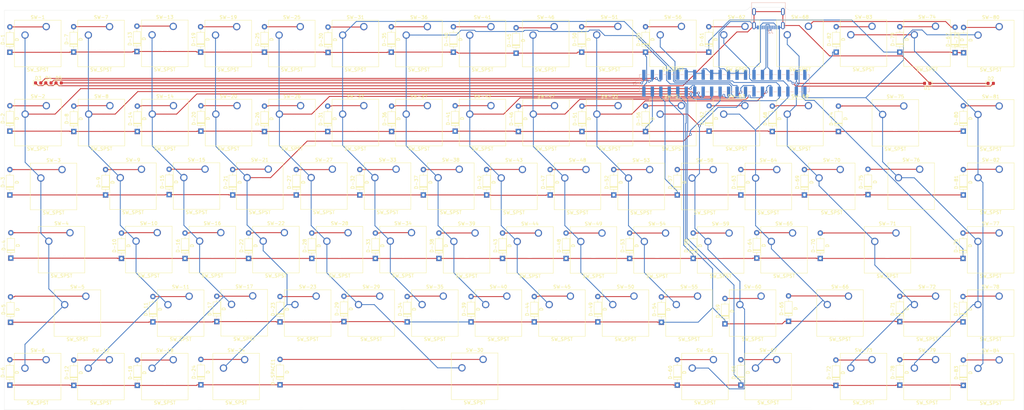
<source format=kicad_pcb>
(kicad_pcb (version 20171130) (host pcbnew "(5.1.6-0-10_14)")
  (layers (0 F.Cu signal) (31 B.Cu signal) (34 B.Paste user) (35 F.Paste user) (36 B.SilkS user) (37 F.SilkS user) (38 B.Mask user hide) (39 F.Mask user) (44 Edge.Cuts user))
  (net 0 "")
  (net 1 GND)
  (net 2 VBUS)
  (net 3 /USBD_P)
  (net 4 /USBD_N)
  (net 5 "Net-(D-SPACE1-Pad2)")
  (net 6 "Net-(D-1-Pad2)")
  (net 7 "Net-(D-2-Pad2)")
  (net 8 "Net-(D-3-Pad2)")
  (net 9 "Net-(D-4-Pad2)")
  (net 10 "Net-(D-5-Pad2)")
  (net 11 "Net-(D-6-Pad2)")
  (net 12 "Net-(D-7-Pad2)")
  (net 13 "Net-(D-8-Pad2)")
  (net 14 "Net-(D-9-Pad2)")
  (net 15 "Net-(D-10-Pad2)")
  (net 16 "Net-(D-11-Pad2)")
  (net 17 "Net-(D-12-Pad2)")
  (net 18 "Net-(D-13-Pad2)")
  (net 19 "Net-(D-14-Pad2)")
  (net 20 "Net-(D-15-Pad2)")
  (net 21 "Net-(D-16-Pad2)")
  (net 22 "Net-(D-17-Pad2)")
  (net 23 "Net-(D-18-Pad2)")
  (net 24 "Net-(D-19-Pad2)")
  (net 25 "Net-(D-20-Pad2)")
  (net 26 "Net-(D-21-Pad2)")
  (net 27 "Net-(D-22-Pad2)")
  (net 28 "Net-(D-23-Pad2)")
  (net 29 "Net-(D-24-Pad2)")
  (net 30 "Net-(D-25-Pad2)")
  (net 31 "Net-(D-26-Pad2)")
  (net 32 "Net-(D-27-Pad2)")
  (net 33 "Net-(D-28-Pad2)")
  (net 34 "Net-(D-29-Pad2)")
  (net 35 "Net-(D-30-Pad2)")
  (net 36 "Net-(D-31-Pad2)")
  (net 37 "Net-(D-32-Pad2)")
  (net 38 "Net-(D-33-Pad2)")
  (net 39 "Net-(D-34-Pad2)")
  (net 40 "Net-(D-35-Pad2)")
  (net 41 "Net-(D-36-Pad2)")
  (net 42 "Net-(D-37-Pad2)")
  (net 43 "Net-(D-38-Pad2)")
  (net 44 "Net-(D-39-Pad2)")
  (net 45 "Net-(D-40-Pad2)")
  (net 46 "Net-(D-41-Pad2)")
  (net 47 "Net-(D-42-Pad2)")
  (net 48 "Net-(D-43-Pad2)")
  (net 49 "Net-(D-44-Pad2)")
  (net 50 "Net-(D-45-Pad2)")
  (net 51 "Net-(D-46-Pad2)")
  (net 52 "Net-(D-47-Pad2)")
  (net 53 "Net-(D-48-Pad2)")
  (net 54 "Net-(D-49-Pad2)")
  (net 55 "Net-(D-50-Pad2)")
  (net 56 "Net-(D-51-Pad2)")
  (net 57 "Net-(D-52-Pad2)")
  (net 58 "Net-(D-53-Pad2)")
  (net 59 "Net-(D-54-Pad2)")
  (net 60 "Net-(D-55-Pad2)")
  (net 61 "Net-(D-56-Pad2)")
  (net 62 "Net-(D-57-Pad2)")
  (net 63 "Net-(D-58-Pad2)")
  (net 64 "Net-(D-59-Pad2)")
  (net 65 "Net-(D-60-Pad2)")
  (net 66 "Net-(D-61-Pad2)")
  (net 67 "Net-(D-62-Pad2)")
  (net 68 "Net-(D-63-Pad2)")
  (net 69 "Net-(D-64-Pad2)")
  (net 70 "Net-(D-65-Pad2)")
  (net 71 "Net-(D-66-Pad2)")
  (net 72 "Net-(D-67-Pad2)")
  (net 73 "Net-(D-68-Pad2)")
  (net 74 "Net-(D-69-Pad2)")
  (net 75 "Net-(D-70-Pad2)")
  (net 76 "Net-(D-71-Pad2)")
  (net 77 "Net-(D-72-Pad2)")
  (net 78 "Net-(D-73-Pad2)")
  (net 79 "Net-(D-74-Pad2)")
  (net 80 "Net-(D-75-Pad2)")
  (net 81 "Net-(D-76-Pad2)")
  (net 82 "Net-(D-77-Pad2)")
  (net 83 "Net-(D-78-Pad2)")
  (net 84 "Net-(D-79-Pad2)")
  (net 85 "Net-(D-80-Pad2)")
  (net 86 "Net-(D-81-Pad2)")
  (net 87 "Net-(D-82-Pad2)")
  (net 88 "Net-(D-83-Pad2)")
  (net 89 /L1)
  (net 90 /L2)
  (net 91 /L3)
  (net 92 /CAPS)
  (net 93 /SCLK)
  (net 94 /ROW1)
  (net 95 /ROW2)
  (net 96 /ROW3)
  (net 97 /ROW4)
  (net 98 /ROW5)
  (net 99 /ROW6)
  (net 100 /COL14)
  (net 101 /COL13)
  (net 102 /COL12)
  (net 103 /COL11)
  (net 104 /COL10)
  (net 105 /COL9)
  (net 106 /COL8)
  (net 107 /COL7)
  (net 108 /COL6)
  (net 109 /COL5)
  (net 110 /COL4)
  (net 111 /COL3)
  (net 112 /COL2)
  (net 113 /COL1)
  (net 114 /COL15)
  (net 115 VDD33)
  (module keyboard:SW_Cherry_MX_1.00u_Plate (layer F.Cu) (at 282.469 72.3327)
    (fp_text reference SW-62 (at -2.54 -2.794) (layer F.SilkS))
    (fp_text value SW_SPST (at -2.54 12.954) (layer F.SilkS))
    (pad "" np_thru_hole circle (at -2.54 5.08) (size 4 4) (drill 4) (layers *.Cu *.Mask))
    (pad 2 thru_hole circle (at -6.35 2.54) (size 2.2 2.2) (drill 1.5) (layers *.Cu *.Mask) (net 102 /COL12))
    (pad 1 thru_hole circle (at 0 0) (size 2.2 2.2) (drill 1.5) (layers *.Cu *.Mask) (net 66 "Net-(D-61-Pad2)"))
  )
  (module keyboard:SW_Cherry_MX_1.00u_Plate (layer F.Cu) (at 301.496 72.3036)
    (fp_text reference SW-68 (at -2.54 -2.794) (layer F.SilkS))
    (fp_text value SW_SPST (at -2.54 12.954) (layer F.SilkS))
    (pad "" np_thru_hole circle (at -2.54 5.08) (size 4 4) (drill 4) (layers *.Cu *.Mask))
    (pad 2 thru_hole circle (at -6.35 2.54) (size 2.2 2.2) (drill 1.5) (layers *.Cu *.Mask) (net 101 /COL13))
    (pad 1 thru_hole circle (at 0 0) (size 2.2 2.2) (drill 1.5) (layers *.Cu *.Mask) (net 72 "Net-(D-67-Pad2)"))
  )
  (module keyboard:USB_C_Receptacle_16P (layer B.Cu) (at 286.61 71.58)
    (fp_text reference J2 (at 3.53 2.33) (layer B.SilkS) (effects (justify mirror)))
    (fp_text value USB_C_Receptacle_16P)
    (pad S1 thru_hole oval (at 7.21 -3.68) (size 1.1 2.2) (drill oval 0.55 1.65) (layers *.Cu *.Mask) (net 1 GND))
    (pad S1 thru_hole oval (at -1.435 -3.68) (size 1.1 2.2) (drill oval 0.55 1.65) (layers *.Cu *.Mask) (net 1 GND))
    (pad S1 thru_hole oval (at 7.21 0.5) (size 1.1 2.2) (drill oval 0.55 1.65) (layers *.Cu *.Mask) (net 1 GND))
    (pad A4 smd rect (at 0.498 1.07) (size 0.6 1.1) (layers B.Cu B.Paste B.Mask) (net 2 VBUS))
    (pad "" np_thru_hole circle (at 0 0) (size 0.65 0.65) (drill 0.65) (layers *.Cu *.Mask))
    (pad B4 smd rect (at 5.281 1.05) (size 0.6 1.1) (layers B.Cu B.Paste B.Mask) (net 2 VBUS))
    (pad B6 smd rect (at 3.637 1.05) (size 0.3 1.1) (layers B.Cu B.Paste B.Mask) (net 3 /USBD_P))
    (pad A8 smd rect (at 4.135 1.05) (size 0.3 1.1) (layers B.Cu B.Paste B.Mask))
    (pad B5 smd rect (at 4.633 1.05) (size 0.3 1.1) (layers B.Cu B.Paste B.Mask))
    (pad B1 smd rect (at 6.08 1.05) (size 0.6 1.1) (layers B.Cu B.Paste B.Mask) (net 1 GND))
    (pad A7 smd rect (at 3.139 1.05) (size 0.3 1.1) (layers B.Cu B.Paste B.Mask) (net 4 /USBD_N))
    (pad A6 smd rect (at 2.641 1.05) (size 0.3 1.1) (layers B.Cu B.Paste B.Mask) (net 3 /USBD_P))
    (pad B7 smd rect (at 2.134 1.05) (size 0.3 1.1) (layers B.Cu B.Paste B.Mask) (net 4 /USBD_N))
    (pad A5 smd rect (at 1.636 1.05) (size 0.3 1.1) (layers B.Cu B.Paste B.Mask))
    (pad B8 smd rect (at 1.138 1.05) (size 0.3 1.1) (layers B.Cu B.Paste B.Mask))
    (pad A1 smd rect (at -0.3 1.05) (size 0.6 1.1) (layers B.Cu B.Paste B.Mask) (net 1 GND))
    (pad S1 thru_hole oval (at -1.435 0.5) (size 1.1 2.2) (drill oval 0.55 1.65) (layers *.Cu *.Mask) (net 1 GND))
    (pad "" np_thru_hole circle (at 5.78 0) (size 0.65 0.65) (drill 0.65) (layers *.Cu *.Mask))
  )
  (module Connector_PinSocket_2.54mm:PinSocket_2x20_P2.54mm_Vertical_SMD (layer B.Cu) (at 276.28 89.38 270)
    (fp_text reference J1 (at 0 26.9 90) (layer B.SilkS) (effects (justify mirror)))
    (fp_text value Conn_02x20_Odd_Even)
    (pad 40 smd rect (at -2.52 -24.13 270) (size 3 1) (layers B.Cu B.Paste B.Mask))
    (pad 39 smd rect (at 2.52 -24.13 270) (size 3 1) (layers B.Cu B.Paste B.Mask) (net 100 /COL14))
    (pad 38 smd rect (at -2.52 -21.59 270) (size 3 1) (layers B.Cu B.Paste B.Mask) (net 92 /CAPS))
    (pad 37 smd rect (at 2.52 -21.59 270) (size 3 1) (layers B.Cu B.Paste B.Mask) (net 101 /COL13))
    (pad 36 smd rect (at -2.52 -19.05 270) (size 3 1) (layers B.Cu B.Paste B.Mask) (net 93 /SCLK))
    (pad 35 smd rect (at 2.52 -19.05 270) (size 3 1) (layers B.Cu B.Paste B.Mask) (net 102 /COL12))
    (pad 34 smd rect (at -2.52 -16.51 270) (size 3 1) (layers B.Cu B.Paste B.Mask) (net 1 GND))
    (pad 33 smd rect (at 2.52 -16.51 270) (size 3 1) (layers B.Cu B.Paste B.Mask) (net 103 /COL11))
    (pad 32 smd rect (at -2.52 -13.97 270) (size 3 1) (layers B.Cu B.Paste B.Mask) (net 3 /USBD_P))
    (pad 31 smd rect (at 2.52 -13.97 270) (size 3 1) (layers B.Cu B.Paste B.Mask) (net 104 /COL10))
    (pad 30 smd rect (at -2.52 -11.43 270) (size 3 1) (layers B.Cu B.Paste B.Mask) (net 4 /USBD_N))
    (pad 29 smd rect (at 2.52 -11.43 270) (size 3 1) (layers B.Cu B.Paste B.Mask) (net 105 /COL9))
    (pad 28 smd rect (at -2.52 -8.89 270) (size 3 1) (layers B.Cu B.Paste B.Mask) (net 2 VBUS))
    (pad 27 smd rect (at 2.52 -8.89 270) (size 3 1) (layers B.Cu B.Paste B.Mask) (net 106 /COL8))
    (pad 26 smd rect (at -2.52 -6.35 270) (size 3 1) (layers B.Cu B.Paste B.Mask) (net 1 GND))
    (pad 25 smd rect (at 2.52 -6.35 270) (size 3 1) (layers B.Cu B.Paste B.Mask) (net 107 /COL7))
    (pad 24 smd rect (at -2.52 -3.81 270) (size 3 1) (layers B.Cu B.Paste B.Mask) (net 1 GND))
    (pad 23 smd rect (at 2.52 -3.81 270) (size 3 1) (layers B.Cu B.Paste B.Mask) (net 108 /COL6))
    (pad 22 smd rect (at -2.52 -1.27 270) (size 3 1) (layers B.Cu B.Paste B.Mask) (net 1 GND))
    (pad 21 smd rect (at 2.52 -1.27 270) (size 3 1) (layers B.Cu B.Paste B.Mask) (net 109 /COL5))
    (pad 20 smd rect (at -2.52 1.27 270) (size 3 1) (layers B.Cu B.Paste B.Mask) (net 1 GND))
    (pad 19 smd rect (at 2.52 1.27 270) (size 3 1) (layers B.Cu B.Paste B.Mask) (net 110 /COL4))
    (pad 18 smd rect (at -2.52 3.81 270) (size 3 1) (layers B.Cu B.Paste B.Mask) (net 1 GND))
    (pad 17 smd rect (at 2.52 3.81 270) (size 3 1) (layers B.Cu B.Paste B.Mask) (net 111 /COL3))
    (pad 16 smd rect (at -2.52 6.35 270) (size 3 1) (layers B.Cu B.Paste B.Mask) (net 1 GND))
    (pad 15 smd rect (at 2.52 6.35 270) (size 3 1) (layers B.Cu B.Paste B.Mask) (net 112 /COL2))
    (pad 14 smd rect (at -2.52 8.89 270) (size 3 1) (layers B.Cu B.Paste B.Mask) (net 1 GND))
    (pad 13 smd rect (at 2.52 8.89 270) (size 3 1) (layers B.Cu B.Paste B.Mask) (net 113 /COL1))
    (pad 12 smd rect (at -2.52 11.43 270) (size 3 1) (layers B.Cu B.Paste B.Mask) (net 1 GND))
    (pad 11 smd rect (at 2.52 11.43 270) (size 3 1) (layers B.Cu B.Paste B.Mask) (net 99 /ROW6))
    (pad 10 smd rect (at -2.52 13.97 270) (size 3 1) (layers B.Cu B.Paste B.Mask) (net 1 GND))
    (pad 9 smd rect (at 2.52 13.97 270) (size 3 1) (layers B.Cu B.Paste B.Mask) (net 98 /ROW5))
    (pad 8 smd rect (at -2.52 16.51 270) (size 3 1) (layers B.Cu B.Paste B.Mask) (net 115 VDD33))
    (pad 7 smd rect (at 2.52 16.51 270) (size 3 1) (layers B.Cu B.Paste B.Mask) (net 97 /ROW4))
    (pad 6 smd rect (at -2.52 19.05 270) (size 3 1) (layers B.Cu B.Paste B.Mask) (net 115 VDD33))
    (pad 5 smd rect (at 2.52 19.05 270) (size 3 1) (layers B.Cu B.Paste B.Mask) (net 96 /ROW3))
    (pad 4 smd rect (at -2.52 21.59 270) (size 3 1) (layers B.Cu B.Paste B.Mask) (net 115 VDD33))
    (pad 3 smd rect (at 2.52 21.59 270) (size 3 1) (layers B.Cu B.Paste B.Mask) (net 95 /ROW2))
    (pad 2 smd rect (at -2.52 24.13 270) (size 3 1) (layers B.Cu B.Paste B.Mask) (net 115 VDD33))
    (pad 1 smd rect (at 2.52 24.13 270) (size 3 1) (layers B.Cu B.Paste B.Mask) (net 94 /ROW1))
  )
  (module LED_SMD:LED_0603_1608Metric (layer F.Cu) (at 76.66 89.3)
    (fp_text reference D5 (at 0 -1.43) (layer F.SilkS))
    (fp_text value D)
    (pad 2 smd roundrect (at 0.7875 0) (size 0.875 0.95) (layers F.Cu F.Paste F.Mask))
    (pad 1 smd roundrect (at -0.7875 0) (size 0.875 0.95) (layers F.Cu F.Paste F.Mask) (net 1 GND))
  )
  (module LED_SMD:LED_0603_1608Metric (layer F.Cu) (at 73.59 89.3)
    (fp_text reference D4 (at 0 -1.43) (layer F.SilkS))
    (fp_text value D)
    (pad 2 smd roundrect (at 0.7875 0) (size 0.875 0.95) (layers F.Cu F.Paste F.Mask))
    (pad 1 smd roundrect (at -0.7875 0) (size 0.875 0.95) (layers F.Cu F.Paste F.Mask) (net 1 GND))
  )
  (module LED_SMD:LED_0603_1608Metric (layer F.Cu) (at 70.52 89.3)
    (fp_text reference D3 (at 0 -1.43) (layer F.SilkS))
    (fp_text value D)
    (pad 2 smd roundrect (at 0.7875 0) (size 0.875 0.95) (layers F.Cu F.Paste F.Mask))
    (pad 1 smd roundrect (at -0.7875 0) (size 0.875 0.95) (layers F.Cu F.Paste F.Mask) (net 1 GND))
  )
  (module LED_SMD:LED_0603_1608Metric (layer F.Cu) (at 356.16 89.4362)
    (fp_text reference D2 (at 0 -1.43) (layer F.SilkS))
    (fp_text value D)
    (pad 2 smd roundrect (at 0.7875 0) (size 0.875 0.95) (layers F.Cu F.Paste F.Mask) (net 93 /SCLK))
    (pad 1 smd roundrect (at -0.7875 0) (size 0.875 0.95) (layers F.Cu F.Paste F.Mask) (net 1 GND))
  )
  (module LED_SMD:LED_0603_1608Metric (layer F.Cu) (at 337.11 89.4362 180)
    (fp_text reference D1 (at 0 -1.43) (layer F.SilkS))
    (fp_text value D)
    (pad 2 smd roundrect (at 0.7875 0 180) (size 0.875 0.95) (layers F.Cu F.Paste F.Mask) (net 92 /CAPS))
    (pad 1 smd roundrect (at -0.7875 0 180) (size 0.875 0.95) (layers F.Cu F.Paste F.Mask) (net 1 GND))
  )
  (module keyboard:SW_Cherry_MX_1.00u_Plate (layer F.Cu) (at 72.93 72.39)
    (fp_text reference SW-1 (at -2.54 -2.794) (layer F.SilkS))
    (fp_text value SW_SPST (at -2.54 12.954) (layer F.SilkS))
    (pad "" np_thru_hole circle (at -2.54 5.08) (size 4 4) (drill 4) (layers *.Cu *.Mask))
    (pad 2 thru_hole circle (at -6.35 2.54) (size 2.2 2.2) (drill 1.5) (layers *.Cu *.Mask) (net 113 /COL1))
    (pad 1 thru_hole circle (at 0 0) (size 2.2 2.2) (drill 1.5) (layers *.Cu *.Mask) (net 6 "Net-(D-1-Pad2)"))
  )
  (module keyboard:SW_Cherry_MX_6.25u_Plate (layer F.Cu) (at 203.942 172.302)
    (fp_text reference SW-30 (at -2.54 -2.794) (layer F.SilkS))
    (fp_text value SW_SPST (at -2.54 12.954) (layer F.SilkS))
    (pad "" np_thru_hole circle (at -2.54 5.08) (size 4 4) (drill 4) (layers *.Cu *.Mask))
    (pad 2 thru_hole circle (at -6.35 2.54) (size 2.2 2.2) (drill 1.5) (layers *.Cu *.Mask) (net 109 /COL5))
    (pad 1 thru_hole circle (at 0 0) (size 2.2 2.2) (drill 1.5) (layers *.Cu *.Mask) (net 5 "Net-(D-SPACE1-Pad2)"))
  )
  (module keyboard:D_DO-35_SOD27_P7.62mm_Horizontal (layer F.Cu) (at 347.94 180.117 90)
    (fp_text reference D-83 (at 3.81 -2.12 90) (layer F.SilkS))
    (fp_text value D (at 3.81 2.12 90) (layer F.SilkS))
    (pad 2 thru_hole oval (at 7.62 0 90) (size 1.6 1.6) (drill 0.8) (layers *.Cu *.Mask) (net 88 "Net-(D-83-Pad2)"))
    (pad 1 thru_hole rect (at 0 0 90) (size 1.6 1.6) (drill 0.8) (layers *.Cu *.Mask) (net 99 /ROW6))
  )
  (module keyboard:D_DO-35_SOD27_P7.62mm_Horizontal (layer F.Cu) (at 309.82 80.052 90)
    (fp_text reference D-82 (at 3.81 -2.12 90) (layer F.SilkS))
    (fp_text value D (at 3.81 2.12 90) (layer F.SilkS))
    (pad 2 thru_hole oval (at 7.62 0 90) (size 1.6 1.6) (drill 0.8) (layers *.Cu *.Mask) (net 87 "Net-(D-82-Pad2)"))
    (pad 1 thru_hole rect (at 0 0 90) (size 1.6 1.6) (drill 0.8) (layers *.Cu *.Mask) (net 97 /ROW4))
  )
  (module keyboard:D_DO-35_SOD27_P7.62mm_Horizontal (layer F.Cu) (at 347.94 122.937 90)
    (fp_text reference D-81 (at 3.81 -2.12 90) (layer F.SilkS))
    (fp_text value D (at 3.81 2.12 90) (layer F.SilkS))
    (pad 2 thru_hole oval (at 7.62 0 90) (size 1.6 1.6) (drill 0.8) (layers *.Cu *.Mask) (net 86 "Net-(D-81-Pad2)"))
    (pad 1 thru_hole rect (at 0 0 90) (size 1.6 1.6) (drill 0.8) (layers *.Cu *.Mask) (net 96 /ROW3))
  )
  (module keyboard:D_DO-35_SOD27_P7.62mm_Horizontal (layer F.Cu) (at 347.94 103.782 90)
    (fp_text reference D-80 (at 3.81 -2.12 90) (layer F.SilkS))
    (fp_text value D (at 3.81 2.12 90) (layer F.SilkS))
    (pad 2 thru_hole oval (at 7.62 0 90) (size 1.6 1.6) (drill 0.8) (layers *.Cu *.Mask) (net 85 "Net-(D-80-Pad2)"))
    (pad 1 thru_hole rect (at 0 0 90) (size 1.6 1.6) (drill 0.8) (layers *.Cu *.Mask) (net 95 /ROW2))
  )
  (module keyboard:D_DO-35_SOD27_P7.62mm_Horizontal (layer F.Cu) (at 328.88 80.052 90)
    (fp_text reference D-79 (at 3.81 -2.12 90) (layer F.SilkS))
    (fp_text value D (at 3.81 2.12 90) (layer F.SilkS))
    (pad 2 thru_hole oval (at 7.62 0 90) (size 1.6 1.6) (drill 0.8) (layers *.Cu *.Mask) (net 84 "Net-(D-79-Pad2)"))
    (pad 1 thru_hole rect (at 0 0 90) (size 1.6 1.6) (drill 0.8) (layers *.Cu *.Mask) (net 94 /ROW1))
  )
  (module keyboard:D_DO-35_SOD27_P7.62mm_Horizontal (layer F.Cu) (at 328.88 180.022 90)
    (fp_text reference D-78 (at 3.81 -2.12 90) (layer F.SilkS))
    (fp_text value D (at 3.81 2.12 90) (layer F.SilkS))
    (pad 2 thru_hole oval (at 7.62 0 90) (size 1.6 1.6) (drill 0.8) (layers *.Cu *.Mask) (net 83 "Net-(D-78-Pad2)"))
    (pad 1 thru_hole rect (at 0 0 90) (size 1.6 1.6) (drill 0.8) (layers *.Cu *.Mask) (net 99 /ROW6))
  )
  (module keyboard:D_DO-35_SOD27_P7.62mm_Horizontal (layer F.Cu) (at 347.845 161.057 90)
    (fp_text reference D-77 (at 3.81 -2.12 90) (layer F.SilkS))
    (fp_text value D (at 3.81 2.12 90) (layer F.SilkS))
    (pad 2 thru_hole oval (at 7.62 0 90) (size 1.6 1.6) (drill 0.8) (layers *.Cu *.Mask) (net 82 "Net-(D-77-Pad2)"))
    (pad 1 thru_hole rect (at 0 0 90) (size 1.6 1.6) (drill 0.8) (layers *.Cu *.Mask) (net 98 /ROW5))
  )
  (module keyboard:D_DO-35_SOD27_P7.62mm_Horizontal (layer F.Cu) (at 347.845 141.997 90)
    (fp_text reference D-76 (at 3.81 -2.12 90) (layer F.SilkS))
    (fp_text value D (at 3.81 2.12 90) (layer F.SilkS))
    (pad 2 thru_hole oval (at 7.62 0 90) (size 1.6 1.6) (drill 0.8) (layers *.Cu *.Mask) (net 81 "Net-(D-76-Pad2)"))
    (pad 1 thru_hole rect (at 0 0 90) (size 1.6 1.6) (drill 0.8) (layers *.Cu *.Mask) (net 97 /ROW4))
  )
  (module keyboard:D_DO-35_SOD27_P7.62mm_Horizontal (layer F.Cu) (at 319.35 122.842 90)
    (fp_text reference D-75 (at 3.81 -2.12 90) (layer F.SilkS))
    (fp_text value D (at 3.81 2.12 90) (layer F.SilkS))
    (pad 2 thru_hole oval (at 7.62 0 90) (size 1.6 1.6) (drill 0.8) (layers *.Cu *.Mask) (net 80 "Net-(D-75-Pad2)"))
    (pad 1 thru_hole rect (at 0 0 90) (size 1.6 1.6) (drill 0.8) (layers *.Cu *.Mask) (net 96 /ROW3))
  )
  (module keyboard:D_DO-35_SOD27_P7.62mm_Horizontal (layer F.Cu) (at 310.487 103.873 90)
    (fp_text reference D-74 (at 3.81 -2.12 90) (layer F.SilkS))
    (fp_text value D (at 3.81 2.12 90) (layer F.SilkS))
    (pad 2 thru_hole oval (at 7.62 0 90) (size 1.6 1.6) (drill 0.8) (layers *.Cu *.Mask) (net 79 "Net-(D-74-Pad2)"))
    (pad 1 thru_hole rect (at 0 0 90) (size 1.6 1.6) (drill 0.8) (layers *.Cu *.Mask) (net 95 /ROW2))
  )
  (module keyboard:D_DO-35_SOD27_P7.62mm_Horizontal (layer F.Cu) (at 348.01 80.255 90)
    (fp_text reference D-73 (at 3.81 -2.12 90) (layer F.SilkS))
    (fp_text value D (at 3.81 2.12 90) (layer F.SilkS))
    (pad 2 thru_hole oval (at 7.62 0 90) (size 1.6 1.6) (drill 0.8) (layers *.Cu *.Mask) (net 78 "Net-(D-73-Pad2)"))
    (pad 1 thru_hole rect (at 0 0 90) (size 1.6 1.6) (drill 0.8) (layers *.Cu *.Mask) (net 94 /ROW1))
  )
  (module keyboard:D_DO-35_SOD27_P7.62mm_Horizontal (layer F.Cu) (at 309.725 180.117 90)
    (fp_text reference D-72 (at 3.81 -2.12 90) (layer F.SilkS))
    (fp_text value D (at 3.81 2.12 90) (layer F.SilkS))
    (pad 2 thru_hole oval (at 7.62 0 90) (size 1.6 1.6) (drill 0.8) (layers *.Cu *.Mask) (net 77 "Net-(D-72-Pad2)"))
    (pad 1 thru_hole rect (at 0 0 90) (size 1.6 1.6) (drill 0.8) (layers *.Cu *.Mask) (net 99 /ROW6))
  )
  (module keyboard:D_DO-35_SOD27_P7.62mm_Horizontal (layer F.Cu) (at 328.88 160.962 90)
    (fp_text reference D-71 (at 3.81 -2.12 90) (layer F.SilkS))
    (fp_text value D (at 3.81 2.12 90) (layer F.SilkS))
    (pad 2 thru_hole oval (at 7.62 0 90) (size 1.6 1.6) (drill 0.8) (layers *.Cu *.Mask) (net 76 "Net-(D-71-Pad2)"))
    (pad 1 thru_hole rect (at 0 0 90) (size 1.6 1.6) (drill 0.8) (layers *.Cu *.Mask) (net 98 /ROW5))
  )
  (module keyboard:D_DO-35_SOD27_P7.62mm_Horizontal (layer F.Cu) (at 305.055 141.997 90)
    (fp_text reference D-70 (at 3.81 -2.12 90) (layer F.SilkS))
    (fp_text value D (at 3.81 2.12 90) (layer F.SilkS))
    (pad 2 thru_hole oval (at 7.62 0 90) (size 1.6 1.6) (drill 0.8) (layers *.Cu *.Mask) (net 75 "Net-(D-70-Pad2)"))
    (pad 1 thru_hole rect (at 0 0 90) (size 1.6 1.6) (drill 0.8) (layers *.Cu *.Mask) (net 97 /ROW4))
  )
  (module keyboard:D_DO-35_SOD27_P7.62mm_Horizontal (layer F.Cu) (at 300.29 122.937 90)
    (fp_text reference D-69 (at 3.81 -2.12 90) (layer F.SilkS))
    (fp_text value D (at 3.81 2.12 90) (layer F.SilkS))
    (pad 2 thru_hole oval (at 7.62 0 90) (size 1.6 1.6) (drill 0.8) (layers *.Cu *.Mask) (net 74 "Net-(D-69-Pad2)"))
    (pad 1 thru_hole rect (at 0 0 90) (size 1.6 1.6) (drill 0.8) (layers *.Cu *.Mask) (net 96 /ROW3))
  )
  (module keyboard:D_DO-35_SOD27_P7.62mm_Horizontal (layer F.Cu) (at 290.665 103.873 90)
    (fp_text reference D-68 (at 3.81 -2.12 90) (layer F.SilkS))
    (fp_text value D (at 3.81 2.12 90) (layer F.SilkS))
    (pad 2 thru_hole oval (at 7.62 0 90) (size 1.6 1.6) (drill 0.8) (layers *.Cu *.Mask) (net 73 "Net-(D-68-Pad2)"))
    (pad 1 thru_hole rect (at 0 0 90) (size 1.6 1.6) (drill 0.8) (layers *.Cu *.Mask) (net 95 /ROW2))
  )
  (module keyboard:D_DO-35_SOD27_P7.62mm_Horizontal (layer F.Cu) (at 345.46 80.19 90)
    (fp_text reference D-67 (at 3.81 -2.12 90) (layer F.SilkS))
    (fp_text value D (at 3.81 2.12 90) (layer F.SilkS))
    (pad 2 thru_hole oval (at 7.62 0 90) (size 1.6 1.6) (drill 0.8) (layers *.Cu *.Mask) (net 72 "Net-(D-67-Pad2)"))
    (pad 1 thru_hole rect (at 0 0 90) (size 1.6 1.6) (drill 0.8) (layers *.Cu *.Mask) (net 94 /ROW1))
  )
  (module keyboard:D_DO-35_SOD27_P7.62mm_Horizontal (layer F.Cu) (at 281.23 180.022 90)
    (fp_text reference D-66 (at 3.81 -2.12 90) (layer F.SilkS))
    (fp_text value D (at 3.81 2.12 90) (layer F.SilkS))
    (pad 2 thru_hole oval (at 7.62 0 90) (size 1.6 1.6) (drill 0.8) (layers *.Cu *.Mask) (net 71 "Net-(D-66-Pad2)"))
    (pad 1 thru_hole rect (at 0 0 90) (size 1.6 1.6) (drill 0.8) (layers *.Cu *.Mask) (net 99 /ROW6))
  )
  (module keyboard:D_DO-35_SOD27_P7.62mm_Horizontal (layer F.Cu) (at 295.525 160.866 90)
    (fp_text reference D-65 (at 3.81 -2.12 90) (layer F.SilkS))
    (fp_text value D (at 3.81 2.12 90) (layer F.SilkS))
    (pad 2 thru_hole oval (at 7.62 0 90) (size 1.6 1.6) (drill 0.8) (layers *.Cu *.Mask) (net 70 "Net-(D-65-Pad2)"))
    (pad 1 thru_hole rect (at 0 0 90) (size 1.6 1.6) (drill 0.8) (layers *.Cu *.Mask) (net 98 /ROW5))
  )
  (module keyboard:D_DO-35_SOD27_P7.62mm_Horizontal (layer F.Cu) (at 285.995 141.902 90)
    (fp_text reference D-64 (at 3.81 -2.12 90) (layer F.SilkS))
    (fp_text value D (at 3.81 2.12 90) (layer F.SilkS))
    (pad 2 thru_hole oval (at 7.62 0 90) (size 1.6 1.6) (drill 0.8) (layers *.Cu *.Mask) (net 69 "Net-(D-64-Pad2)"))
    (pad 1 thru_hole rect (at 0 0 90) (size 1.6 1.6) (drill 0.8) (layers *.Cu *.Mask) (net 97 /ROW4))
  )
  (module keyboard:D_DO-35_SOD27_P7.62mm_Horizontal (layer F.Cu) (at 281.23 122.937 90)
    (fp_text reference D-63 (at 3.81 -2.12 90) (layer F.SilkS))
    (fp_text value D (at 3.81 2.12 90) (layer F.SilkS))
    (pad 2 thru_hole oval (at 7.62 0 90) (size 1.6 1.6) (drill 0.8) (layers *.Cu *.Mask) (net 68 "Net-(D-63-Pad2)"))
    (pad 1 thru_hole rect (at 0 0 90) (size 1.6 1.6) (drill 0.8) (layers *.Cu *.Mask) (net 96 /ROW3))
  )
  (module keyboard:D_DO-35_SOD27_P7.62mm_Horizontal (layer F.Cu) (at 271.7 103.782 90)
    (fp_text reference D-62 (at 3.81 -2.12 90) (layer F.SilkS))
    (fp_text value D (at 3.81 2.12 90) (layer F.SilkS))
    (pad 2 thru_hole oval (at 7.62 0 90) (size 1.6 1.6) (drill 0.8) (layers *.Cu *.Mask) (net 67 "Net-(D-62-Pad2)"))
    (pad 1 thru_hole rect (at 0 0 90) (size 1.6 1.6) (drill 0.8) (layers *.Cu *.Mask) (net 95 /ROW2))
  )
  (module keyboard:D_DO-35_SOD27_P7.62mm_Horizontal (layer F.Cu) (at 271.605 80.052 90)
    (fp_text reference D-61 (at 3.81 -2.12 90) (layer F.SilkS))
    (fp_text value D (at 3.81 2.12 90) (layer F.SilkS))
    (pad 2 thru_hole oval (at 7.62 0 90) (size 1.6 1.6) (drill 0.8) (layers *.Cu *.Mask) (net 66 "Net-(D-61-Pad2)"))
    (pad 1 thru_hole rect (at 0 0 90) (size 1.6 1.6) (drill 0.8) (layers *.Cu *.Mask) (net 94 /ROW1))
  )
  (module keyboard:D_DO-35_SOD27_P7.62mm_Horizontal (layer F.Cu) (at 262.17 180.022 90)
    (fp_text reference D-60 (at 3.81 -2.12 90) (layer F.SilkS))
    (fp_text value D (at 3.81 2.12 90) (layer F.SilkS))
    (pad 2 thru_hole oval (at 7.62 0 90) (size 1.6 1.6) (drill 0.8) (layers *.Cu *.Mask) (net 65 "Net-(D-60-Pad2)"))
    (pad 1 thru_hole rect (at 0 0 90) (size 1.6 1.6) (drill 0.8) (layers *.Cu *.Mask) (net 99 /ROW6))
  )
  (module keyboard:D_DO-35_SOD27_P7.62mm_Horizontal (layer F.Cu) (at 276.465 161.629 90)
    (fp_text reference D-59 (at 3.81 -2.12 90) (layer F.SilkS))
    (fp_text value D (at 3.81 2.12 90) (layer F.SilkS))
    (pad 2 thru_hole oval (at 7.62 0 90) (size 1.6 1.6) (drill 0.8) (layers *.Cu *.Mask) (net 64 "Net-(D-59-Pad2)"))
    (pad 1 thru_hole rect (at 0 0 90) (size 1.6 1.6) (drill 0.8) (layers *.Cu *.Mask) (net 98 /ROW5))
  )
  (module keyboard:D_DO-35_SOD27_P7.62mm_Horizontal (layer F.Cu) (at 266.935 141.997 90)
    (fp_text reference D-58 (at 3.81 -2.12 90) (layer F.SilkS))
    (fp_text value D (at 3.81 2.12 90) (layer F.SilkS))
    (pad 2 thru_hole oval (at 7.62 0 90) (size 1.6 1.6) (drill 0.8) (layers *.Cu *.Mask) (net 63 "Net-(D-58-Pad2)"))
    (pad 1 thru_hole rect (at 0 0 90) (size 1.6 1.6) (drill 0.8) (layers *.Cu *.Mask) (net 97 /ROW4))
  )
  (module keyboard:D_DO-35_SOD27_P7.62mm_Horizontal (layer F.Cu) (at 262.17 122.937 90)
    (fp_text reference D-57 (at 3.81 -2.12 90) (layer F.SilkS))
    (fp_text value D (at 3.81 2.12 90) (layer F.SilkS))
    (pad 2 thru_hole oval (at 7.62 0 90) (size 1.6 1.6) (drill 0.8) (layers *.Cu *.Mask) (net 62 "Net-(D-57-Pad2)"))
    (pad 1 thru_hole rect (at 0 0 90) (size 1.6 1.6) (drill 0.8) (layers *.Cu *.Mask) (net 96 /ROW3))
  )
  (module keyboard:D_DO-35_SOD27_P7.62mm_Horizontal (layer F.Cu) (at 252.64 103.877 90)
    (fp_text reference D-56 (at 3.81 -2.12 90) (layer F.SilkS))
    (fp_text value D (at 3.81 2.12 90) (layer F.SilkS))
    (pad 2 thru_hole oval (at 7.62 0 90) (size 1.6 1.6) (drill 0.8) (layers *.Cu *.Mask) (net 61 "Net-(D-56-Pad2)"))
    (pad 1 thru_hole rect (at 0 0 90) (size 1.6 1.6) (drill 0.8) (layers *.Cu *.Mask) (net 95 /ROW2))
  )
  (module keyboard:D_DO-35_SOD27_P7.62mm_Horizontal (layer F.Cu) (at 252.64 80.052 90)
    (fp_text reference D-55 (at 3.81 -2.12 90) (layer F.SilkS))
    (fp_text value D (at 3.81 2.12 90) (layer F.SilkS))
    (pad 2 thru_hole oval (at 7.62 0 90) (size 1.6 1.6) (drill 0.8) (layers *.Cu *.Mask) (net 60 "Net-(D-55-Pad2)"))
    (pad 1 thru_hole rect (at 0 0 90) (size 1.6 1.6) (drill 0.8) (layers *.Cu *.Mask) (net 94 /ROW1))
  )
  (module keyboard:D_DO-35_SOD27_P7.62mm_Horizontal (layer F.Cu) (at 257.405 161.152 90)
    (fp_text reference D-54 (at 3.81 -2.12 90) (layer F.SilkS))
    (fp_text value D (at 3.81 2.12 90) (layer F.SilkS))
    (pad 2 thru_hole oval (at 7.62 0 90) (size 1.6 1.6) (drill 0.8) (layers *.Cu *.Mask) (net 59 "Net-(D-54-Pad2)"))
    (pad 1 thru_hole rect (at 0 0 90) (size 1.6 1.6) (drill 0.8) (layers *.Cu *.Mask) (net 98 /ROW5))
  )
  (module keyboard:D_DO-35_SOD27_P7.62mm_Horizontal (layer F.Cu) (at 247.875 141.997 90)
    (fp_text reference D-53 (at 3.81 -2.12 90) (layer F.SilkS))
    (fp_text value D (at 3.81 2.12 90) (layer F.SilkS))
    (pad 2 thru_hole oval (at 7.62 0 90) (size 1.6 1.6) (drill 0.8) (layers *.Cu *.Mask) (net 58 "Net-(D-53-Pad2)"))
    (pad 1 thru_hole rect (at 0 0 90) (size 1.6 1.6) (drill 0.8) (layers *.Cu *.Mask) (net 97 /ROW4))
  )
  (module keyboard:D_DO-35_SOD27_P7.62mm_Horizontal (layer F.Cu) (at 243.11 122.937 90)
    (fp_text reference D-52 (at 3.81 -2.12 90) (layer F.SilkS))
    (fp_text value D (at 3.81 2.12 90) (layer F.SilkS))
    (pad 2 thru_hole oval (at 7.62 0 90) (size 1.6 1.6) (drill 0.8) (layers *.Cu *.Mask) (net 57 "Net-(D-52-Pad2)"))
    (pad 1 thru_hole rect (at 0 0 90) (size 1.6 1.6) (drill 0.8) (layers *.Cu *.Mask) (net 96 /ROW3))
  )
  (module keyboard:D_DO-35_SOD27_P7.62mm_Horizontal (layer F.Cu) (at 233.58 103.877 90)
    (fp_text reference D-51 (at 3.81 -2.12 90) (layer F.SilkS))
    (fp_text value D (at 3.81 2.12 90) (layer F.SilkS))
    (pad 2 thru_hole oval (at 7.62 0 90) (size 1.6 1.6) (drill 0.8) (layers *.Cu *.Mask) (net 56 "Net-(D-51-Pad2)"))
    (pad 1 thru_hole rect (at 0 0 90) (size 1.6 1.6) (drill 0.8) (layers *.Cu *.Mask) (net 95 /ROW2))
  )
  (module keyboard:D_DO-35_SOD27_P7.62mm_Horizontal (layer F.Cu) (at 233.485 80.052 90)
    (fp_text reference D-50 (at 3.81 -2.12 90) (layer F.SilkS))
    (fp_text value D (at 3.81 2.12 90) (layer F.SilkS))
    (pad 2 thru_hole oval (at 7.62 0 90) (size 1.6 1.6) (drill 0.8) (layers *.Cu *.Mask) (net 55 "Net-(D-50-Pad2)"))
    (pad 1 thru_hole rect (at 0 0 90) (size 1.6 1.6) (drill 0.8) (layers *.Cu *.Mask) (net 94 /ROW1))
  )
  (module keyboard:D_DO-35_SOD27_P7.62mm_Horizontal (layer F.Cu) (at 238.345 161.057 90)
    (fp_text reference D-49 (at 3.81 -2.12 90) (layer F.SilkS))
    (fp_text value D (at 3.81 2.12 90) (layer F.SilkS))
    (pad 2 thru_hole oval (at 7.62 0 90) (size 1.6 1.6) (drill 0.8) (layers *.Cu *.Mask) (net 54 "Net-(D-49-Pad2)"))
    (pad 1 thru_hole rect (at 0 0 90) (size 1.6 1.6) (drill 0.8) (layers *.Cu *.Mask) (net 98 /ROW5))
  )
  (module keyboard:D_DO-35_SOD27_P7.62mm_Horizontal (layer F.Cu) (at 228.815 141.997 90)
    (fp_text reference D-48 (at 3.81 -2.12 90) (layer F.SilkS))
    (fp_text value D (at 3.81 2.12 90) (layer F.SilkS))
    (pad 2 thru_hole oval (at 7.62 0 90) (size 1.6 1.6) (drill 0.8) (layers *.Cu *.Mask) (net 53 "Net-(D-48-Pad2)"))
    (pad 1 thru_hole rect (at 0 0 90) (size 1.6 1.6) (drill 0.8) (layers *.Cu *.Mask) (net 97 /ROW4))
  )
  (module keyboard:D_DO-35_SOD27_P7.62mm_Horizontal (layer F.Cu) (at 224.05 122.937 90)
    (fp_text reference D-47 (at 3.81 -2.12 90) (layer F.SilkS))
    (fp_text value D (at 3.81 2.12 90) (layer F.SilkS))
    (pad 2 thru_hole oval (at 7.62 0 90) (size 1.6 1.6) (drill 0.8) (layers *.Cu *.Mask) (net 52 "Net-(D-47-Pad2)"))
    (pad 1 thru_hole rect (at 0 0 90) (size 1.6 1.6) (drill 0.8) (layers *.Cu *.Mask) (net 96 /ROW3))
  )
  (module keyboard:D_DO-35_SOD27_P7.62mm_Horizontal (layer F.Cu) (at 214.52 103.877 90)
    (fp_text reference D-46 (at 3.81 -2.12 90) (layer F.SilkS))
    (fp_text value D (at 3.81 2.12 90) (layer F.SilkS))
    (pad 2 thru_hole oval (at 7.62 0 90) (size 1.6 1.6) (drill 0.8) (layers *.Cu *.Mask) (net 51 "Net-(D-46-Pad2)"))
    (pad 1 thru_hole rect (at 0 0 90) (size 1.6 1.6) (drill 0.8) (layers *.Cu *.Mask) (net 95 /ROW2))
  )
  (module keyboard:D_DO-35_SOD27_P7.62mm_Horizontal (layer F.Cu) (at 213.832 80.3655 90)
    (fp_text reference D-45 (at 3.81 -2.12 90) (layer F.SilkS))
    (fp_text value D (at 3.81 2.12 90) (layer F.SilkS))
    (pad 2 thru_hole oval (at 7.62 0 90) (size 1.6 1.6) (drill 0.8) (layers *.Cu *.Mask) (net 50 "Net-(D-45-Pad2)"))
    (pad 1 thru_hole rect (at 0 0 90) (size 1.6 1.6) (drill 0.8) (layers *.Cu *.Mask) (net 94 /ROW1))
  )
  (module keyboard:D_DO-35_SOD27_P7.62mm_Horizontal (layer F.Cu) (at 219.285 161.057 90)
    (fp_text reference D-44 (at 3.81 -2.12 90) (layer F.SilkS))
    (fp_text value D (at 3.81 2.12 90) (layer F.SilkS))
    (pad 2 thru_hole oval (at 7.62 0 90) (size 1.6 1.6) (drill 0.8) (layers *.Cu *.Mask) (net 49 "Net-(D-44-Pad2)"))
    (pad 1 thru_hole rect (at 0 0 90) (size 1.6 1.6) (drill 0.8) (layers *.Cu *.Mask) (net 98 /ROW5))
  )
  (module keyboard:D_DO-35_SOD27_P7.62mm_Horizontal (layer F.Cu) (at 209.755 141.997 90)
    (fp_text reference D-43 (at 3.81 -2.12 90) (layer F.SilkS))
    (fp_text value D (at 3.81 2.12 90) (layer F.SilkS))
    (pad 2 thru_hole oval (at 7.62 0 90) (size 1.6 1.6) (drill 0.8) (layers *.Cu *.Mask) (net 48 "Net-(D-43-Pad2)"))
    (pad 1 thru_hole rect (at 0 0 90) (size 1.6 1.6) (drill 0.8) (layers *.Cu *.Mask) (net 97 /ROW4))
  )
  (module keyboard:D_DO-35_SOD27_P7.62mm_Horizontal (layer F.Cu) (at 204.99 122.937 90)
    (fp_text reference D-42 (at 3.81 -2.12 90) (layer F.SilkS))
    (fp_text value D (at 3.81 2.12 90) (layer F.SilkS))
    (pad 2 thru_hole oval (at 7.62 0 90) (size 1.6 1.6) (drill 0.8) (layers *.Cu *.Mask) (net 47 "Net-(D-42-Pad2)"))
    (pad 1 thru_hole rect (at 0 0 90) (size 1.6 1.6) (drill 0.8) (layers *.Cu *.Mask) (net 96 /ROW3))
  )
  (module keyboard:D_DO-35_SOD27_P7.62mm_Horizontal (layer F.Cu) (at 195.556 103.782 90)
    (fp_text reference D-41 (at 3.81 -2.12 90) (layer F.SilkS))
    (fp_text value D (at 3.81 2.12 90) (layer F.SilkS))
    (pad 2 thru_hole oval (at 7.62 0 90) (size 1.6 1.6) (drill 0.8) (layers *.Cu *.Mask) (net 46 "Net-(D-41-Pad2)"))
    (pad 1 thru_hole rect (at 0 0 90) (size 1.6 1.6) (drill 0.8) (layers *.Cu *.Mask) (net 95 /ROW2))
  )
  (module keyboard:D_DO-35_SOD27_P7.62mm_Horizontal (layer F.Cu) (at 195.03 80.07 90)
    (fp_text reference D-40 (at 3.81 -2.12 90) (layer F.SilkS))
    (fp_text value D (at 3.81 2.12 90) (layer F.SilkS))
    (pad 2 thru_hole oval (at 7.62 0 90) (size 1.6 1.6) (drill 0.8) (layers *.Cu *.Mask) (net 45 "Net-(D-40-Pad2)"))
    (pad 1 thru_hole rect (at 0 0 90) (size 1.6 1.6) (drill 0.8) (layers *.Cu *.Mask) (net 94 /ROW1))
  )
  (module keyboard:D_DO-35_SOD27_P7.62mm_Horizontal (layer F.Cu) (at 200.321 161.057 90)
    (fp_text reference D-39 (at 3.81 -2.12 90) (layer F.SilkS))
    (fp_text value D (at 3.81 2.12 90) (layer F.SilkS))
    (pad 2 thru_hole oval (at 7.62 0 90) (size 1.6 1.6) (drill 0.8) (layers *.Cu *.Mask) (net 44 "Net-(D-39-Pad2)"))
    (pad 1 thru_hole rect (at 0 0 90) (size 1.6 1.6) (drill 0.8) (layers *.Cu *.Mask) (net 98 /ROW5))
  )
  (module keyboard:D_DO-35_SOD27_P7.62mm_Horizontal (layer F.Cu) (at 190.695 141.997 90)
    (fp_text reference D-38 (at 3.81 -2.12 90) (layer F.SilkS))
    (fp_text value D (at 3.81 2.12 90) (layer F.SilkS))
    (pad 2 thru_hole oval (at 7.62 0 90) (size 1.6 1.6) (drill 0.8) (layers *.Cu *.Mask) (net 43 "Net-(D-38-Pad2)"))
    (pad 1 thru_hole rect (at 0 0 90) (size 1.6 1.6) (drill 0.8) (layers *.Cu *.Mask) (net 97 /ROW4))
  )
  (module keyboard:D_DO-35_SOD27_P7.62mm_Horizontal (layer F.Cu) (at 186.026 122.937 90)
    (fp_text reference D-37 (at 3.81 -2.12 90) (layer F.SilkS))
    (fp_text value D (at 3.81 2.12 90) (layer F.SilkS))
    (pad 2 thru_hole oval (at 7.62 0 90) (size 1.6 1.6) (drill 0.8) (layers *.Cu *.Mask) (net 42 "Net-(D-37-Pad2)"))
    (pad 1 thru_hole rect (at 0 0 90) (size 1.6 1.6) (drill 0.8) (layers *.Cu *.Mask) (net 96 /ROW3))
  )
  (module keyboard:D_DO-35_SOD27_P7.62mm_Horizontal (layer F.Cu) (at 176.496 103.877 90)
    (fp_text reference D-36 (at 3.81 -2.12 90) (layer F.SilkS))
    (fp_text value D (at 3.81 2.12 90) (layer F.SilkS))
    (pad 2 thru_hole oval (at 7.62 0 90) (size 1.6 1.6) (drill 0.8) (layers *.Cu *.Mask) (net 41 "Net-(D-36-Pad2)"))
    (pad 1 thru_hole rect (at 0 0 90) (size 1.6 1.6) (drill 0.8) (layers *.Cu *.Mask) (net 95 /ROW2))
  )
  (module keyboard:D_DO-35_SOD27_P7.62mm_Horizontal (layer F.Cu) (at 176.4 80.052 90)
    (fp_text reference D-35 (at 3.81 -2.12 90) (layer F.SilkS))
    (fp_text value D (at 3.81 2.12 90) (layer F.SilkS))
    (pad 2 thru_hole oval (at 7.62 0 90) (size 1.6 1.6) (drill 0.8) (layers *.Cu *.Mask) (net 40 "Net-(D-35-Pad2)"))
    (pad 1 thru_hole rect (at 0 0 90) (size 1.6 1.6) (drill 0.8) (layers *.Cu *.Mask) (net 94 /ROW1))
  )
  (module keyboard:D_DO-35_SOD27_P7.62mm_Horizontal (layer F.Cu) (at 181.165 161.057 90)
    (fp_text reference D-34 (at 3.81 -2.12 90) (layer F.SilkS))
    (fp_text value D (at 3.81 2.12 90) (layer F.SilkS))
    (pad 2 thru_hole oval (at 7.62 0 90) (size 1.6 1.6) (drill 0.8) (layers *.Cu *.Mask) (net 39 "Net-(D-34-Pad2)"))
    (pad 1 thru_hole rect (at 0 0 90) (size 1.6 1.6) (drill 0.8) (layers *.Cu *.Mask) (net 98 /ROW5))
  )
  (module keyboard:D_DO-35_SOD27_P7.62mm_Horizontal (layer F.Cu) (at 171.635 141.997 90)
    (fp_text reference D-33 (at 3.81 -2.12 90) (layer F.SilkS))
    (fp_text value D (at 3.81 2.12 90) (layer F.SilkS))
    (pad 2 thru_hole oval (at 7.62 0 90) (size 1.6 1.6) (drill 0.8) (layers *.Cu *.Mask) (net 38 "Net-(D-33-Pad2)"))
    (pad 1 thru_hole rect (at 0 0 90) (size 1.6 1.6) (drill 0.8) (layers *.Cu *.Mask) (net 97 /ROW4))
  )
  (module keyboard:D_DO-35_SOD27_P7.62mm_Horizontal (layer F.Cu) (at 166.966 122.937 90)
    (fp_text reference D-32 (at 3.81 -2.12 90) (layer F.SilkS))
    (fp_text value D (at 3.81 2.12 90) (layer F.SilkS))
    (pad 2 thru_hole oval (at 7.62 0 90) (size 1.6 1.6) (drill 0.8) (layers *.Cu *.Mask) (net 37 "Net-(D-32-Pad2)"))
    (pad 1 thru_hole rect (at 0 0 90) (size 1.6 1.6) (drill 0.8) (layers *.Cu *.Mask) (net 96 /ROW3))
  )
  (module keyboard:D_DO-35_SOD27_P7.62mm_Horizontal (layer F.Cu) (at 157.34 103.877 90)
    (fp_text reference D-31 (at 3.81 -2.12 90) (layer F.SilkS))
    (fp_text value D (at 3.81 2.12 90) (layer F.SilkS))
    (pad 2 thru_hole oval (at 7.62 0 90) (size 1.6 1.6) (drill 0.8) (layers *.Cu *.Mask) (net 36 "Net-(D-31-Pad2)"))
    (pad 1 thru_hole rect (at 0 0 90) (size 1.6 1.6) (drill 0.8) (layers *.Cu *.Mask) (net 95 /ROW2))
  )
  (module keyboard:D_DO-35_SOD27_P7.62mm_Horizontal (layer F.Cu) (at 157.436 80.1473 90)
    (fp_text reference D-30 (at 3.81 -2.12 90) (layer F.SilkS))
    (fp_text value D (at 3.81 2.12 90) (layer F.SilkS))
    (pad 2 thru_hole oval (at 7.62 0 90) (size 1.6 1.6) (drill 0.8) (layers *.Cu *.Mask) (net 35 "Net-(D-30-Pad2)"))
    (pad 1 thru_hole rect (at 0 0 90) (size 1.6 1.6) (drill 0.8) (layers *.Cu *.Mask) (net 94 /ROW1))
  )
  (module keyboard:D_DO-35_SOD27_P7.62mm_Horizontal (layer F.Cu) (at 143.045 179.926 90)
    (fp_text reference D-SPACE1 (at 3.81 -2.12 90) (layer F.SilkS))
    (fp_text value D (at 3.81 2.12 90) (layer F.SilkS))
    (pad 2 thru_hole oval (at 7.62 0 90) (size 1.6 1.6) (drill 0.8) (layers *.Cu *.Mask) (net 5 "Net-(D-SPACE1-Pad2)"))
    (pad 1 thru_hole rect (at 0 0 90) (size 1.6 1.6) (drill 0.8) (layers *.Cu *.Mask) (net 99 /ROW6))
  )
  (module keyboard:D_DO-35_SOD27_P7.62mm_Horizontal (layer F.Cu) (at 162.201 160.962 90)
    (fp_text reference D-29 (at 3.81 -2.12 90) (layer F.SilkS))
    (fp_text value D (at 3.81 2.12 90) (layer F.SilkS))
    (pad 2 thru_hole oval (at 7.62 0 90) (size 1.6 1.6) (drill 0.8) (layers *.Cu *.Mask) (net 34 "Net-(D-29-Pad2)"))
    (pad 1 thru_hole rect (at 0 0 90) (size 1.6 1.6) (drill 0.8) (layers *.Cu *.Mask) (net 98 /ROW5))
  )
  (module keyboard:D_DO-35_SOD27_P7.62mm_Horizontal (layer F.Cu) (at 152.575 141.997 90)
    (fp_text reference D-28 (at 3.81 -2.12 90) (layer F.SilkS))
    (fp_text value D (at 3.81 2.12 90) (layer F.SilkS))
    (pad 2 thru_hole oval (at 7.62 0 90) (size 1.6 1.6) (drill 0.8) (layers *.Cu *.Mask) (net 33 "Net-(D-28-Pad2)"))
    (pad 1 thru_hole rect (at 0 0 90) (size 1.6 1.6) (drill 0.8) (layers *.Cu *.Mask) (net 97 /ROW4))
  )
  (module keyboard:D_DO-35_SOD27_P7.62mm_Horizontal (layer F.Cu) (at 147.906 122.937 90)
    (fp_text reference D-27 (at 3.81 -2.12 90) (layer F.SilkS))
    (fp_text value D (at 3.81 2.12 90) (layer F.SilkS))
    (pad 2 thru_hole oval (at 7.62 0 90) (size 1.6 1.6) (drill 0.8) (layers *.Cu *.Mask) (net 32 "Net-(D-27-Pad2)"))
    (pad 1 thru_hole rect (at 0 0 90) (size 1.6 1.6) (drill 0.8) (layers *.Cu *.Mask) (net 96 /ROW3))
  )
  (module keyboard:D_DO-35_SOD27_P7.62mm_Horizontal (layer F.Cu) (at 138.376 103.877 90)
    (fp_text reference D-26 (at 3.81 -2.12 90) (layer F.SilkS))
    (fp_text value D (at 3.81 2.12 90) (layer F.SilkS))
    (pad 2 thru_hole oval (at 7.62 0 90) (size 1.6 1.6) (drill 0.8) (layers *.Cu *.Mask) (net 31 "Net-(D-26-Pad2)"))
    (pad 1 thru_hole rect (at 0 0 90) (size 1.6 1.6) (drill 0.8) (layers *.Cu *.Mask) (net 95 /ROW2))
  )
  (module keyboard:D_DO-35_SOD27_P7.62mm_Horizontal (layer F.Cu) (at 119.316 179.926 90)
    (fp_text reference D-24 (at 3.81 -2.12 90) (layer F.SilkS))
    (fp_text value D (at 3.81 2.12 90) (layer F.SilkS))
    (pad 2 thru_hole oval (at 7.62 0 90) (size 1.6 1.6) (drill 0.8) (layers *.Cu *.Mask) (net 29 "Net-(D-24-Pad2)"))
    (pad 1 thru_hole rect (at 0 0 90) (size 1.6 1.6) (drill 0.8) (layers *.Cu *.Mask) (net 99 /ROW6))
  )
  (module keyboard:D_DO-35_SOD27_P7.62mm_Horizontal (layer F.Cu) (at 143.045 161.057 90)
    (fp_text reference D-23 (at 3.81 -2.12 90) (layer F.SilkS))
    (fp_text value D (at 3.81 2.12 90) (layer F.SilkS))
    (pad 2 thru_hole oval (at 7.62 0 90) (size 1.6 1.6) (drill 0.8) (layers *.Cu *.Mask) (net 28 "Net-(D-23-Pad2)"))
    (pad 1 thru_hole rect (at 0 0 90) (size 1.6 1.6) (drill 0.8) (layers *.Cu *.Mask) (net 98 /ROW5))
  )
  (module keyboard:D_DO-35_SOD27_P7.62mm_Horizontal (layer F.Cu) (at 133.611 141.997 90)
    (fp_text reference D-22 (at 3.81 -2.12 90) (layer F.SilkS))
    (fp_text value D (at 3.81 2.12 90) (layer F.SilkS))
    (pad 2 thru_hole oval (at 7.62 0 90) (size 1.6 1.6) (drill 0.8) (layers *.Cu *.Mask) (net 27 "Net-(D-22-Pad2)"))
    (pad 1 thru_hole rect (at 0 0 90) (size 1.6 1.6) (drill 0.8) (layers *.Cu *.Mask) (net 97 /ROW4))
  )
  (module keyboard:D_DO-35_SOD27_P7.62mm_Horizontal (layer F.Cu) (at 128.846 122.937 90)
    (fp_text reference D-21 (at 3.81 -2.12 90) (layer F.SilkS))
    (fp_text value D (at 3.81 2.12 90) (layer F.SilkS))
    (pad 2 thru_hole oval (at 7.62 0 90) (size 1.6 1.6) (drill 0.8) (layers *.Cu *.Mask) (net 26 "Net-(D-21-Pad2)"))
    (pad 1 thru_hole rect (at 0 0 90) (size 1.6 1.6) (drill 0.8) (layers *.Cu *.Mask) (net 96 /ROW3))
  )
  (module keyboard:D_DO-35_SOD27_P7.62mm_Horizontal (layer F.Cu) (at 119.316 103.782 90)
    (fp_text reference D-20 (at 3.81 -2.12 90) (layer F.SilkS))
    (fp_text value D (at 3.81 2.12 90) (layer F.SilkS))
    (pad 2 thru_hole oval (at 7.62 0 90) (size 1.6 1.6) (drill 0.8) (layers *.Cu *.Mask) (net 25 "Net-(D-20-Pad2)"))
    (pad 1 thru_hole rect (at 0 0 90) (size 1.6 1.6) (drill 0.8) (layers *.Cu *.Mask) (net 95 /ROW2))
  )
  (module keyboard:D_DO-35_SOD27_P7.62mm_Horizontal (layer F.Cu) (at 100.256 180.117 90)
    (fp_text reference D-18 (at 3.81 -2.12 90) (layer F.SilkS))
    (fp_text value D (at 3.81 2.12 90) (layer F.SilkS))
    (pad 2 thru_hole oval (at 7.62 0 90) (size 1.6 1.6) (drill 0.8) (layers *.Cu *.Mask) (net 23 "Net-(D-18-Pad2)"))
    (pad 1 thru_hole rect (at 0 0 90) (size 1.6 1.6) (drill 0.8) (layers *.Cu *.Mask) (net 99 /ROW6))
  )
  (module keyboard:D_DO-35_SOD27_P7.62mm_Horizontal (layer F.Cu) (at 124.081 160.962 90)
    (fp_text reference D-17 (at 3.81 -2.12 90) (layer F.SilkS))
    (fp_text value D (at 3.81 2.12 90) (layer F.SilkS))
    (pad 2 thru_hole oval (at 7.62 0 90) (size 1.6 1.6) (drill 0.8) (layers *.Cu *.Mask) (net 22 "Net-(D-17-Pad2)"))
    (pad 1 thru_hole rect (at 0 0 90) (size 1.6 1.6) (drill 0.8) (layers *.Cu *.Mask) (net 98 /ROW5))
  )
  (module keyboard:D_DO-35_SOD27_P7.62mm_Horizontal (layer F.Cu) (at 114.551 141.997 90)
    (fp_text reference D-16 (at 3.81 -2.12 90) (layer F.SilkS))
    (fp_text value D (at 3.81 2.12 90) (layer F.SilkS))
    (pad 2 thru_hole oval (at 7.62 0 90) (size 1.6 1.6) (drill 0.8) (layers *.Cu *.Mask) (net 21 "Net-(D-16-Pad2)"))
    (pad 1 thru_hole rect (at 0 0 90) (size 1.6 1.6) (drill 0.8) (layers *.Cu *.Mask) (net 97 /ROW4))
  )
  (module keyboard:D_DO-35_SOD27_P7.62mm_Horizontal (layer F.Cu) (at 109.786 122.842 90)
    (fp_text reference D-15 (at 3.81 -2.12 90) (layer F.SilkS))
    (fp_text value D (at 3.81 2.12 90) (layer F.SilkS))
    (pad 2 thru_hole oval (at 7.62 0 90) (size 1.6 1.6) (drill 0.8) (layers *.Cu *.Mask) (net 20 "Net-(D-15-Pad2)"))
    (pad 1 thru_hole rect (at 0 0 90) (size 1.6 1.6) (drill 0.8) (layers *.Cu *.Mask) (net 96 /ROW3))
  )
  (module keyboard:D_DO-35_SOD27_P7.62mm_Horizontal (layer F.Cu) (at 100.256 103.877 90)
    (fp_text reference D-14 (at 3.81 -2.12 90) (layer F.SilkS))
    (fp_text value D (at 3.81 2.12 90) (layer F.SilkS))
    (pad 2 thru_hole oval (at 7.62 0 90) (size 1.6 1.6) (drill 0.8) (layers *.Cu *.Mask) (net 19 "Net-(D-14-Pad2)"))
    (pad 1 thru_hole rect (at 0 0 90) (size 1.6 1.6) (drill 0.8) (layers *.Cu *.Mask) (net 95 /ROW2))
  )
  (module keyboard:D_DO-35_SOD27_P7.62mm_Horizontal (layer F.Cu) (at 81.1956 180.113 90)
    (fp_text reference D-12 (at 3.81 -2.12 90) (layer F.SilkS))
    (fp_text value D (at 3.81 2.12 90) (layer F.SilkS))
    (pad 2 thru_hole oval (at 7.62 0 90) (size 1.6 1.6) (drill 0.8) (layers *.Cu *.Mask) (net 17 "Net-(D-12-Pad2)"))
    (pad 1 thru_hole rect (at 0 0 90) (size 1.6 1.6) (drill 0.8) (layers *.Cu *.Mask) (net 99 /ROW6))
  )
  (module keyboard:D_DO-35_SOD27_P7.62mm_Horizontal (layer F.Cu) (at 104.925 161.057 90)
    (fp_text reference D-11 (at 3.81 -2.12 90) (layer F.SilkS))
    (fp_text value D (at 3.81 2.12 90) (layer F.SilkS))
    (pad 2 thru_hole oval (at 7.62 0 90) (size 1.6 1.6) (drill 0.8) (layers *.Cu *.Mask) (net 16 "Net-(D-11-Pad2)"))
    (pad 1 thru_hole rect (at 0 0 90) (size 1.6 1.6) (drill 0.8) (layers *.Cu *.Mask) (net 98 /ROW5))
  )
  (module keyboard:D_DO-35_SOD27_P7.62mm_Horizontal (layer F.Cu) (at 95.4906 141.997 90)
    (fp_text reference D-10 (at 3.81 -2.12 90) (layer F.SilkS))
    (fp_text value D (at 3.81 2.12 90) (layer F.SilkS))
    (pad 2 thru_hole oval (at 7.62 0 90) (size 1.6 1.6) (drill 0.8) (layers *.Cu *.Mask) (net 15 "Net-(D-10-Pad2)"))
    (pad 1 thru_hole rect (at 0 0 90) (size 1.6 1.6) (drill 0.8) (layers *.Cu *.Mask) (net 97 /ROW4))
  )
  (module keyboard:D_DO-35_SOD27_P7.62mm_Horizontal (layer F.Cu) (at 90.7256 122.937 90)
    (fp_text reference D-9 (at 3.81 -2.12 90) (layer F.SilkS))
    (fp_text value D (at 3.81 2.12 90) (layer F.SilkS))
    (pad 2 thru_hole oval (at 7.62 0 90) (size 1.6 1.6) (drill 0.8) (layers *.Cu *.Mask) (net 14 "Net-(D-9-Pad2)"))
    (pad 1 thru_hole rect (at 0 0 90) (size 1.6 1.6) (drill 0.8) (layers *.Cu *.Mask) (net 96 /ROW3))
  )
  (module keyboard:D_DO-35_SOD27_P7.62mm_Horizontal (layer F.Cu) (at 81.1956 103.877 90)
    (fp_text reference D-8 (at 3.81 -2.12 90) (layer F.SilkS))
    (fp_text value D (at 3.81 2.12 90) (layer F.SilkS))
    (pad 2 thru_hole oval (at 7.62 0 90) (size 1.6 1.6) (drill 0.8) (layers *.Cu *.Mask) (net 13 "Net-(D-8-Pad2)"))
    (pad 1 thru_hole rect (at 0 0 90) (size 1.6 1.6) (drill 0.8) (layers *.Cu *.Mask) (net 95 /ROW2))
  )
  (module keyboard:D_DO-35_SOD27_P7.62mm_Horizontal (layer F.Cu) (at 62.0403 180.018 90)
    (fp_text reference D-6 (at 3.81 -2.12 90) (layer F.SilkS))
    (fp_text value D (at 3.81 2.12 90) (layer F.SilkS))
    (pad 2 thru_hole oval (at 7.62 0 90) (size 1.6 1.6) (drill 0.8) (layers *.Cu *.Mask) (net 11 "Net-(D-6-Pad2)"))
    (pad 1 thru_hole rect (at 0 0 90) (size 1.6 1.6) (drill 0.8) (layers *.Cu *.Mask) (net 99 /ROW6))
  )
  (module keyboard:D_DO-35_SOD27_P7.62mm_Horizontal (layer F.Cu) (at 62.2309 161.152 90)
    (fp_text reference D-5 (at 3.81 -2.12 90) (layer F.SilkS))
    (fp_text value D (at 3.81 2.12 90) (layer F.SilkS))
    (pad 2 thru_hole oval (at 7.62 0 90) (size 1.6 1.6) (drill 0.8) (layers *.Cu *.Mask) (net 10 "Net-(D-5-Pad2)"))
    (pad 1 thru_hole rect (at 0 0 90) (size 1.6 1.6) (drill 0.8) (layers *.Cu *.Mask) (net 98 /ROW5))
  )
  (module keyboard:D_DO-35_SOD27_P7.62mm_Horizontal (layer F.Cu) (at 62.3262 141.902 90)
    (fp_text reference D-4 (at 3.81 -2.12 90) (layer F.SilkS))
    (fp_text value D (at 3.81 2.12 90) (layer F.SilkS))
    (pad 2 thru_hole oval (at 7.62 0 90) (size 1.6 1.6) (drill 0.8) (layers *.Cu *.Mask) (net 9 "Net-(D-4-Pad2)"))
    (pad 1 thru_hole rect (at 0 0 90) (size 1.6 1.6) (drill 0.8) (layers *.Cu *.Mask) (net 97 /ROW4))
  )
  (module keyboard:D_DO-35_SOD27_P7.62mm_Horizontal (layer F.Cu) (at 62.0403 122.937 90)
    (fp_text reference D-3 (at 3.81 -2.12 90) (layer F.SilkS))
    (fp_text value D (at 3.81 2.12 90) (layer F.SilkS))
    (pad 2 thru_hole oval (at 7.62 0 90) (size 1.6 1.6) (drill 0.8) (layers *.Cu *.Mask) (net 8 "Net-(D-3-Pad2)"))
    (pad 1 thru_hole rect (at 0 0 90) (size 1.6 1.6) (drill 0.8) (layers *.Cu *.Mask) (net 96 /ROW3))
  )
  (module keyboard:D_DO-35_SOD27_P7.62mm_Horizontal (layer F.Cu) (at 62.0403 103.782 90)
    (fp_text reference D-2 (at 3.81 -2.12 90) (layer F.SilkS))
    (fp_text value D (at 3.81 2.12 90) (layer F.SilkS))
    (pad 2 thru_hole oval (at 7.62 0 90) (size 1.6 1.6) (drill 0.8) (layers *.Cu *.Mask) (net 7 "Net-(D-2-Pad2)"))
    (pad 1 thru_hole rect (at 0 0 90) (size 1.6 1.6) (drill 0.8) (layers *.Cu *.Mask) (net 95 /ROW2))
  )
  (module keyboard:D_DO-35_SOD27_P7.62mm_Horizontal (layer F.Cu) (at 138.376 80.052 90)
    (fp_text reference D-25 (at 3.81 -2.12 90) (layer F.SilkS))
    (fp_text value D (at 3.81 2.12 90) (layer F.SilkS))
    (pad 2 thru_hole oval (at 7.62 0 90) (size 1.6 1.6) (drill 0.8) (layers *.Cu *.Mask) (net 30 "Net-(D-25-Pad2)"))
    (pad 1 thru_hole rect (at 0 0 90) (size 1.6 1.6) (drill 0.8) (layers *.Cu *.Mask) (net 94 /ROW1))
  )
  (module keyboard:D_DO-35_SOD27_P7.62mm_Horizontal (layer F.Cu) (at 119.22 80.052 90)
    (fp_text reference D-19 (at 3.81 -2.12 90) (layer F.SilkS))
    (fp_text value D (at 3.81 2.12 90) (layer F.SilkS))
    (pad 2 thru_hole oval (at 7.62 0 90) (size 1.6 1.6) (drill 0.8) (layers *.Cu *.Mask) (net 24 "Net-(D-19-Pad2)"))
    (pad 1 thru_hole rect (at 0 0 90) (size 1.6 1.6) (drill 0.8) (layers *.Cu *.Mask) (net 94 /ROW1))
  )
  (module keyboard:D_DO-35_SOD27_P7.62mm_Horizontal (layer F.Cu) (at 100.13 79.87 90)
    (fp_text reference D-13 (at 3.81 -2.12 90) (layer F.SilkS))
    (fp_text value D (at 3.81 2.12 90) (layer F.SilkS))
    (pad 2 thru_hole oval (at 7.62 0 90) (size 1.6 1.6) (drill 0.8) (layers *.Cu *.Mask) (net 18 "Net-(D-13-Pad2)"))
    (pad 1 thru_hole rect (at 0 0 90) (size 1.6 1.6) (drill 0.8) (layers *.Cu *.Mask) (net 94 /ROW1))
  )
  (module keyboard:D_DO-35_SOD27_P7.62mm_Horizontal (layer F.Cu) (at 81.15 80.03 90)
    (fp_text reference D-7 (at 3.81 -2.12 90) (layer F.SilkS))
    (fp_text value D (at 3.81 2.12 90) (layer F.SilkS))
    (pad 2 thru_hole oval (at 7.62 0 90) (size 1.6 1.6) (drill 0.8) (layers *.Cu *.Mask) (net 12 "Net-(D-7-Pad2)"))
    (pad 1 thru_hole rect (at 0 0 90) (size 1.6 1.6) (drill 0.8) (layers *.Cu *.Mask) (net 94 /ROW1))
  )
  (module keyboard:D_DO-35_SOD27_P7.62mm_Horizontal (layer F.Cu) (at 62.04 80.1 90)
    (fp_text reference D-1 (at 3.81 -2.12 90) (layer F.SilkS))
    (fp_text value D (at 3.81 2.12 90) (layer F.SilkS))
    (pad 2 thru_hole oval (at 7.62 0 90) (size 1.6 1.6) (drill 0.8) (layers *.Cu *.Mask) (net 6 "Net-(D-1-Pad2)"))
    (pad 1 thru_hole rect (at 0 0 90) (size 1.6 1.6) (drill 0.8) (layers *.Cu *.Mask) (net 94 /ROW1))
  )
  (module keyboard:SW_Cherry_MX_1.00u_Plate (layer F.Cu) (at 358.676 172.464)
    (fp_text reference SW-84 (at -2.54 -2.794) (layer F.SilkS))
    (fp_text value SW_SPST (at -2.54 12.954) (layer F.SilkS))
    (pad "" np_thru_hole circle (at -2.54 5.08) (size 4 4) (drill 4) (layers *.Cu *.Mask))
    (pad 2 thru_hole circle (at -6.35 2.54) (size 2.2 2.2) (drill 1.5) (layers *.Cu *.Mask) (net 114 /COL15))
    (pad 1 thru_hole circle (at 0 0) (size 2.2 2.2) (drill 1.5) (layers *.Cu *.Mask) (net 88 "Net-(D-83-Pad2)"))
  )
  (module keyboard:SW_Cherry_MX_1.00u_Plate (layer F.Cu) (at 320.556 72.3036)
    (fp_text reference SW-83 (at -2.54 -2.794) (layer F.SilkS))
    (fp_text value SW_SPST (at -2.54 12.954) (layer F.SilkS))
    (pad "" np_thru_hole circle (at -2.54 5.08) (size 4 4) (drill 4) (layers *.Cu *.Mask))
    (pad 2 thru_hole circle (at -6.35 2.54) (size 2.2 2.2) (drill 1.5) (layers *.Cu *.Mask) (net 114 /COL15))
    (pad 1 thru_hole circle (at 0 0) (size 2.2 2.2) (drill 1.5) (layers *.Cu *.Mask) (net 87 "Net-(D-82-Pad2)"))
  )
  (module keyboard:SW_Cherry_MX_1.00u_Plate (layer F.Cu) (at 358.709 115.218)
    (fp_text reference SW-82 (at -2.54 -2.794) (layer F.SilkS))
    (fp_text value SW_SPST (at -2.54 12.954) (layer F.SilkS))
    (pad "" np_thru_hole circle (at -2.54 5.08) (size 4 4) (drill 4) (layers *.Cu *.Mask))
    (pad 2 thru_hole circle (at -6.35 2.54) (size 2.2 2.2) (drill 1.5) (layers *.Cu *.Mask) (net 114 /COL15))
    (pad 1 thru_hole circle (at 0 0) (size 2.2 2.2) (drill 1.5) (layers *.Cu *.Mask) (net 86 "Net-(D-81-Pad2)"))
  )
  (module keyboard:SW_Cherry_MX_1.00u_Plate (layer F.Cu) (at 358.69 96.23)
    (fp_text reference SW-81 (at -2.54 -2.794) (layer F.SilkS))
    (fp_text value SW_SPST (at -2.54 12.954) (layer F.SilkS))
    (pad "" np_thru_hole circle (at -2.54 5.08) (size 4 4) (drill 4) (layers *.Cu *.Mask))
    (pad 2 thru_hole circle (at -6.35 2.54) (size 2.2 2.2) (drill 1.5) (layers *.Cu *.Mask) (net 114 /COL15))
    (pad 1 thru_hole circle (at 0 0) (size 2.2 2.2) (drill 1.5) (layers *.Cu *.Mask) (net 85 "Net-(D-80-Pad2)"))
  )
  (module keyboard:SW_Cherry_MX_1.00u_Plate (layer F.Cu) (at 358.7 72.4)
    (fp_text reference SW-80 (at -2.54 -2.794) (layer F.SilkS))
    (fp_text value SW_SPST (at -2.54 12.954) (layer F.SilkS))
    (pad "" np_thru_hole circle (at -2.54 5.08) (size 4 4) (drill 4) (layers *.Cu *.Mask))
    (pad 2 thru_hole circle (at -6.35 2.54) (size 2.2 2.2) (drill 1.5) (layers *.Cu *.Mask) (net 114 /COL15))
    (pad 1 thru_hole circle (at 0 0) (size 2.2 2.2) (drill 1.5) (layers *.Cu *.Mask) (net 84 "Net-(D-79-Pad2)"))
  )
  (module keyboard:SW_Cherry_MX_1.00u_Plate (layer F.Cu) (at 339.616 172.369)
    (fp_text reference SW-79 (at -2.54 -2.794) (layer F.SilkS))
    (fp_text value SW_SPST (at -2.54 12.954) (layer F.SilkS))
    (pad "" np_thru_hole circle (at -2.54 5.08) (size 4 4) (drill 4) (layers *.Cu *.Mask))
    (pad 2 thru_hole circle (at -6.35 2.54) (size 2.2 2.2) (drill 1.5) (layers *.Cu *.Mask) (net 100 /COL14))
    (pad 1 thru_hole circle (at 0 0) (size 2.2 2.2) (drill 1.5) (layers *.Cu *.Mask) (net 83 "Net-(D-78-Pad2)"))
  )
  (module keyboard:SW_Cherry_MX_1.00u_Plate (layer F.Cu) (at 358.676 153.309)
    (fp_text reference SW-78 (at -2.54 -2.794) (layer F.SilkS))
    (fp_text value SW_SPST (at -2.54 12.954) (layer F.SilkS))
    (pad "" np_thru_hole circle (at -2.54 5.08) (size 4 4) (drill 4) (layers *.Cu *.Mask))
    (pad 2 thru_hole circle (at -6.35 2.54) (size 2.2 2.2) (drill 1.5) (layers *.Cu *.Mask) (net 100 /COL14))
    (pad 1 thru_hole circle (at 0 0) (size 2.2 2.2) (drill 1.5) (layers *.Cu *.Mask) (net 82 "Net-(D-77-Pad2)"))
  )
  (module keyboard:SW_Cherry_MX_1.00u_Plate (layer F.Cu) (at 358.676 134.344)
    (fp_text reference SW-77 (at -2.54 -2.794) (layer F.SilkS))
    (fp_text value SW_SPST (at -2.54 12.954) (layer F.SilkS))
    (pad "" np_thru_hole circle (at -2.54 5.08) (size 4 4) (drill 4) (layers *.Cu *.Mask))
    (pad 2 thru_hole circle (at -6.35 2.54) (size 2.2 2.2) (drill 1.5) (layers *.Cu *.Mask) (net 100 /COL14))
    (pad 1 thru_hole circle (at 0 0) (size 2.2 2.2) (drill 1.5) (layers *.Cu *.Mask) (net 81 "Net-(D-76-Pad2)"))
  )
  (module keyboard:SW_Cherry_MX_1.50u_Plate (layer F.Cu) (at 334.851 115.218)
    (fp_text reference SW-76 (at -2.54 -2.794) (layer F.SilkS))
    (fp_text value SW_SPST)
    (pad "" np_thru_hole circle (at -2.54 5.08) (size 4 4) (drill 4) (layers *.Cu *.Mask))
    (pad 2 thru_hole circle (at -6.35 2.54) (size 2.2 2.2) (drill 1.5) (layers *.Cu *.Mask) (net 100 /COL14))
    (pad 1 thru_hole circle (at 0 0) (size 2.2 2.2) (drill 1.5) (layers *.Cu *.Mask) (net 80 "Net-(D-75-Pad2)"))
  )
  (module keyboard:SW_Cherry_MX_2.00u_Plate (layer F.Cu) (at 330.086 96.2239)
    (fp_text reference SW-75 (at -2.54 -2.794) (layer F.SilkS))
    (fp_text value SW_SPST (at -2.54 12.954) (layer F.SilkS))
    (pad "" np_thru_hole circle (at -2.54 5.08) (size 4 4) (drill 4) (layers *.Cu *.Mask))
    (pad 2 thru_hole circle (at -6.35 2.54) (size 2.2 2.2) (drill 1.5) (layers *.Cu *.Mask) (net 100 /COL14))
    (pad 1 thru_hole circle (at 0 0) (size 2.2 2.2) (drill 1.5) (layers *.Cu *.Mask) (net 79 "Net-(D-74-Pad2)"))
  )
  (module keyboard:SW_Cherry_MX_1.00u_Plate (layer F.Cu) (at 339.6 72.3)
    (fp_text reference SW-74 (at -2.54 -2.794) (layer F.SilkS))
    (fp_text value SW_SPST (at -2.54 12.954) (layer F.SilkS))
    (pad "" np_thru_hole circle (at -2.54 5.08) (size 4 4) (drill 4) (layers *.Cu *.Mask))
    (pad 2 thru_hole circle (at -6.35 2.54) (size 2.2 2.2) (drill 1.5) (layers *.Cu *.Mask) (net 100 /COL14))
    (pad 1 thru_hole circle (at 0 0) (size 2.2 2.2) (drill 1.5) (layers *.Cu *.Mask) (net 78 "Net-(D-73-Pad2)"))
  )
  (module keyboard:SW_Cherry_MX_1.00u_Plate (layer F.Cu) (at 320.556 172.369)
    (fp_text reference SW-73 (at -2.54 -2.794) (layer F.SilkS))
    (fp_text value SW_SPST (at -2.54 12.954) (layer F.SilkS))
    (pad "" np_thru_hole circle (at -2.54 5.08) (size 4 4) (drill 4) (layers *.Cu *.Mask))
    (pad 2 thru_hole circle (at -6.35 2.54) (size 2.2 2.2) (drill 1.5) (layers *.Cu *.Mask) (net 101 /COL13))
    (pad 1 thru_hole circle (at 0 0) (size 2.2 2.2) (drill 1.5) (layers *.Cu *.Mask) (net 77 "Net-(D-72-Pad2)"))
  )
  (module keyboard:SW_Cherry_MX_1.00u_Plate (layer F.Cu) (at 339.616 153.309)
    (fp_text reference SW-72 (at -2.54 -2.794) (layer F.SilkS))
    (fp_text value SW_SPST (at -2.54 12.954) (layer F.SilkS))
    (pad "" np_thru_hole circle (at -2.54 5.08) (size 4 4) (drill 4) (layers *.Cu *.Mask))
    (pad 2 thru_hole circle (at -6.35 2.54) (size 2.2 2.2) (drill 1.5) (layers *.Cu *.Mask) (net 101 /COL13))
    (pad 1 thru_hole circle (at 0 0) (size 2.2 2.2) (drill 1.5) (layers *.Cu *.Mask) (net 76 "Net-(D-71-Pad2)"))
  )
  (module keyboard:SW_Cherry_MX_2.25u_Plate (layer F.Cu) (at 327.737 134.344)
    (fp_text reference SW-71 (at -2.54 -2.794) (layer F.SilkS))
    (fp_text value SW_SPST (at -2.54 12.954) (layer F.SilkS))
    (pad "" np_thru_hole circle (at -2.54 5.08) (size 4 4) (drill 4) (layers *.Cu *.Mask))
    (pad 2 thru_hole circle (at -6.35 2.54) (size 2.2 2.2) (drill 1.5) (layers *.Cu *.Mask) (net 101 /COL13))
    (pad 1 thru_hole circle (at 0 0) (size 2.2 2.2) (drill 1.5) (layers *.Cu *.Mask) (net 75 "Net-(D-70-Pad2)"))
  )
  (module keyboard:SW_Cherry_MX_1.00u_Plate (layer F.Cu) (at 311.026 115.284)
    (fp_text reference SW-70 (at -2.54 -2.794) (layer F.SilkS))
    (fp_text value SW_SPST (at -2.54 12.954) (layer F.SilkS))
    (pad "" np_thru_hole circle (at -2.54 5.08) (size 4 4) (drill 4) (layers *.Cu *.Mask))
    (pad 2 thru_hole circle (at -6.35 2.54) (size 2.2 2.2) (drill 1.5) (layers *.Cu *.Mask) (net 101 /COL13))
    (pad 1 thru_hole circle (at 0 0) (size 2.2 2.2) (drill 1.5) (layers *.Cu *.Mask) (net 74 "Net-(D-69-Pad2)"))
  )
  (module keyboard:SW_Cherry_MX_1.00u_Plate (layer F.Cu) (at 301.496 96.1286)
    (fp_text reference SW-69 (at -2.54 -2.794) (layer F.SilkS))
    (fp_text value SW_SPST (at -2.54 12.954) (layer F.SilkS))
    (pad "" np_thru_hole circle (at -2.54 5.08) (size 4 4) (drill 4) (layers *.Cu *.Mask))
    (pad 2 thru_hole circle (at -6.35 2.54) (size 2.2 2.2) (drill 1.5) (layers *.Cu *.Mask) (net 101 /COL13))
    (pad 1 thru_hole circle (at 0 0) (size 2.2 2.2) (drill 1.5) (layers *.Cu *.Mask) (net 73 "Net-(D-68-Pad2)"))
  )
  (module keyboard:SW_Cherry_MX_1.00u_Plate (layer F.Cu) (at 291.966 172.369)
    (fp_text reference SW-67 (at -2.54 -2.794) (layer F.SilkS))
    (fp_text value SW_SPST (at -2.54 12.954) (layer F.SilkS))
    (pad "" np_thru_hole circle (at -2.54 5.08) (size 4 4) (drill 4) (layers *.Cu *.Mask))
    (pad 2 thru_hole circle (at -6.35 2.54) (size 2.2 2.2) (drill 1.5) (layers *.Cu *.Mask) (net 102 /COL12))
    (pad 1 thru_hole circle (at 0 0) (size 2.2 2.2) (drill 1.5) (layers *.Cu *.Mask) (net 71 "Net-(D-66-Pad2)"))
  )
  (module keyboard:SW_Cherry_MX_1.75u_Plate (layer F.Cu) (at 313.504 153.309)
    (fp_text reference SW-66 (at -2.54 -2.794) (layer F.SilkS))
    (fp_text value SW_SPST (at -2.54 12.954) (layer F.SilkS))
    (pad "" np_thru_hole circle (at -2.54 5.08) (size 4 4) (drill 4) (layers *.Cu *.Mask))
    (pad 2 thru_hole circle (at -6.35 2.54) (size 2.2 2.2) (drill 1.5) (layers *.Cu *.Mask) (net 102 /COL12))
    (pad 1 thru_hole circle (at 0 0) (size 2.2 2.2) (drill 1.5) (layers *.Cu *.Mask) (net 70 "Net-(D-65-Pad2)"))
  )
  (module keyboard:SW_Cherry_MX_1.00u_Plate (layer F.Cu) (at 296.731 134.344)
    (fp_text reference SW-65 (at -2.54 -2.794) (layer F.SilkS))
    (fp_text value SW_SPST (at -2.54 12.954) (layer F.SilkS))
    (pad "" np_thru_hole circle (at -2.54 5.08) (size 4 4) (drill 4) (layers *.Cu *.Mask))
    (pad 2 thru_hole circle (at -6.35 2.54) (size 2.2 2.2) (drill 1.5) (layers *.Cu *.Mask) (net 102 /COL12))
    (pad 1 thru_hole circle (at 0 0) (size 2.2 2.2) (drill 1.5) (layers *.Cu *.Mask) (net 69 "Net-(D-64-Pad2)"))
  )
  (module keyboard:SW_Cherry_MX_1.00u_Plate (layer F.Cu) (at 291.999 115.313)
    (fp_text reference SW-64 (at -2.54 -2.794) (layer F.SilkS))
    (fp_text value SW_SPST (at -2.54 12.954) (layer F.SilkS))
    (pad "" np_thru_hole circle (at -2.54 5.08) (size 4 4) (drill 4) (layers *.Cu *.Mask))
    (pad 2 thru_hole circle (at -6.35 2.54) (size 2.2 2.2) (drill 1.5) (layers *.Cu *.Mask) (net 102 /COL12))
    (pad 1 thru_hole circle (at 0 0) (size 2.2 2.2) (drill 1.5) (layers *.Cu *.Mask) (net 68 "Net-(D-63-Pad2)"))
  )
  (module keyboard:SW_Cherry_MX_1.00u_Plate (layer F.Cu) (at 282.436 96.1286)
    (fp_text reference SW-63 (at -2.54 -2.794) (layer F.SilkS))
    (fp_text value SW_SPST (at -2.54 12.954) (layer F.SilkS))
    (pad "" np_thru_hole circle (at -2.54 5.08) (size 4 4) (drill 4) (layers *.Cu *.Mask))
    (pad 2 thru_hole circle (at -6.35 2.54) (size 2.2 2.2) (drill 1.5) (layers *.Cu *.Mask) (net 102 /COL12))
    (pad 1 thru_hole circle (at 0 0) (size 2.2 2.2) (drill 1.5) (layers *.Cu *.Mask) (net 67 "Net-(D-62-Pad2)"))
  )
  (module keyboard:SW_Cherry_MX_1.00u_Plate (layer F.Cu) (at 273.001 172.369)
    (fp_text reference SW-61 (at -2.54 -2.794) (layer F.SilkS))
    (fp_text value SW_SPST (at -2.54 12.954) (layer F.SilkS))
    (pad "" np_thru_hole circle (at -2.54 5.08) (size 4 4) (drill 4) (layers *.Cu *.Mask))
    (pad 2 thru_hole circle (at -6.35 2.54) (size 2.2 2.2) (drill 1.5) (layers *.Cu *.Mask) (net 103 /COL11))
    (pad 1 thru_hole circle (at 0 0) (size 2.2 2.2) (drill 1.5) (layers *.Cu *.Mask) (net 65 "Net-(D-60-Pad2)"))
  )
  (module keyboard:SW_Cherry_MX_1.00u_Plate (layer F.Cu) (at 287.296 153.309)
    (fp_text reference SW-60 (at -2.54 -2.794) (layer F.SilkS))
    (fp_text value SW_SPST (at -2.54 12.954) (layer F.SilkS))
    (pad "" np_thru_hole circle (at -2.54 5.08) (size 4 4) (drill 4) (layers *.Cu *.Mask))
    (pad 2 thru_hole circle (at -6.35 2.54) (size 2.2 2.2) (drill 1.5) (layers *.Cu *.Mask) (net 103 /COL11))
    (pad 1 thru_hole circle (at 0 0) (size 2.2 2.2) (drill 1.5) (layers *.Cu *.Mask) (net 64 "Net-(D-59-Pad2)"))
  )
  (module keyboard:SW_Cherry_MX_1.00u_Plate (layer F.Cu) (at 277.704 134.373)
    (fp_text reference SW-59 (at -2.54 -2.794) (layer F.SilkS))
    (fp_text value SW_SPST (at -2.54 12.954) (layer F.SilkS))
    (pad "" np_thru_hole circle (at -2.54 5.08) (size 4 4) (drill 4) (layers *.Cu *.Mask))
    (pad 2 thru_hole circle (at -6.35 2.54) (size 2.2 2.2) (drill 1.5) (layers *.Cu *.Mask) (net 103 /COL11))
    (pad 1 thru_hole circle (at 0 0) (size 2.2 2.2) (drill 1.5) (layers *.Cu *.Mask) (net 63 "Net-(D-58-Pad2)"))
  )
  (module keyboard:SW_Cherry_MX_1.00u_Plate (layer F.Cu) (at 272.939 115.313)
    (fp_text reference SW-58 (at -2.54 -2.794) (layer F.SilkS))
    (fp_text value SW_SPST (at -2.54 12.954) (layer F.SilkS))
    (pad "" np_thru_hole circle (at -2.54 5.08) (size 4 4) (drill 4) (layers *.Cu *.Mask))
    (pad 2 thru_hole circle (at -6.35 2.54) (size 2.2 2.2) (drill 1.5) (layers *.Cu *.Mask) (net 103 /COL11))
    (pad 1 thru_hole circle (at 0 0) (size 2.2 2.2) (drill 1.5) (layers *.Cu *.Mask) (net 62 "Net-(D-57-Pad2)"))
  )
  (module keyboard:SW_Cherry_MX_1.00u_Plate (layer F.Cu) (at 263.376 96.1286)
    (fp_text reference SW-57 (at -2.54 -2.794) (layer F.SilkS))
    (fp_text value SW_SPST (at -2.54 12.954) (layer F.SilkS))
    (pad "" np_thru_hole circle (at -2.54 5.08) (size 4 4) (drill 4) (layers *.Cu *.Mask))
    (pad 2 thru_hole circle (at -6.35 2.54) (size 2.2 2.2) (drill 1.5) (layers *.Cu *.Mask) (net 103 /COL11))
    (pad 1 thru_hole circle (at 0 0) (size 2.2 2.2) (drill 1.5) (layers *.Cu *.Mask) (net 61 "Net-(D-56-Pad2)"))
  )
  (module keyboard:SW_Cherry_MX_1.00u_Plate (layer F.Cu) (at 263.409 72.3327)
    (fp_text reference SW-56 (at -2.54 -2.794) (layer F.SilkS))
    (fp_text value SW_SPST (at -2.54 12.954) (layer F.SilkS))
    (pad "" np_thru_hole circle (at -2.54 5.08) (size 4 4) (drill 4) (layers *.Cu *.Mask))
    (pad 2 thru_hole circle (at -6.35 2.54) (size 2.2 2.2) (drill 1.5) (layers *.Cu *.Mask) (net 103 /COL11))
    (pad 1 thru_hole circle (at 0 0) (size 2.2 2.2) (drill 1.5) (layers *.Cu *.Mask) (net 60 "Net-(D-55-Pad2)"))
  )
  (module keyboard:SW_Cherry_MX_1.00u_Plate (layer F.Cu) (at 268.236 153.309)
    (fp_text reference SW-55 (at -2.54 -2.794) (layer F.SilkS))
    (fp_text value SW_SPST (at -2.54 12.954) (layer F.SilkS))
    (pad "" np_thru_hole circle (at -2.54 5.08) (size 4 4) (drill 4) (layers *.Cu *.Mask))
    (pad 2 thru_hole circle (at -6.35 2.54) (size 2.2 2.2) (drill 1.5) (layers *.Cu *.Mask) (net 104 /COL10))
    (pad 1 thru_hole circle (at 0 0) (size 2.2 2.2) (drill 1.5) (layers *.Cu *.Mask) (net 59 "Net-(D-54-Pad2)"))
  )
  (module keyboard:SW_Cherry_MX_1.00u_Plate (layer F.Cu) (at 258.644 134.373)
    (fp_text reference SW-54 (at -2.54 -2.794) (layer F.SilkS))
    (fp_text value SW_SPST (at -2.54 12.954) (layer F.SilkS))
    (pad "" np_thru_hole circle (at -2.54 5.08) (size 4 4) (drill 4) (layers *.Cu *.Mask))
    (pad 2 thru_hole circle (at -6.35 2.54) (size 2.2 2.2) (drill 1.5) (layers *.Cu *.Mask) (net 104 /COL10))
    (pad 1 thru_hole circle (at 0 0) (size 2.2 2.2) (drill 1.5) (layers *.Cu *.Mask) (net 58 "Net-(D-53-Pad2)"))
  )
  (module keyboard:SW_Cherry_MX_1.00u_Plate (layer F.Cu) (at 253.879 115.313)
    (fp_text reference SW-53 (at -2.54 -2.794) (layer F.SilkS))
    (fp_text value SW_SPST (at -2.54 12.954) (layer F.SilkS))
    (pad "" np_thru_hole circle (at -2.54 5.08) (size 4 4) (drill 4) (layers *.Cu *.Mask))
    (pad 2 thru_hole circle (at -6.35 2.54) (size 2.2 2.2) (drill 1.5) (layers *.Cu *.Mask) (net 104 /COL10))
    (pad 1 thru_hole circle (at 0 0) (size 2.2 2.2) (drill 1.5) (layers *.Cu *.Mask) (net 57 "Net-(D-52-Pad2)"))
  )
  (module keyboard:SW_Cherry_MX_1.00u_Plate (layer F.Cu) (at 244.411 96.1286)
    (fp_text reference SW-52 (at -2.54 -2.794) (layer F.SilkS))
    (fp_text value SW_SPST (at -2.54 12.954) (layer F.SilkS))
    (pad "" np_thru_hole circle (at -2.54 5.08) (size 4 4) (drill 4) (layers *.Cu *.Mask))
    (pad 2 thru_hole circle (at -6.35 2.54) (size 2.2 2.2) (drill 1.5) (layers *.Cu *.Mask) (net 104 /COL10))
    (pad 1 thru_hole circle (at 0 0) (size 2.2 2.2) (drill 1.5) (layers *.Cu *.Mask) (net 56 "Net-(D-51-Pad2)"))
  )
  (module keyboard:SW_Cherry_MX_1.00u_Plate (layer F.Cu) (at 244.349 72.3327)
    (fp_text reference SW-51 (at -2.54 -2.794) (layer F.SilkS))
    (fp_text value SW_SPST (at -2.54 12.954) (layer F.SilkS))
    (pad "" np_thru_hole circle (at -2.54 5.08) (size 4 4) (drill 4) (layers *.Cu *.Mask))
    (pad 2 thru_hole circle (at -6.35 2.54) (size 2.2 2.2) (drill 1.5) (layers *.Cu *.Mask) (net 104 /COL10))
    (pad 1 thru_hole circle (at 0 0) (size 2.2 2.2) (drill 1.5) (layers *.Cu *.Mask) (net 55 "Net-(D-50-Pad2)"))
  )
  (module keyboard:SW_Cherry_MX_1.00u_Plate (layer F.Cu) (at 249.176 153.309)
    (fp_text reference SW-50 (at -2.54 -2.794) (layer F.SilkS))
    (fp_text value SW_SPST (at -2.54 12.954) (layer F.SilkS))
    (pad "" np_thru_hole circle (at -2.54 5.08) (size 4 4) (drill 4) (layers *.Cu *.Mask))
    (pad 2 thru_hole circle (at -6.35 2.54) (size 2.2 2.2) (drill 1.5) (layers *.Cu *.Mask) (net 105 /COL9))
    (pad 1 thru_hole circle (at 0 0) (size 2.2 2.2) (drill 1.5) (layers *.Cu *.Mask) (net 54 "Net-(D-49-Pad2)"))
  )
  (module keyboard:SW_Cherry_MX_1.00u_Plate (layer F.Cu) (at 239.584 134.373)
    (fp_text reference SW-49 (at -2.54 -2.794) (layer F.SilkS))
    (fp_text value SW_SPST (at -2.54 12.954) (layer F.SilkS))
    (pad "" np_thru_hole circle (at -2.54 5.08) (size 4 4) (drill 4) (layers *.Cu *.Mask))
    (pad 2 thru_hole circle (at -6.35 2.54) (size 2.2 2.2) (drill 1.5) (layers *.Cu *.Mask) (net 105 /COL9))
    (pad 1 thru_hole circle (at 0 0) (size 2.2 2.2) (drill 1.5) (layers *.Cu *.Mask) (net 53 "Net-(D-48-Pad2)"))
  )
  (module keyboard:SW_Cherry_MX_1.00u_Plate (layer F.Cu) (at 234.786 115.284)
    (fp_text reference SW-48 (at -2.54 -2.794) (layer F.SilkS))
    (fp_text value SW_SPST (at -2.54 12.954) (layer F.SilkS))
    (pad "" np_thru_hole circle (at -2.54 5.08) (size 4 4) (drill 4) (layers *.Cu *.Mask))
    (pad 2 thru_hole circle (at -6.35 2.54) (size 2.2 2.2) (drill 1.5) (layers *.Cu *.Mask) (net 105 /COL9))
    (pad 1 thru_hole circle (at 0 0) (size 2.2 2.2) (drill 1.5) (layers *.Cu *.Mask) (net 52 "Net-(D-47-Pad2)"))
  )
  (module keyboard:SW_Cherry_MX_1.00u_Plate (layer F.Cu) (at 225.351 96.1286)
    (fp_text reference SW-47 (at -2.54 -2.794) (layer F.SilkS))
    (fp_text value SW_SPST (at -2.54 12.954) (layer F.SilkS))
    (pad "" np_thru_hole circle (at -2.54 5.08) (size 4 4) (drill 4) (layers *.Cu *.Mask))
    (pad 2 thru_hole circle (at -6.35 2.54) (size 2.2 2.2) (drill 1.5) (layers *.Cu *.Mask) (net 105 /COL9))
    (pad 1 thru_hole circle (at 0 0) (size 2.2 2.2) (drill 1.5) (layers *.Cu *.Mask) (net 51 "Net-(D-46-Pad2)"))
  )
  (module keyboard:SW_Cherry_MX_1.00u_Plate (layer F.Cu) (at 225.256 72.3989)
    (fp_text reference SW-46 (at -2.54 -2.794) (layer F.SilkS))
    (fp_text value SW_SPST (at -2.54 12.954) (layer F.SilkS))
    (pad "" np_thru_hole circle (at -2.54 5.08) (size 4 4) (drill 4) (layers *.Cu *.Mask))
    (pad 2 thru_hole circle (at -6.35 2.54) (size 2.2 2.2) (drill 1.5) (layers *.Cu *.Mask) (net 105 /COL9))
    (pad 1 thru_hole circle (at 0 0) (size 2.2 2.2) (drill 1.5) (layers *.Cu *.Mask) (net 50 "Net-(D-45-Pad2)"))
  )
  (module keyboard:SW_Cherry_MX_1.00u_Plate (layer F.Cu) (at 230.116 153.309)
    (fp_text reference SW-45 (at -2.54 -2.794) (layer F.SilkS))
    (fp_text value SW_SPST (at -2.54 12.954) (layer F.SilkS))
    (pad "" np_thru_hole circle (at -2.54 5.08) (size 4 4) (drill 4) (layers *.Cu *.Mask))
    (pad 2 thru_hole circle (at -6.35 2.54) (size 2.2 2.2) (drill 1.5) (layers *.Cu *.Mask) (net 106 /COL8))
    (pad 1 thru_hole circle (at 0 0) (size 2.2 2.2) (drill 1.5) (layers *.Cu *.Mask) (net 49 "Net-(D-44-Pad2)"))
  )
  (module keyboard:SW_Cherry_MX_1.00u_Plate (layer F.Cu) (at 220.524 134.373)
    (fp_text reference SW-44 (at -2.54 -2.794) (layer F.SilkS))
    (fp_text value SW_SPST (at -2.54 12.954) (layer F.SilkS))
    (pad "" np_thru_hole circle (at -2.54 5.08) (size 4 4) (drill 4) (layers *.Cu *.Mask))
    (pad 2 thru_hole circle (at -6.35 2.54) (size 2.2 2.2) (drill 1.5) (layers *.Cu *.Mask) (net 106 /COL8))
    (pad 1 thru_hole circle (at 0 0) (size 2.2 2.2) (drill 1.5) (layers *.Cu *.Mask) (net 48 "Net-(D-43-Pad2)"))
  )
  (module keyboard:SW_Cherry_MX_1.00u_Plate (layer F.Cu) (at 215.726 115.284)
    (fp_text reference SW-43 (at -2.54 -2.794) (layer F.SilkS))
    (fp_text value SW_SPST (at -2.54 12.954) (layer F.SilkS))
    (pad "" np_thru_hole circle (at -2.54 5.08) (size 4 4) (drill 4) (layers *.Cu *.Mask))
    (pad 2 thru_hole circle (at -6.35 2.54) (size 2.2 2.2) (drill 1.5) (layers *.Cu *.Mask) (net 106 /COL8))
    (pad 1 thru_hole circle (at 0 0) (size 2.2 2.2) (drill 1.5) (layers *.Cu *.Mask) (net 47 "Net-(D-42-Pad2)"))
  )
  (module keyboard:SW_Cherry_MX_1.00u_Plate (layer F.Cu) (at 206.291 96.1286)
    (fp_text reference SW-42 (at -2.54 -2.794) (layer F.SilkS))
    (fp_text value SW_SPST (at -2.54 12.954) (layer F.SilkS))
    (pad "" np_thru_hole circle (at -2.54 5.08) (size 4 4) (drill 4) (layers *.Cu *.Mask))
    (pad 2 thru_hole circle (at -6.35 2.54) (size 2.2 2.2) (drill 1.5) (layers *.Cu *.Mask) (net 106 /COL8))
    (pad 1 thru_hole circle (at 0 0) (size 2.2 2.2) (drill 1.5) (layers *.Cu *.Mask) (net 46 "Net-(D-41-Pad2)"))
  )
  (module keyboard:SW_Cherry_MX_1.00u_Plate (layer F.Cu) (at 206.291 72.3989)
    (fp_text reference SW-41 (at -2.54 -2.794) (layer F.SilkS))
    (fp_text value SW_SPST (at -2.54 12.954) (layer F.SilkS))
    (pad "" np_thru_hole circle (at -2.54 5.08) (size 4 4) (drill 4) (layers *.Cu *.Mask))
    (pad 2 thru_hole circle (at -6.35 2.54) (size 2.2 2.2) (drill 1.5) (layers *.Cu *.Mask) (net 106 /COL8))
    (pad 1 thru_hole circle (at 0 0) (size 2.2 2.2) (drill 1.5) (layers *.Cu *.Mask) (net 45 "Net-(D-40-Pad2)"))
  )
  (module keyboard:SW_Cherry_MX_1.00u_Plate (layer F.Cu) (at 211.056 153.309)
    (fp_text reference SW-40 (at -2.54 -2.794) (layer F.SilkS))
    (fp_text value SW_SPST (at -2.54 12.954) (layer F.SilkS))
    (pad "" np_thru_hole circle (at -2.54 5.08) (size 4 4) (drill 4) (layers *.Cu *.Mask))
    (pad 2 thru_hole circle (at -6.35 2.54) (size 2.2 2.2) (drill 1.5) (layers *.Cu *.Mask) (net 107 /COL7))
    (pad 1 thru_hole circle (at 0 0) (size 2.2 2.2) (drill 1.5) (layers *.Cu *.Mask) (net 44 "Net-(D-39-Pad2)"))
  )
  (module keyboard:SW_Cherry_MX_1.00u_Plate (layer F.Cu) (at 201.526 134.344)
    (fp_text reference SW-39 (at -2.54 -2.794) (layer F.SilkS))
    (fp_text value SW_SPST (at -2.54 12.954) (layer F.SilkS))
    (pad "" np_thru_hole circle (at -2.54 5.08) (size 4 4) (drill 4) (layers *.Cu *.Mask))
    (pad 2 thru_hole circle (at -6.35 2.54) (size 2.2 2.2) (drill 1.5) (layers *.Cu *.Mask) (net 107 /COL7))
    (pad 1 thru_hole circle (at 0 0) (size 2.2 2.2) (drill 1.5) (layers *.Cu *.Mask) (net 43 "Net-(D-38-Pad2)"))
  )
  (module keyboard:SW_Cherry_MX_1.00u_Plate (layer F.Cu) (at 196.794 115.218)
    (fp_text reference SW-38 (at -2.54 -2.794) (layer F.SilkS))
    (fp_text value SW_SPST (at -2.54 12.954) (layer F.SilkS))
    (pad "" np_thru_hole circle (at -2.54 5.08) (size 4 4) (drill 4) (layers *.Cu *.Mask))
    (pad 2 thru_hole circle (at -6.35 2.54) (size 2.2 2.2) (drill 1.5) (layers *.Cu *.Mask) (net 107 /COL7))
    (pad 1 thru_hole circle (at 0 0) (size 2.2 2.2) (drill 1.5) (layers *.Cu *.Mask) (net 42 "Net-(D-37-Pad2)"))
  )
  (module keyboard:SW_Cherry_MX_1.00u_Plate (layer F.Cu) (at 187.231 96.1286)
    (fp_text reference SW-37 (at -2.54 -2.794) (layer F.SilkS))
    (fp_text value SW_SPST (at -2.54 12.954) (layer F.SilkS))
    (pad "" np_thru_hole circle (at -2.54 5.08) (size 4 4) (drill 4) (layers *.Cu *.Mask))
    (pad 2 thru_hole circle (at -6.35 2.54) (size 2.2 2.2) (drill 1.5) (layers *.Cu *.Mask) (net 107 /COL7))
    (pad 1 thru_hole circle (at 0 0) (size 2.2 2.2) (drill 1.5) (layers *.Cu *.Mask) (net 41 "Net-(D-36-Pad2)"))
  )
  (module keyboard:SW_Cherry_MX_1.00u_Plate (layer F.Cu) (at 187.231 72.3989)
    (fp_text reference SW-36 (at -2.54 -2.794) (layer F.SilkS))
    (fp_text value SW_SPST (at -2.54 12.954) (layer F.SilkS))
    (pad "" np_thru_hole circle (at -2.54 5.08) (size 4 4) (drill 4) (layers *.Cu *.Mask))
    (pad 2 thru_hole circle (at -6.35 2.54) (size 2.2 2.2) (drill 1.5) (layers *.Cu *.Mask) (net 107 /COL7))
    (pad 1 thru_hole circle (at 0 0) (size 2.2 2.2) (drill 1.5) (layers *.Cu *.Mask) (net 40 "Net-(D-35-Pad2)"))
  )
  (module keyboard:SW_Cherry_MX_1.00u_Plate (layer F.Cu) (at 191.996 153.309)
    (fp_text reference SW-35 (at -2.54 -2.794) (layer F.SilkS))
    (fp_text value SW_SPST (at -2.54 12.954) (layer F.SilkS))
    (pad "" np_thru_hole circle (at -2.54 5.08) (size 4 4) (drill 4) (layers *.Cu *.Mask))
    (pad 2 thru_hole circle (at -6.35 2.54) (size 2.2 2.2) (drill 1.5) (layers *.Cu *.Mask) (net 108 /COL6))
    (pad 1 thru_hole circle (at 0 0) (size 2.2 2.2) (drill 1.5) (layers *.Cu *.Mask) (net 39 "Net-(D-34-Pad2)"))
  )
  (module keyboard:SW_Cherry_MX_1.00u_Plate (layer F.Cu) (at 182.466 134.249)
    (fp_text reference SW-34 (at -2.54 -2.794) (layer F.SilkS))
    (fp_text value SW_SPST (at -2.54 12.954) (layer F.SilkS))
    (pad "" np_thru_hole circle (at -2.54 5.08) (size 4 4) (drill 4) (layers *.Cu *.Mask))
    (pad 2 thru_hole circle (at -6.35 2.54) (size 2.2 2.2) (drill 1.5) (layers *.Cu *.Mask) (net 108 /COL6))
    (pad 1 thru_hole circle (at 0 0) (size 2.2 2.2) (drill 1.5) (layers *.Cu *.Mask) (net 38 "Net-(D-33-Pad2)"))
  )
  (module keyboard:SW_Cherry_MX_1.00u_Plate (layer F.Cu) (at 177.839 115.189)
    (fp_text reference SW-33 (at -2.54 -2.794) (layer F.SilkS))
    (fp_text value SW_SPST (at -2.54 12.954) (layer F.SilkS))
    (pad "" np_thru_hole circle (at -2.54 5.08) (size 4 4) (drill 4) (layers *.Cu *.Mask))
    (pad 2 thru_hole circle (at -6.35 2.54) (size 2.2 2.2) (drill 1.5) (layers *.Cu *.Mask) (net 108 /COL6))
    (pad 1 thru_hole circle (at 0 0) (size 2.2 2.2) (drill 1.5) (layers *.Cu *.Mask) (net 37 "Net-(D-32-Pad2)"))
  )
  (module keyboard:SW_Cherry_MX_1.00u_Plate (layer F.Cu) (at 168.171 96.1286)
    (fp_text reference SW-32 (at -2.54 -2.794) (layer F.SilkS))
    (fp_text value SW_SPST (at -2.54 12.954) (layer F.SilkS))
    (pad "" np_thru_hole circle (at -2.54 5.08) (size 4 4) (drill 4) (layers *.Cu *.Mask))
    (pad 2 thru_hole circle (at -6.35 2.54) (size 2.2 2.2) (drill 1.5) (layers *.Cu *.Mask) (net 108 /COL6))
    (pad 1 thru_hole circle (at 0 0) (size 2.2 2.2) (drill 1.5) (layers *.Cu *.Mask) (net 36 "Net-(D-31-Pad2)"))
  )
  (module keyboard:SW_Cherry_MX_1.00u_Plate (layer F.Cu) (at 168.171 72.3989)
    (fp_text reference SW-31 (at -2.54 -2.794) (layer F.SilkS))
    (fp_text value SW_SPST (at -2.54 12.954) (layer F.SilkS))
    (pad "" np_thru_hole circle (at -2.54 5.08) (size 4 4) (drill 4) (layers *.Cu *.Mask))
    (pad 2 thru_hole circle (at -6.35 2.54) (size 2.2 2.2) (drill 1.5) (layers *.Cu *.Mask) (net 108 /COL6))
    (pad 1 thru_hole circle (at 0 0) (size 2.2 2.2) (drill 1.5) (layers *.Cu *.Mask) (net 35 "Net-(D-30-Pad2)"))
  )
  (module keyboard:SW_Cherry_MX_1.00u_Plate (layer F.Cu) (at 172.936 153.309)
    (fp_text reference SW-29 (at -2.54 -2.794) (layer F.SilkS))
    (fp_text value SW_SPST (at -2.54 12.954) (layer F.SilkS))
    (pad "" np_thru_hole circle (at -2.54 5.08) (size 4 4) (drill 4) (layers *.Cu *.Mask))
    (pad 2 thru_hole circle (at -6.35 2.54) (size 2.2 2.2) (drill 1.5) (layers *.Cu *.Mask) (net 109 /COL5))
    (pad 1 thru_hole circle (at 0 0) (size 2.2 2.2) (drill 1.5) (layers *.Cu *.Mask) (net 34 "Net-(D-29-Pad2)"))
  )
  (module keyboard:SW_Cherry_MX_1.00u_Plate (layer F.Cu) (at 163.44 134.278)
    (fp_text reference SW-28 (at -2.54 -2.794) (layer F.SilkS))
    (fp_text value SW_SPST (at -2.54 12.954) (layer F.SilkS))
    (pad "" np_thru_hole circle (at -2.54 5.08) (size 4 4) (drill 4) (layers *.Cu *.Mask))
    (pad 2 thru_hole circle (at -6.35 2.54) (size 2.2 2.2) (drill 1.5) (layers *.Cu *.Mask) (net 109 /COL5))
    (pad 1 thru_hole circle (at 0 0) (size 2.2 2.2) (drill 1.5) (layers *.Cu *.Mask) (net 33 "Net-(D-28-Pad2)"))
  )
  (module keyboard:SW_Cherry_MX_1.00u_Plate (layer F.Cu) (at 158.737 115.189)
    (fp_text reference SW-27 (at -2.54 -2.794) (layer F.SilkS))
    (fp_text value SW_SPST (at -2.54 12.954) (layer F.SilkS))
    (pad "" np_thru_hole circle (at -2.54 5.08) (size 4 4) (drill 4) (layers *.Cu *.Mask))
    (pad 2 thru_hole circle (at -6.35 2.54) (size 2.2 2.2) (drill 1.5) (layers *.Cu *.Mask) (net 109 /COL5))
    (pad 1 thru_hole circle (at 0 0) (size 2.2 2.2) (drill 1.5) (layers *.Cu *.Mask) (net 32 "Net-(D-27-Pad2)"))
  )
  (module keyboard:SW_Cherry_MX_1.00u_Plate (layer F.Cu) (at 149.207 96.1286)
    (fp_text reference SW-26 (at -2.54 -2.794) (layer F.SilkS))
    (fp_text value SW_SPST (at -2.54 12.954) (layer F.SilkS))
    (pad "" np_thru_hole circle (at -2.54 5.08) (size 4 4) (drill 4) (layers *.Cu *.Mask))
    (pad 2 thru_hole circle (at -6.35 2.54) (size 2.2 2.2) (drill 1.5) (layers *.Cu *.Mask) (net 109 /COL5))
    (pad 1 thru_hole circle (at 0 0) (size 2.2 2.2) (drill 1.5) (layers *.Cu *.Mask) (net 31 "Net-(D-26-Pad2)"))
  )
  (module keyboard:SW_Cherry_MX_1.25u_Plate (layer F.Cu) (at 132.434 172.369)
    (fp_text reference SW-24 (at -2.54 -2.794) (layer F.SilkS))
    (fp_text value SW_SPST (at -2.54 12.954) (layer F.SilkS))
    (pad "" np_thru_hole circle (at -2.54 5.08) (size 4 4) (drill 4) (layers *.Cu *.Mask))
    (pad 2 thru_hole circle (at -6.35 2.54) (size 2.2 2.2) (drill 1.5) (layers *.Cu *.Mask) (net 110 /COL4))
    (pad 1 thru_hole circle (at 0 0) (size 2.2 2.2) (drill 1.5) (layers *.Cu *.Mask) (net 29 "Net-(D-24-Pad2)"))
  )
  (module keyboard:SW_Cherry_MX_1.00u_Plate (layer F.Cu) (at 153.876 153.309)
    (fp_text reference SW-23 (at -2.54 -2.794) (layer F.SilkS))
    (fp_text value SW_SPST (at -2.54 12.954) (layer F.SilkS))
    (pad "" np_thru_hole circle (at -2.54 5.08) (size 4 4) (drill 4) (layers *.Cu *.Mask))
    (pad 2 thru_hole circle (at -6.35 2.54) (size 2.2 2.2) (drill 1.5) (layers *.Cu *.Mask) (net 110 /COL4))
    (pad 1 thru_hole circle (at 0 0) (size 2.2 2.2) (drill 1.5) (layers *.Cu *.Mask) (net 28 "Net-(D-23-Pad2)"))
  )
  (module keyboard:SW_Cherry_MX_1.00u_Plate (layer F.Cu) (at 144.346 134.249)
    (fp_text reference SW-22 (at -2.54 -2.794) (layer F.SilkS))
    (fp_text value SW_SPST (at -2.54 12.954) (layer F.SilkS))
    (pad "" np_thru_hole circle (at -2.54 5.08) (size 4 4) (drill 4) (layers *.Cu *.Mask))
    (pad 2 thru_hole circle (at -6.35 2.54) (size 2.2 2.2) (drill 1.5) (layers *.Cu *.Mask) (net 110 /COL4))
    (pad 1 thru_hole circle (at 0 0) (size 2.2 2.2) (drill 1.5) (layers *.Cu *.Mask) (net 27 "Net-(D-22-Pad2)"))
  )
  (module keyboard:SW_Cherry_MX_1.00u_Plate (layer F.Cu) (at 139.518 115.189)
    (fp_text reference SW-21 (at -2.54 -2.794) (layer F.SilkS))
    (fp_text value SW_SPST (at -2.54 12.954) (layer F.SilkS))
    (pad "" np_thru_hole circle (at -2.54 5.08) (size 4 4) (drill 4) (layers *.Cu *.Mask))
    (pad 2 thru_hole circle (at -6.35 2.54) (size 2.2 2.2) (drill 1.5) (layers *.Cu *.Mask) (net 110 /COL4))
    (pad 1 thru_hole circle (at 0 0) (size 2.2 2.2) (drill 1.5) (layers *.Cu *.Mask) (net 26 "Net-(D-21-Pad2)"))
  )
  (module keyboard:SW_Cherry_MX_1.00u_Plate (layer F.Cu) (at 130.147 96.1286)
    (fp_text reference SW-20 (at -2.54 -2.794) (layer F.SilkS))
    (fp_text value SW_SPST (at -2.54 12.954) (layer F.SilkS))
    (pad "" np_thru_hole circle (at -2.54 5.08) (size 4 4) (drill 4) (layers *.Cu *.Mask))
    (pad 2 thru_hole circle (at -6.35 2.54) (size 2.2 2.2) (drill 1.5) (layers *.Cu *.Mask) (net 110 /COL4))
    (pad 1 thru_hole circle (at 0 0) (size 2.2 2.2) (drill 1.5) (layers *.Cu *.Mask) (net 25 "Net-(D-20-Pad2)"))
  )
  (module keyboard:SW_Cherry_MX_1.00u_Plate (layer F.Cu) (at 111.024 172.398)
    (fp_text reference SW-18 (at -2.54 -2.794) (layer F.SilkS))
    (fp_text value SW_SPST (at -2.54 12.954) (layer F.SilkS))
    (pad "" np_thru_hole circle (at -2.54 5.08) (size 4 4) (drill 4) (layers *.Cu *.Mask))
    (pad 2 thru_hole circle (at -6.35 2.54) (size 2.2 2.2) (drill 1.5) (layers *.Cu *.Mask) (net 111 /COL3))
    (pad 1 thru_hole circle (at 0 0) (size 2.2 2.2) (drill 1.5) (layers *.Cu *.Mask) (net 23 "Net-(D-18-Pad2)"))
  )
  (module keyboard:SW_Cherry_MX_1.00u_Plate (layer F.Cu) (at 134.85 153.242)
    (fp_text reference SW-17 (at -2.54 -2.794) (layer F.SilkS))
    (fp_text value SW_SPST (at -2.54 12.954) (layer F.SilkS))
    (pad "" np_thru_hole circle (at -2.54 5.08) (size 4 4) (drill 4) (layers *.Cu *.Mask))
    (pad 2 thru_hole circle (at -6.35 2.54) (size 2.2 2.2) (drill 1.5) (layers *.Cu *.Mask) (net 111 /COL3))
    (pad 1 thru_hole circle (at 0 0) (size 2.2 2.2) (drill 1.5) (layers *.Cu *.Mask) (net 22 "Net-(D-17-Pad2)"))
  )
  (module keyboard:SW_Cherry_MX_1.00u_Plate (layer F.Cu) (at 125.286 134.249)
    (fp_text reference SW-16 (at -2.54 -2.794) (layer F.SilkS))
    (fp_text value SW_SPST (at -2.54 12.954) (layer F.SilkS))
    (pad "" np_thru_hole circle (at -2.54 5.08) (size 4 4) (drill 4) (layers *.Cu *.Mask))
    (pad 2 thru_hole circle (at -6.35 2.54) (size 2.2 2.2) (drill 1.5) (layers *.Cu *.Mask) (net 111 /COL3))
    (pad 1 thru_hole circle (at 0 0) (size 2.2 2.2) (drill 1.5) (layers *.Cu *.Mask) (net 21 "Net-(D-16-Pad2)"))
  )
  (module keyboard:SW_Cherry_MX_1.00u_Plate (layer F.Cu) (at 120.553 115.181)
    (fp_text reference SW-15 (at -2.54 -2.794) (layer F.SilkS))
    (fp_text value SW_SPST (at -2.54 12.954) (layer F.SilkS))
    (pad "" np_thru_hole circle (at -2.54 5.08) (size 4 4) (drill 4) (layers *.Cu *.Mask))
    (pad 2 thru_hole circle (at -6.35 2.54) (size 2.2 2.2) (drill 1.5) (layers *.Cu *.Mask) (net 111 /COL3))
    (pad 1 thru_hole circle (at 0 0) (size 2.2 2.2) (drill 1.5) (layers *.Cu *.Mask) (net 20 "Net-(D-15-Pad2)"))
  )
  (module keyboard:SW_Cherry_MX_1.00u_Plate (layer F.Cu) (at 111.087 96.1286)
    (fp_text reference SW-14 (at -2.54 -2.794) (layer F.SilkS))
    (fp_text value SW_SPST (at -2.54 12.954) (layer F.SilkS))
    (pad "" np_thru_hole circle (at -2.54 5.08) (size 4 4) (drill 4) (layers *.Cu *.Mask))
    (pad 2 thru_hole circle (at -6.35 2.54) (size 2.2 2.2) (drill 1.5) (layers *.Cu *.Mask) (net 111 /COL3))
    (pad 1 thru_hole circle (at 0 0) (size 2.2 2.2) (drill 1.5) (layers *.Cu *.Mask) (net 19 "Net-(D-14-Pad2)"))
  )
  (module keyboard:SW_Cherry_MX_1.00u_Plate (layer F.Cu) (at 91.8692 172.398)
    (fp_text reference SW-12 (at -2.54 -2.794) (layer F.SilkS))
    (fp_text value SW_SPST (at -2.54 12.954) (layer F.SilkS))
    (pad "" np_thru_hole circle (at -2.54 5.08) (size 4 4) (drill 4) (layers *.Cu *.Mask))
    (pad 2 thru_hole circle (at -6.35 2.54) (size 2.2 2.2) (drill 1.5) (layers *.Cu *.Mask) (net 112 /COL2))
    (pad 1 thru_hole circle (at 0 0) (size 2.2 2.2) (drill 1.5) (layers *.Cu *.Mask) (net 17 "Net-(D-12-Pad2)"))
  )
  (module keyboard:SW_Cherry_MX_1.00u_Plate (layer F.Cu) (at 115.79 153.338)
    (fp_text reference SW-11 (at -2.54 -2.794) (layer F.SilkS))
    (fp_text value SW_SPST (at -2.54 12.954) (layer F.SilkS))
    (pad "" np_thru_hole circle (at -2.54 5.08) (size 4 4) (drill 4) (layers *.Cu *.Mask))
    (pad 2 thru_hole circle (at -6.35 2.54) (size 2.2 2.2) (drill 1.5) (layers *.Cu *.Mask) (net 112 /COL2))
    (pad 1 thru_hole circle (at 0 0) (size 2.2 2.2) (drill 1.5) (layers *.Cu *.Mask) (net 16 "Net-(D-11-Pad2)"))
  )
  (module keyboard:SW_Cherry_MX_1.00u_Plate (layer F.Cu) (at 106.226 134.249)
    (fp_text reference SW-10 (at -2.54 -2.794) (layer F.SilkS))
    (fp_text value SW_SPST (at -2.54 12.954) (layer F.SilkS))
    (pad "" np_thru_hole circle (at -2.54 5.08) (size 4 4) (drill 4) (layers *.Cu *.Mask))
    (pad 2 thru_hole circle (at -6.35 2.54) (size 2.2 2.2) (drill 1.5) (layers *.Cu *.Mask) (net 112 /COL2))
    (pad 1 thru_hole circle (at 0 0) (size 2.2 2.2) (drill 1.5) (layers *.Cu *.Mask) (net 15 "Net-(D-10-Pad2)"))
  )
  (module keyboard:SW_Cherry_MX_1.00u_Plate (layer F.Cu) (at 101.494 115.218)
    (fp_text reference SW-9 (at -2.54 -2.794) (layer F.SilkS))
    (fp_text value SW_SPST (at -2.54 12.954) (layer F.SilkS))
    (pad "" np_thru_hole circle (at -2.54 5.08) (size 4 4) (drill 4) (layers *.Cu *.Mask))
    (pad 2 thru_hole circle (at -6.35 2.54) (size 2.2 2.2) (drill 1.5) (layers *.Cu *.Mask) (net 112 /COL2))
    (pad 1 thru_hole circle (at 0 0) (size 2.2 2.2) (drill 1.5) (layers *.Cu *.Mask) (net 14 "Net-(D-9-Pad2)"))
  )
  (module keyboard:SW_Cherry_MX_1.00u_Plate (layer F.Cu) (at 92.0267 96.1286)
    (fp_text reference SW-8 (at -2.54 -2.794) (layer F.SilkS))
    (fp_text value SW_SPST (at -2.54 12.954) (layer F.SilkS))
    (pad "" np_thru_hole circle (at -2.54 5.08) (size 4 4) (drill 4) (layers *.Cu *.Mask))
    (pad 2 thru_hole circle (at -6.35 2.54) (size 2.2 2.2) (drill 1.5) (layers *.Cu *.Mask) (net 112 /COL2))
    (pad 1 thru_hole circle (at 0 0) (size 2.2 2.2) (drill 1.5) (layers *.Cu *.Mask) (net 13 "Net-(D-8-Pad2)"))
  )
  (module keyboard:SW_Cherry_MX_1.00u_Plate (layer F.Cu) (at 72.9045 172.398)
    (fp_text reference SW-6 (at -2.54 -2.794) (layer F.SilkS))
    (fp_text value SW_SPST (at -2.54 12.954) (layer F.SilkS))
    (pad "" np_thru_hole circle (at -2.54 5.08) (size 4 4) (drill 4) (layers *.Cu *.Mask))
    (pad 2 thru_hole circle (at -6.35 2.54) (size 2.2 2.2) (drill 1.5) (layers *.Cu *.Mask) (net 113 /COL1))
    (pad 1 thru_hole circle (at 0 0) (size 2.2 2.2) (drill 1.5) (layers *.Cu *.Mask) (net 11 "Net-(D-6-Pad2)"))
  )
  (module keyboard:SW_Cherry_MX_2.25u_Plate (layer F.Cu) (at 84.817 153.338)
    (fp_text reference SW-5 (at -2.54 -2.794) (layer F.SilkS))
    (fp_text value SW_SPST (at -2.54 12.954) (layer F.SilkS))
    (pad "" np_thru_hole circle (at -2.54 5.08) (size 4 4) (drill 4) (layers *.Cu *.Mask))
    (pad 2 thru_hole circle (at -6.35 2.54) (size 2.2 2.2) (drill 1.5) (layers *.Cu *.Mask) (net 113 /COL1))
    (pad 1 thru_hole circle (at 0 0) (size 2.2 2.2) (drill 1.5) (layers *.Cu *.Mask) (net 10 "Net-(D-5-Pad2)"))
  )
  (module keyboard:SW_Cherry_MX_1.75u_Plate (layer F.Cu) (at 80.052 134.278)
    (fp_text reference SW-4 (at -2.54 -2.794) (layer F.SilkS))
    (fp_text value SW_SPST (at -2.54 12.954) (layer F.SilkS))
    (pad "" np_thru_hole circle (at -2.54 5.08) (size 4 4) (drill 4) (layers *.Cu *.Mask))
    (pad 2 thru_hole circle (at -6.35 2.54) (size 2.2 2.2) (drill 1.5) (layers *.Cu *.Mask) (net 113 /COL1))
    (pad 1 thru_hole circle (at 0 0) (size 2.2 2.2) (drill 1.5) (layers *.Cu *.Mask) (net 9 "Net-(D-4-Pad2)"))
  )
  (module keyboard:SW_Cherry_MX_1.50u_Plate (layer F.Cu) (at 77.6695 115.313)
    (fp_text reference SW-3 (at -2.54 -2.794) (layer F.SilkS))
    (fp_text value SW_SPST (at -2.54 12.954) (layer F.SilkS))
    (pad "" np_thru_hole circle (at -2.54 5.08) (size 4 4) (drill 4) (layers *.Cu *.Mask))
    (pad 2 thru_hole circle (at -6.35 2.54) (size 2.2 2.2) (drill 1.5) (layers *.Cu *.Mask) (net 113 /COL1))
    (pad 1 thru_hole circle (at 0 0) (size 2.2 2.2) (drill 1.5) (layers *.Cu *.Mask) (net 8 "Net-(D-3-Pad2)"))
  )
  (module keyboard:SW_Cherry_MX_1.00u_Plate (layer F.Cu) (at 72.9667 96.1286)
    (fp_text reference SW-2 (at -2.54 -2.794) (layer F.SilkS))
    (fp_text value SW_SPST (at -2.54 12.954) (layer F.SilkS))
    (pad "" np_thru_hole circle (at -2.54 5.08) (size 4 4) (drill 4) (layers *.Cu *.Mask))
    (pad 2 thru_hole circle (at -6.35 2.54) (size 2.2 2.2) (drill 1.5) (layers *.Cu *.Mask) (net 113 /COL1))
    (pad 1 thru_hole circle (at 0 0) (size 2.2 2.2) (drill 1.5) (layers *.Cu *.Mask) (net 7 "Net-(D-2-Pad2)"))
  )
  (module keyboard:SW_Cherry_MX_1.00u_Plate (layer F.Cu) (at 149.111 72.3989)
    (fp_text reference SW-25 (at -2.54 -2.794) (layer F.SilkS))
    (fp_text value SW_SPST (at -2.54 12.954) (layer F.SilkS))
    (pad "" np_thru_hole circle (at -2.54 5.08) (size 4 4) (drill 4) (layers *.Cu *.Mask))
    (pad 2 thru_hole circle (at -6.35 2.54) (size 2.2 2.2) (drill 1.5) (layers *.Cu *.Mask) (net 109 /COL5))
    (pad 1 thru_hole circle (at 0 0) (size 2.2 2.2) (drill 1.5) (layers *.Cu *.Mask) (net 30 "Net-(D-25-Pad2)"))
  )
  (module keyboard:SW_Cherry_MX_1.00u_Plate (layer F.Cu) (at 130.051 72.3989)
    (fp_text reference SW-19 (at -2.54 -2.794) (layer F.SilkS))
    (fp_text value SW_SPST (at -2.54 12.954) (layer F.SilkS))
    (pad "" np_thru_hole circle (at -2.54 5.08) (size 4 4) (drill 4) (layers *.Cu *.Mask))
    (pad 2 thru_hole circle (at -6.35 2.54) (size 2.2 2.2) (drill 1.5) (layers *.Cu *.Mask) (net 110 /COL4))
    (pad 1 thru_hole circle (at 0 0) (size 2.2 2.2) (drill 1.5) (layers *.Cu *.Mask) (net 24 "Net-(D-19-Pad2)"))
  )
  (module keyboard:SW_Cherry_MX_1.00u_Plate (layer F.Cu) (at 111.024 72.3327)
    (fp_text reference SW-13 (at -2.54 -2.794) (layer F.SilkS))
    (fp_text value SW_SPST (at -2.54 12.954) (layer F.SilkS))
    (pad "" np_thru_hole circle (at -2.54 5.08) (size 4 4) (drill 4) (layers *.Cu *.Mask))
    (pad 2 thru_hole circle (at -6.35 2.54) (size 2.2 2.2) (drill 1.5) (layers *.Cu *.Mask) (net 111 /COL3))
    (pad 1 thru_hole circle (at 0 0) (size 2.2 2.2) (drill 1.5) (layers *.Cu *.Mask) (net 18 "Net-(D-13-Pad2)"))
  )
  (module keyboard:SW_Cherry_MX_1.00u_Plate (layer F.Cu) (at 91.92 72.39)
    (fp_text reference SW-7 (at -2.54 -2.794) (layer F.SilkS))
    (fp_text value SW_SPST (at -2.54 12.954) (layer F.SilkS))
    (pad "" np_thru_hole circle (at -2.54 5.08) (size 4 4) (drill 4) (layers *.Cu *.Mask))
    (pad 2 thru_hole circle (at -6.35 2.54) (size 2.2 2.2) (drill 1.5) (layers *.Cu *.Mask) (net 112 /COL2))
    (pad 1 thru_hole circle (at 0 0) (size 2.2 2.2) (drill 1.5) (layers *.Cu *.Mask) (net 12 "Net-(D-7-Pad2)"))
  )
  (gr_arc (start 296.25 65.671859) (end 296.242106 67.52) (angle 61.4) (layer Edge.Cuts) (width 0.05))
  (gr_arc (start 282.212855 65.671061) (end 282.220749 67.52) (angle -61.4) (layer Edge.Cuts) (width 0.05))
  (gr_line (start 296.242106 67.52) (end 366.11 67.52) (layer Edge.Cuts) (width 0.05))
  (gr_line (start 283.84 66.55) (end 294.622884 66.55) (layer Edge.Cuts) (width 0.05))
  (gr_line (start 60.41 187.43) (end 60.41 67.52) (layer Edge.Cuts) (width 0.05))
  (gr_line (start 366.11 187.53) (end 60.41 187.43) (layer Edge.Cuts) (width 0.05))
  (gr_line (start 366.11 67.52) (end 366.11 187.53) (layer Edge.Cuts) (width 0.05))
  (gr_line (start 60.41 67.52) (end 282.220749 67.52) (layer Edge.Cuts) (width 0.05))
  (segment (start 285.175 67.9) (end 285.175 72.08) (width 0.25) (layer F.Cu) (net 1))
  (segment (start 285.175 67.9) (end 293.82 67.9) (width 0.25) (layer F.Cu) (net 1))
  (segment (start 285.175 72.08) (end 283.2749 73.9801) (width 0.25) (layer F.Cu) (net 1))
  (segment (start 283.2749 73.9801) (end 280.0577 73.9801) (width 0.25) (layer F.Cu) (net 1))
  (segment (start 280.0577 73.9801) (end 263.8888 90.149) (width 0.25) (layer F.Cu) (net 1))
  (segment (start 263.8888 90.149) (end 76.7215 90.149) (width 0.25) (layer F.Cu) (net 1))
  (segment (start 76.7215 90.149) (end 75.8725 89.3) (width 0.25) (layer F.Cu) (net 1))
  (segment (start 75.8725 89.3) (end 75.0713 90.1012) (width 0.25) (layer F.Cu) (net 1))
  (segment (start 75.0713 90.1012) (end 73.6037 90.1012) (width 0.25) (layer F.Cu) (net 1))
  (segment (start 73.6037 90.1012) (end 72.8025 89.3) (width 0.25) (layer F.Cu) (net 1))
  (segment (start 285.175 72.08) (end 283.9701 70.8751) (width 0.25) (layer B.Cu) (net 1))
  (segment (start 283.9701 70.8751) (end 278.0953 70.8751) (width 0.25) (layer B.Cu) (net 1))
  (segment (start 278.0953 70.8751) (end 274.6825 74.2879) (width 0.25) (layer B.Cu) (net 1))
  (segment (start 274.6825 74.2879) (end 274.6825 84.7072) (width 0.25) (layer B.Cu) (net 1))
  (segment (start 274.6825 84.7072) (end 275.01 85.0347) (width 0.25) (layer B.Cu) (net 1))
  (segment (start 277.55 86.4036) (end 276.1811 85.0347) (width 0.25) (layer B.Cu) (net 1))
  (segment (start 276.1811 85.0347) (end 275.01 85.0347) (width 0.25) (layer B.Cu) (net 1))
  (segment (start 286.31 72.63) (end 285.725 72.63) (width 0.25) (layer B.Cu) (net 1))
  (segment (start 285.725 72.63) (end 285.175 72.08) (width 0.25) (layer B.Cu) (net 1))
  (segment (start 292.79 72.63) (end 292.69 72.63) (width 0.25) (layer B.Cu) (net 1))
  (segment (start 293.82 72.08) (end 293.27 72.63) (width 0.25) (layer B.Cu) (net 1))
  (segment (start 293.27 72.63) (end 292.79 72.63) (width 0.25) (layer B.Cu) (net 1))
  (segment (start 292.79 72.63) (end 292.79 85.0347) (width 0.25) (layer B.Cu) (net 1))
  (segment (start 292.79 86.86) (end 292.79 85.0347) (width 0.25) (layer B.Cu) (net 1))
  (segment (start 337.8975 89.4362) (end 329.6386 81.1773) (width 0.25) (layer F.Cu) (net 1))
  (segment (start 329.6386 81.1773) (end 307.8297 81.1773) (width 0.25) (layer F.Cu) (net 1))
  (segment (start 307.8297 81.1773) (end 298.7324 72.08) (width 0.25) (layer F.Cu) (net 1))
  (segment (start 298.7324 72.08) (end 293.82 72.08) (width 0.25) (layer F.Cu) (net 1))
  (segment (start 355.3725 89.4362) (end 337.8975 89.4362) (width 0.25) (layer F.Cu) (net 1))
  (segment (start 282.63 86.5177) (end 282.5159 86.4036) (width 0.25) (layer B.Cu) (net 1))
  (segment (start 282.5159 86.4036) (end 280.09 86.4036) (width 0.25) (layer B.Cu) (net 1))
  (segment (start 282.63 86.6318) (end 282.63 86.5177) (width 0.25) (layer B.Cu) (net 1))
  (segment (start 69.7325 89.3) (end 70.5337 90.1012) (width 0.25) (layer F.Cu) (net 1))
  (segment (start 70.5337 90.1012) (end 72.0013 90.1012) (width 0.25) (layer F.Cu) (net 1))
  (segment (start 72.0013 90.1012) (end 72.8025 89.3) (width 0.25) (layer F.Cu) (net 1))
  (segment (start 282.63 86.6318) (end 282.63 86.86) (width 0.25) (layer B.Cu) (net 1))
  (segment (start 267.39 86.4036) (end 267.39 85.9473) (width 0.25) (layer B.Cu) (net 1))
  (segment (start 267.39 86.86) (end 267.39 86.4036) (width 0.25) (layer B.Cu) (net 1))
  (segment (start 269.93 86.4036) (end 269.93 85.0347) (width 0.25) (layer B.Cu) (net 1))
  (segment (start 269.93 86.86) (end 269.93 86.4036) (width 0.25) (layer B.Cu) (net 1))
  (segment (start 267.39 86.4036) (end 269.93 86.4036) (width 0.25) (layer B.Cu) (net 1))
  (segment (start 272.47 86.6318) (end 270.8729 85.0347) (width 0.25) (layer B.Cu) (net 1))
  (segment (start 270.8729 85.0347) (end 269.93 85.0347) (width 0.25) (layer B.Cu) (net 1))
  (segment (start 272.47 86.6318) (end 272.47 86.4036) (width 0.25) (layer B.Cu) (net 1))
  (segment (start 272.47 86.86) (end 272.47 86.6318) (width 0.25) (layer B.Cu) (net 1))
  (segment (start 293.82 72.08) (end 293.82 69.3253) (width 0.25) (layer F.Cu) (net 1))
  (segment (start 293.82 67.9) (end 293.82 69.3253) (width 0.25) (layer F.Cu) (net 1))
  (segment (start 280.09 86.86) (end 280.09 86.4036) (width 0.25) (layer B.Cu) (net 1))
  (segment (start 280.09 86.4036) (end 277.55 86.4036) (width 0.25) (layer B.Cu) (net 1))
  (segment (start 275.01 86.4036) (end 275.01 85.0347) (width 0.25) (layer B.Cu) (net 1))
  (segment (start 275.01 86.86) (end 275.01 86.4036) (width 0.25) (layer B.Cu) (net 1))
  (segment (start 272.47 86.4036) (end 275.01 86.4036) (width 0.25) (layer B.Cu) (net 1))
  (segment (start 277.55 86.86) (end 277.55 86.4036) (width 0.25) (layer B.Cu) (net 1))
  (segment (start 264.85 85.9473) (end 264.85 85.0347) (width 0.25) (layer B.Cu) (net 1))
  (segment (start 264.85 86.86) (end 264.85 85.9473) (width 0.25) (layer B.Cu) (net 1))
  (segment (start 264.85 85.9473) (end 267.39 85.9473) (width 0.25) (layer B.Cu) (net 1))
  (segment (start 262.31 86.86) (end 262.31 85.0347) (width 0.25) (layer B.Cu) (net 1))
  (segment (start 262.31 85.0347) (end 264.85 85.0347) (width 0.25) (layer B.Cu) (net 1))
  (segment (start 291.891 72.63) (end 291.891 72.1163) (width 0.25) (layer B.Cu) (net 2))
  (segment (start 291.891 72.1163) (end 291.0786 71.3039) (width 0.25) (layer B.Cu) (net 2))
  (segment (start 291.0786 71.3039) (end 287.8444 71.3039) (width 0.25) (layer B.Cu) (net 2))
  (segment (start 287.8444 71.3039) (end 287.108 72.0403) (width 0.25) (layer B.Cu) (net 2))
  (segment (start 287.108 72.0403) (end 287.108 72.65) (width 0.25) (layer B.Cu) (net 2))
  (segment (start 285.17 86.86) (end 285.17 85.0347) (width 0.25) (layer B.Cu) (net 2))
  (segment (start 285.17 85.0347) (end 287.108 83.0967) (width 0.25) (layer B.Cu) (net 2))
  (segment (start 287.108 83.0967) (end 287.108 72.65) (width 0.25) (layer B.Cu) (net 2))
  (segment (start 290.25 86.2343) (end 290.635 86.6193) (width 0.25) (layer B.Cu) (net 3))
  (segment (start 290.635 86.6193) (end 290.635 86.86) (width 0.25) (layer B.Cu) (net 3))
  (segment (start 290.25 86.2343) (end 290.25 86.86) (width 0.25) (layer B.Cu) (net 3))
  (segment (start 289.251 73.417) (end 289.251 73.455) (width 0.25) (layer B.Cu) (net 3))
  (segment (start 289.251 73.455) (end 289.248 73.4585) (width 0.25) (layer B.Cu) (net 3))
  (segment (start 289.248 73.4585) (end 289.248 84.6061) (width 0.25) (layer B.Cu) (net 3))
  (segment (start 289.248 84.6061) (end 290.25 85.6086) (width 0.25) (layer B.Cu) (net 3))
  (segment (start 290.25 85.6086) (end 290.25 86.2343) (width 0.25) (layer B.Cu) (net 3))
  (segment (start 289.251 73.417) (end 289.339 73.505) (width 0.25) (layer B.Cu) (net 3))
  (segment (start 289.339 73.505) (end 290.172 73.505) (width 0.25) (layer B.Cu) (net 3))
  (segment (start 290.172 73.505) (end 290.247 73.43) (width 0.25) (layer B.Cu) (net 3))
  (segment (start 290.247 73.43) (end 290.247 72.63) (width 0.25) (layer B.Cu) (net 3))
  (segment (start 289.251 72.999) (end 289.25 73) (width 0.25) (layer B.Cu) (net 3))
  (segment (start 289.25 73) (end 289.25 73.416) (width 0.25) (layer B.Cu) (net 3))
  (segment (start 289.25 73.416) (end 289.251 73.417) (width 0.25) (layer B.Cu) (net 3))
  (segment (start 289.251 72.999) (end 289.251 73.417) (width 0.25) (layer B.Cu) (net 3))
  (segment (start 289.251 72.63) (end 289.251 72.999) (width 0.25) (layer B.Cu) (net 3))
  (segment (start 289.251 72.63) (end 289.251 72.999) (width 0.25) (layer B.Cu) (net 3))
  (segment (start 290.635 86.86) (end 290.67 86.86) (width 0.25) (layer B.Cu) (net 3))
  (segment (start 287.71 86.3225) (end 287.75 86.3625) (width 0.25) (layer B.Cu) (net 4))
  (segment (start 287.75 86.3625) (end 287.75 86.75) (width 0.25) (layer B.Cu) (net 4))
  (segment (start 287.71 86.3225) (end 287.71 86.86) (width 0.25) (layer B.Cu) (net 4))
  (segment (start 288.744 72.63) (end 288.744 73.455) (width 0.25) (layer B.Cu) (net 4))
  (segment (start 288.744 73.455) (end 288.748 73.4585) (width 0.25) (layer B.Cu) (net 4))
  (segment (start 288.748 73.4585) (end 288.748 84.7475) (width 0.25) (layer B.Cu) (net 4))
  (segment (start 288.748 84.7475) (end 287.71 85.785) (width 0.25) (layer B.Cu) (net 4))
  (segment (start 287.71 85.785) (end 287.71 86.3225) (width 0.25) (layer B.Cu) (net 4))
  (segment (start 288.744 72.63) (end 288.744 71.852) (width 0.25) (layer B.Cu) (net 4))
  (segment (start 288.744 71.852) (end 288.841 71.755) (width 0.25) (layer B.Cu) (net 4))
  (segment (start 288.841 71.755) (end 289.674 71.755) (width 0.25) (layer B.Cu) (net 4))
  (segment (start 289.674 71.755) (end 289.749 71.83) (width 0.25) (layer B.Cu) (net 4))
  (segment (start 289.749 71.83) (end 289.749 72.63) (width 0.25) (layer B.Cu) (net 4))
  (segment (start 287.75 86.75) (end 288 86.75) (width 0.25) (layer B.Cu) (net 4))
  (segment (start 143.045 172.306) (end 203.938 172.306) (width 0.25) (layer F.Cu) (net 5))
  (segment (start 203.938 172.306) (end 203.942 172.302) (width 0.25) (layer F.Cu) (net 5))
  (segment (start 62.04 72.48) (end 72.84 72.48) (width 0.25) (layer F.Cu) (net 6))
  (segment (start 72.84 72.48) (end 72.93 72.39) (width 0.25) (layer F.Cu) (net 6))
  (segment (start 62.0403 96.162) (end 72.9333 96.162) (width 0.25) (layer F.Cu) (net 7))
  (segment (start 72.9333 96.162) (end 72.9667 96.1286) (width 0.25) (layer F.Cu) (net 7))
  (segment (start 62.0403 115.317) (end 63.1656 115.317) (width 0.25) (layer F.Cu) (net 8))
  (segment (start 77.6695 115.313) (end 63.1696 115.313) (width 0.25) (layer F.Cu) (net 8))
  (segment (start 63.1696 115.313) (end 63.1656 115.317) (width 0.25) (layer F.Cu) (net 8))
  (segment (start 62.3262 134.282) (end 63.4515 134.282) (width 0.25) (layer F.Cu) (net 9))
  (segment (start 80.052 134.278) (end 63.4555 134.278) (width 0.25) (layer F.Cu) (net 9))
  (segment (start 63.4555 134.278) (end 63.4515 134.282) (width 0.25) (layer F.Cu) (net 9))
  (segment (start 62.2309 153.532) (end 63.3562 153.532) (width 0.25) (layer F.Cu) (net 10))
  (segment (start 84.817 153.338) (end 63.5502 153.338) (width 0.25) (layer F.Cu) (net 10))
  (segment (start 63.5502 153.338) (end 63.3562 153.532) (width 0.25) (layer F.Cu) (net 10))
  (segment (start 62.0403 172.398) (end 72.9045 172.398) (width 0.25) (layer F.Cu) (net 11))
  (segment (start 81.15 72.41) (end 91.9 72.41) (width 0.25) (layer F.Cu) (net 12))
  (segment (start 91.9 72.41) (end 91.92 72.39) (width 0.25) (layer F.Cu) (net 12))
  (segment (start 81.1956 96.257) (end 82.3209 96.257) (width 0.25) (layer F.Cu) (net 13))
  (segment (start 82.3209 96.257) (end 82.4493 96.1286) (width 0.25) (layer F.Cu) (net 13))
  (segment (start 82.4493 96.1286) (end 92.0267 96.1286) (width 0.25) (layer F.Cu) (net 13))
  (segment (start 90.7256 115.317) (end 101.395 115.317) (width 0.25) (layer F.Cu) (net 14))
  (segment (start 101.395 115.317) (end 101.494 115.218) (width 0.25) (layer F.Cu) (net 14))
  (segment (start 95.4906 134.377) (end 96.6159 134.377) (width 0.25) (layer F.Cu) (net 15))
  (segment (start 96.6159 134.377) (end 96.7439 134.249) (width 0.25) (layer F.Cu) (net 15))
  (segment (start 96.7439 134.249) (end 106.226 134.249) (width 0.25) (layer F.Cu) (net 15))
  (segment (start 104.925 153.437) (end 115.691 153.437) (width 0.25) (layer F.Cu) (net 16))
  (segment (start 115.691 153.437) (end 115.79 153.338) (width 0.25) (layer F.Cu) (net 16))
  (segment (start 81.1956 172.493) (end 91.7742 172.493) (width 0.25) (layer F.Cu) (net 17))
  (segment (start 91.7742 172.493) (end 91.8692 172.398) (width 0.25) (layer F.Cu) (net 17))
  (segment (start 100.13 72.25) (end 110.9413 72.25) (width 0.25) (layer F.Cu) (net 18))
  (segment (start 110.9413 72.25) (end 111.024 72.3327) (width 0.25) (layer F.Cu) (net 18))
  (segment (start 100.256 96.257) (end 101.3813 96.257) (width 0.25) (layer F.Cu) (net 19))
  (segment (start 101.3813 96.257) (end 101.5097 96.1286) (width 0.25) (layer F.Cu) (net 19))
  (segment (start 101.5097 96.1286) (end 111.087 96.1286) (width 0.25) (layer F.Cu) (net 19))
  (segment (start 109.786 115.222) (end 120.512 115.222) (width 0.25) (layer F.Cu) (net 20))
  (segment (start 120.512 115.222) (end 120.553 115.181) (width 0.25) (layer F.Cu) (net 20))
  (segment (start 114.551 134.377) (end 115.6763 134.377) (width 0.25) (layer F.Cu) (net 21))
  (segment (start 115.6763 134.377) (end 115.8043 134.249) (width 0.25) (layer F.Cu) (net 21))
  (segment (start 115.8043 134.249) (end 125.286 134.249) (width 0.25) (layer F.Cu) (net 21))
  (segment (start 124.081 153.342) (end 134.75 153.342) (width 0.25) (layer F.Cu) (net 22))
  (segment (start 134.75 153.342) (end 134.85 153.242) (width 0.25) (layer F.Cu) (net 22))
  (segment (start 100.256 172.497) (end 110.925 172.497) (width 0.25) (layer F.Cu) (net 23))
  (segment (start 110.925 172.497) (end 111.024 172.398) (width 0.25) (layer F.Cu) (net 23))
  (segment (start 119.22 72.432) (end 130.0179 72.432) (width 0.25) (layer F.Cu) (net 24))
  (segment (start 130.0179 72.432) (end 130.051 72.3989) (width 0.25) (layer F.Cu) (net 24))
  (segment (start 119.316 96.162) (end 120.4413 96.162) (width 0.25) (layer F.Cu) (net 25))
  (segment (start 120.4413 96.162) (end 120.4747 96.1286) (width 0.25) (layer F.Cu) (net 25))
  (segment (start 120.4747 96.1286) (end 130.147 96.1286) (width 0.25) (layer F.Cu) (net 25))
  (segment (start 128.846 115.317) (end 129.9713 115.317) (width 0.25) (layer F.Cu) (net 26))
  (segment (start 129.9713 115.317) (end 130.0993 115.189) (width 0.25) (layer F.Cu) (net 26))
  (segment (start 130.0993 115.189) (end 139.518 115.189) (width 0.25) (layer F.Cu) (net 26))
  (segment (start 133.611 134.377) (end 134.7363 134.377) (width 0.25) (layer F.Cu) (net 27))
  (segment (start 134.7363 134.377) (end 134.8643 134.249) (width 0.25) (layer F.Cu) (net 27))
  (segment (start 134.8643 134.249) (end 144.346 134.249) (width 0.25) (layer F.Cu) (net 27))
  (segment (start 143.045 153.437) (end 153.748 153.437) (width 0.25) (layer F.Cu) (net 28))
  (segment (start 153.748 153.437) (end 153.876 153.309) (width 0.25) (layer F.Cu) (net 28))
  (segment (start 132.434 172.369) (end 132.371 172.306) (width 0.25) (layer F.Cu) (net 29))
  (segment (start 132.371 172.306) (end 119.316 172.306) (width 0.25) (layer F.Cu) (net 29))
  (segment (start 138.376 72.432) (end 149.0779 72.432) (width 0.25) (layer F.Cu) (net 30))
  (segment (start 149.0779 72.432) (end 149.111 72.3989) (width 0.25) (layer F.Cu) (net 30))
  (segment (start 138.376 96.257) (end 139.5013 96.257) (width 0.25) (layer F.Cu) (net 31))
  (segment (start 139.5013 96.257) (end 139.6297 96.1286) (width 0.25) (layer F.Cu) (net 31))
  (segment (start 139.6297 96.1286) (end 149.207 96.1286) (width 0.25) (layer F.Cu) (net 31))
  (segment (start 147.906 115.317) (end 158.609 115.317) (width 0.25) (layer F.Cu) (net 32))
  (segment (start 158.609 115.317) (end 158.737 115.189) (width 0.25) (layer F.Cu) (net 32))
  (segment (start 152.575 134.377) (end 153.7003 134.377) (width 0.25) (layer F.Cu) (net 33))
  (segment (start 153.7003 134.377) (end 153.7993 134.278) (width 0.25) (layer F.Cu) (net 33))
  (segment (start 153.7993 134.278) (end 163.44 134.278) (width 0.25) (layer F.Cu) (net 33))
  (segment (start 162.201 153.342) (end 172.903 153.342) (width 0.25) (layer F.Cu) (net 34))
  (segment (start 172.903 153.342) (end 172.936 153.309) (width 0.25) (layer F.Cu) (net 34))
  (segment (start 157.436 72.5273) (end 168.0426 72.5273) (width 0.25) (layer F.Cu) (net 35))
  (segment (start 168.0426 72.5273) (end 168.171 72.3989) (width 0.25) (layer F.Cu) (net 35))
  (segment (start 157.34 96.257) (end 158.4653 96.257) (width 0.25) (layer F.Cu) (net 36))
  (segment (start 158.4653 96.257) (end 158.5937 96.1286) (width 0.25) (layer F.Cu) (net 36))
  (segment (start 158.5937 96.1286) (end 168.171 96.1286) (width 0.25) (layer F.Cu) (net 36))
  (segment (start 166.966 115.317) (end 177.711 115.317) (width 0.25) (layer F.Cu) (net 37))
  (segment (start 177.711 115.317) (end 177.839 115.189) (width 0.25) (layer F.Cu) (net 37))
  (segment (start 171.635 134.377) (end 172.7603 134.377) (width 0.25) (layer F.Cu) (net 38))
  (segment (start 172.7603 134.377) (end 172.8883 134.249) (width 0.25) (layer F.Cu) (net 38))
  (segment (start 172.8883 134.249) (end 182.466 134.249) (width 0.25) (layer F.Cu) (net 38))
  (segment (start 181.165 153.437) (end 182.2903 153.437) (width 0.25) (layer F.Cu) (net 39))
  (segment (start 182.2903 153.437) (end 182.4183 153.309) (width 0.25) (layer F.Cu) (net 39))
  (segment (start 182.4183 153.309) (end 191.996 153.309) (width 0.25) (layer F.Cu) (net 39))
  (segment (start 176.4 72.432) (end 187.1979 72.432) (width 0.25) (layer F.Cu) (net 40))
  (segment (start 187.1979 72.432) (end 187.231 72.3989) (width 0.25) (layer F.Cu) (net 40))
  (segment (start 176.496 96.257) (end 177.6213 96.257) (width 0.25) (layer F.Cu) (net 41))
  (segment (start 177.6213 96.257) (end 177.7497 96.1286) (width 0.25) (layer F.Cu) (net 41))
  (segment (start 177.7497 96.1286) (end 187.231 96.1286) (width 0.25) (layer F.Cu) (net 41))
  (segment (start 186.026 115.317) (end 196.695 115.317) (width 0.25) (layer F.Cu) (net 42))
  (segment (start 196.695 115.317) (end 196.794 115.218) (width 0.25) (layer F.Cu) (net 42))
  (segment (start 190.695 134.377) (end 191.8203 134.377) (width 0.25) (layer F.Cu) (net 43))
  (segment (start 191.8203 134.377) (end 191.8533 134.344) (width 0.25) (layer F.Cu) (net 43))
  (segment (start 191.8533 134.344) (end 201.526 134.344) (width 0.25) (layer F.Cu) (net 43))
  (segment (start 200.321 153.437) (end 210.928 153.437) (width 0.25) (layer F.Cu) (net 44))
  (segment (start 210.928 153.437) (end 211.056 153.309) (width 0.25) (layer F.Cu) (net 44))
  (segment (start 195.03 72.45) (end 206.2399 72.45) (width 0.25) (layer F.Cu) (net 45))
  (segment (start 206.2399 72.45) (end 206.291 72.3989) (width 0.25) (layer F.Cu) (net 45))
  (segment (start 195.556 96.162) (end 196.6813 96.162) (width 0.25) (layer F.Cu) (net 46))
  (segment (start 196.6813 96.162) (end 196.7147 96.1286) (width 0.25) (layer F.Cu) (net 46))
  (segment (start 196.7147 96.1286) (end 206.291 96.1286) (width 0.25) (layer F.Cu) (net 46))
  (segment (start 204.99 115.317) (end 206.1153 115.317) (width 0.25) (layer F.Cu) (net 47))
  (segment (start 206.1153 115.317) (end 206.1483 115.284) (width 0.25) (layer F.Cu) (net 47))
  (segment (start 206.1483 115.284) (end 215.726 115.284) (width 0.25) (layer F.Cu) (net 47))
  (segment (start 209.755 134.377) (end 210.8803 134.377) (width 0.25) (layer F.Cu) (net 48))
  (segment (start 210.8803 134.377) (end 210.8843 134.373) (width 0.25) (layer F.Cu) (net 48))
  (segment (start 210.8843 134.373) (end 220.524 134.373) (width 0.25) (layer F.Cu) (net 48))
  (segment (start 219.285 153.437) (end 220.4103 153.437) (width 0.25) (layer F.Cu) (net 49))
  (segment (start 220.4103 153.437) (end 220.5383 153.309) (width 0.25) (layer F.Cu) (net 49))
  (segment (start 220.5383 153.309) (end 230.116 153.309) (width 0.25) (layer F.Cu) (net 49))
  (segment (start 213.832 72.7455) (end 224.9094 72.7455) (width 0.25) (layer F.Cu) (net 50))
  (segment (start 224.9094 72.7455) (end 225.256 72.3989) (width 0.25) (layer F.Cu) (net 50))
  (segment (start 214.52 96.257) (end 215.6453 96.257) (width 0.25) (layer F.Cu) (net 51))
  (segment (start 215.6453 96.257) (end 215.7737 96.1286) (width 0.25) (layer F.Cu) (net 51))
  (segment (start 215.7737 96.1286) (end 225.351 96.1286) (width 0.25) (layer F.Cu) (net 51))
  (segment (start 224.05 115.317) (end 234.753 115.317) (width 0.25) (layer F.Cu) (net 52))
  (segment (start 234.753 115.317) (end 234.786 115.284) (width 0.25) (layer F.Cu) (net 52))
  (segment (start 228.815 134.377) (end 229.9403 134.377) (width 0.25) (layer F.Cu) (net 53))
  (segment (start 229.9403 134.377) (end 229.9443 134.373) (width 0.25) (layer F.Cu) (net 53))
  (segment (start 229.9443 134.373) (end 239.584 134.373) (width 0.25) (layer F.Cu) (net 53))
  (segment (start 238.345 153.437) (end 249.048 153.437) (width 0.25) (layer F.Cu) (net 54))
  (segment (start 249.048 153.437) (end 249.176 153.309) (width 0.25) (layer F.Cu) (net 54))
  (segment (start 233.485 72.432) (end 244.2497 72.432) (width 0.25) (layer F.Cu) (net 55))
  (segment (start 244.2497 72.432) (end 244.349 72.3327) (width 0.25) (layer F.Cu) (net 55))
  (segment (start 233.58 96.257) (end 234.7053 96.257) (width 0.25) (layer F.Cu) (net 56))
  (segment (start 234.7053 96.257) (end 234.8337 96.1286) (width 0.25) (layer F.Cu) (net 56))
  (segment (start 234.8337 96.1286) (end 244.411 96.1286) (width 0.25) (layer F.Cu) (net 56))
  (segment (start 243.11 115.317) (end 244.2353 115.317) (width 0.25) (layer F.Cu) (net 57))
  (segment (start 244.2353 115.317) (end 244.2393 115.313) (width 0.25) (layer F.Cu) (net 57))
  (segment (start 244.2393 115.313) (end 253.879 115.313) (width 0.25) (layer F.Cu) (net 57))
  (segment (start 247.875 134.377) (end 249.0003 134.377) (width 0.25) (layer F.Cu) (net 58))
  (segment (start 249.0003 134.377) (end 249.0043 134.373) (width 0.25) (layer F.Cu) (net 58))
  (segment (start 249.0043 134.373) (end 258.644 134.373) (width 0.25) (layer F.Cu) (net 58))
  (segment (start 257.405 153.532) (end 268.013 153.532) (width 0.25) (layer F.Cu) (net 59))
  (segment (start 268.013 153.532) (end 268.236 153.309) (width 0.25) (layer F.Cu) (net 59))
  (segment (start 252.64 72.432) (end 263.3097 72.432) (width 0.25) (layer F.Cu) (net 60))
  (segment (start 263.3097 72.432) (end 263.409 72.3327) (width 0.25) (layer F.Cu) (net 60))
  (segment (start 252.64 96.257) (end 253.7653 96.257) (width 0.25) (layer F.Cu) (net 61))
  (segment (start 253.7653 96.257) (end 253.8937 96.1286) (width 0.25) (layer F.Cu) (net 61))
  (segment (start 253.8937 96.1286) (end 263.376 96.1286) (width 0.25) (layer F.Cu) (net 61))
  (segment (start 262.17 115.317) (end 263.2953 115.317) (width 0.25) (layer F.Cu) (net 62))
  (segment (start 263.2953 115.317) (end 263.2993 115.313) (width 0.25) (layer F.Cu) (net 62))
  (segment (start 263.2993 115.313) (end 272.939 115.313) (width 0.25) (layer F.Cu) (net 62))
  (segment (start 266.935 134.377) (end 268.0603 134.377) (width 0.25) (layer F.Cu) (net 63))
  (segment (start 268.0603 134.377) (end 268.0643 134.373) (width 0.25) (layer F.Cu) (net 63))
  (segment (start 268.0643 134.373) (end 277.704 134.373) (width 0.25) (layer F.Cu) (net 63))
  (segment (start 276.465 154.009) (end 286.596 154.009) (width 0.25) (layer F.Cu) (net 64))
  (segment (start 286.596 154.009) (end 287.296 153.309) (width 0.25) (layer F.Cu) (net 64))
  (segment (start 262.17 172.402) (end 263.2953 172.402) (width 0.25) (layer F.Cu) (net 65))
  (segment (start 263.2953 172.402) (end 263.3283 172.369) (width 0.25) (layer F.Cu) (net 65))
  (segment (start 263.3283 172.369) (end 273.001 172.369) (width 0.25) (layer F.Cu) (net 65))
  (segment (start 271.605 72.432) (end 282.3697 72.432) (width 0.25) (layer F.Cu) (net 66))
  (segment (start 282.3697 72.432) (end 282.469 72.3327) (width 0.25) (layer F.Cu) (net 66))
  (segment (start 271.7 96.162) (end 272.8253 96.162) (width 0.25) (layer F.Cu) (net 67))
  (segment (start 272.8253 96.162) (end 272.8587 96.1286) (width 0.25) (layer F.Cu) (net 67))
  (segment (start 272.8587 96.1286) (end 282.436 96.1286) (width 0.25) (layer F.Cu) (net 67))
  (segment (start 281.23 115.317) (end 282.3553 115.317) (width 0.25) (layer F.Cu) (net 68))
  (segment (start 282.3553 115.317) (end 282.3593 115.313) (width 0.25) (layer F.Cu) (net 68))
  (segment (start 282.3593 115.313) (end 291.999 115.313) (width 0.25) (layer F.Cu) (net 68))
  (segment (start 285.995 134.282) (end 296.669 134.282) (width 0.25) (layer F.Cu) (net 69))
  (segment (start 296.669 134.282) (end 296.731 134.344) (width 0.25) (layer F.Cu) (net 69))
  (segment (start 313.504 153.309) (end 313.441 153.246) (width 0.25) (layer F.Cu) (net 70))
  (segment (start 313.441 153.246) (end 295.525 153.246) (width 0.25) (layer F.Cu) (net 70))
  (segment (start 281.23 172.402) (end 282.3553 172.402) (width 0.25) (layer F.Cu) (net 71))
  (segment (start 282.3553 172.402) (end 282.3883 172.369) (width 0.25) (layer F.Cu) (net 71))
  (segment (start 282.3883 172.369) (end 291.966 172.369) (width 0.25) (layer F.Cu) (net 71))
  (segment (start 345.46 72.57) (end 344.3347 72.57) (width 0.25) (layer F.Cu) (net 72))
  (segment (start 344.3347 72.57) (end 342.6404 70.8757) (width 0.25) (layer F.Cu) (net 72))
  (segment (start 342.6404 70.8757) (end 302.9239 70.8757) (width 0.25) (layer F.Cu) (net 72))
  (segment (start 302.9239 70.8757) (end 301.496 72.3036) (width 0.25) (layer F.Cu) (net 72))
  (segment (start 290.665 96.253) (end 291.7903 96.253) (width 0.25) (layer F.Cu) (net 73))
  (segment (start 291.7903 96.253) (end 291.9147 96.1286) (width 0.25) (layer F.Cu) (net 73))
  (segment (start 291.9147 96.1286) (end 301.496 96.1286) (width 0.25) (layer F.Cu) (net 73))
  (segment (start 300.29 115.317) (end 301.4153 115.317) (width 0.25) (layer F.Cu) (net 74))
  (segment (start 301.4153 115.317) (end 301.4483 115.284) (width 0.25) (layer F.Cu) (net 74))
  (segment (start 301.4483 115.284) (end 311.026 115.284) (width 0.25) (layer F.Cu) (net 74))
  (segment (start 305.055 134.377) (end 306.1803 134.377) (width 0.25) (layer F.Cu) (net 75))
  (segment (start 327.737 134.344) (end 306.2133 134.344) (width 0.25) (layer F.Cu) (net 75))
  (segment (start 306.2133 134.344) (end 306.1803 134.377) (width 0.25) (layer F.Cu) (net 75))
  (segment (start 328.88 153.342) (end 339.583 153.342) (width 0.25) (layer F.Cu) (net 76))
  (segment (start 339.583 153.342) (end 339.616 153.309) (width 0.25) (layer F.Cu) (net 76))
  (segment (start 309.725 172.497) (end 320.428 172.497) (width 0.25) (layer F.Cu) (net 77))
  (segment (start 320.428 172.497) (end 320.556 172.369) (width 0.25) (layer F.Cu) (net 77))
  (segment (start 348.01 72.635) (end 358.3446 72.635) (width 0.25) (layer F.Cu) (net 78))
  (segment (start 358.3446 72.635) (end 358.676 72.3036) (width 0.25) (layer F.Cu) (net 78))
  (segment (start 310.487 96.253) (end 311.6123 96.253) (width 0.25) (layer F.Cu) (net 79))
  (segment (start 330.086 96.2239) (end 311.6414 96.2239) (width 0.25) (layer F.Cu) (net 79))
  (segment (start 311.6414 96.2239) (end 311.6123 96.253) (width 0.25) (layer F.Cu) (net 79))
  (segment (start 319.35 115.222) (end 320.4753 115.222) (width 0.25) (layer F.Cu) (net 80))
  (segment (start 334.851 115.218) (end 320.4793 115.218) (width 0.25) (layer F.Cu) (net 80))
  (segment (start 320.4793 115.218) (end 320.4753 115.222) (width 0.25) (layer F.Cu) (net 80))
  (segment (start 347.845 134.377) (end 348.9703 134.377) (width 0.25) (layer F.Cu) (net 81))
  (segment (start 348.9703 134.377) (end 349.0033 134.344) (width 0.25) (layer F.Cu) (net 81))
  (segment (start 349.0033 134.344) (end 358.676 134.344) (width 0.25) (layer F.Cu) (net 81))
  (segment (start 347.845 153.437) (end 348.9703 153.437) (width 0.25) (layer F.Cu) (net 82))
  (segment (start 348.9703 153.437) (end 349.0983 153.309) (width 0.25) (layer F.Cu) (net 82))
  (segment (start 349.0983 153.309) (end 358.676 153.309) (width 0.25) (layer F.Cu) (net 82))
  (segment (start 328.88 172.402) (end 330.0053 172.402) (width 0.25) (layer F.Cu) (net 83))
  (segment (start 330.0053 172.402) (end 330.0383 172.369) (width 0.25) (layer F.Cu) (net 83))
  (segment (start 330.0383 172.369) (end 339.616 172.369) (width 0.25) (layer F.Cu) (net 83))
  (segment (start 328.88 72.432) (end 339.4876 72.432) (width 0.25) (layer F.Cu) (net 84))
  (segment (start 339.4876 72.432) (end 339.616 72.3036) (width 0.25) (layer F.Cu) (net 84))
  (segment (start 347.94 96.162) (end 358.622 96.162) (width 0.25) (layer F.Cu) (net 85))
  (segment (start 358.622 96.162) (end 358.69 96.23) (width 0.25) (layer F.Cu) (net 85))
  (segment (start 347.94 115.317) (end 349.0653 115.317) (width 0.25) (layer F.Cu) (net 86))
  (segment (start 349.0653 115.317) (end 349.1643 115.218) (width 0.25) (layer F.Cu) (net 86))
  (segment (start 349.1643 115.218) (end 358.709 115.218) (width 0.25) (layer F.Cu) (net 86))
  (segment (start 309.82 72.432) (end 320.4276 72.432) (width 0.25) (layer F.Cu) (net 87))
  (segment (start 320.4276 72.432) (end 320.556 72.3036) (width 0.25) (layer F.Cu) (net 87))
  (segment (start 347.94 172.497) (end 349.0653 172.497) (width 0.25) (layer F.Cu) (net 88))
  (segment (start 349.0653 172.497) (end 349.0983 172.464) (width 0.25) (layer F.Cu) (net 88))
  (segment (start 349.0983 172.464) (end 358.676 172.464) (width 0.25) (layer F.Cu) (net 88))
  (segment (start 255.8906 87.9518) (end 72.6557 87.9518) (width 0.25) (layer F.Cu) (net 89))
  (segment (start 72.6557 87.9518) (end 71.3075 89.3) (width 0.25) (layer F.Cu) (net 89))
  (segment (start 257.23 88.6853) (end 256.6241 88.6853) (width 0.25) (layer B.Cu) (net 89))
  (segment (start 256.6241 88.6853) (end 255.8906 87.9518) (width 0.25) (layer B.Cu) (net 89))
  (segment (start 257.23 86.86) (end 257.23 88.6853) (width 0.25) (layer B.Cu) (net 89))
  (via (at 255.8906 87.9518) (size 0.8) (drill 0.4) (layers F.Cu B.Cu) (net 89))
  (segment (start 254.69 86.86) (end 254.69 88.6853) (width 0.25) (layer B.Cu) (net 90))
  (segment (start 74.3775 89.3) (end 75.2115 88.466) (width 0.25) (layer F.Cu) (net 90))
  (segment (start 75.2115 88.466) (end 253.3736 88.466) (width 0.25) (layer F.Cu) (net 90))
  (segment (start 253.3736 88.466) (end 253.7098 88.8022) (width 0.25) (layer F.Cu) (net 90))
  (segment (start 254.69 88.6853) (end 253.8267 88.6853) (width 0.25) (layer B.Cu) (net 90))
  (segment (start 253.8267 88.6853) (end 253.7098 88.8022) (width 0.25) (layer B.Cu) (net 90))
  (via (at 253.7098 88.8022) (size 0.8) (drill 0.4) (layers F.Cu B.Cu) (net 90))
  (segment (start 252.15 86.86) (end 252.15 88.6853) (width 0.25) (layer B.Cu) (net 91))
  (segment (start 77.4475 89.3) (end 251.5158 89.3) (width 0.25) (layer F.Cu) (net 91))
  (segment (start 252.15 88.6853) (end 252.1305 88.6853) (width 0.25) (layer B.Cu) (net 91))
  (segment (start 252.1305 88.6853) (end 251.5158 89.3) (width 0.25) (layer B.Cu) (net 91))
  (via (at 251.5158 89.3) (size 0.8) (drill 0.4) (layers F.Cu B.Cu) (net 91))
  (segment (start 297.87 86.86) (end 297.87 88.6853) (width 0.25) (layer B.Cu) (net 92))
  (segment (start 297.8778 89.3284) (end 297.8778 88.6931) (width 0.25) (layer B.Cu) (net 92))
  (segment (start 297.8778 88.6931) (end 297.87 88.6853) (width 0.25) (layer B.Cu) (net 92))
  (segment (start 336.3225 89.4362) (end 297.9856 89.4362) (width 0.25) (layer F.Cu) (net 92))
  (segment (start 297.9856 89.4362) (end 297.8778 89.3284) (width 0.25) (layer F.Cu) (net 92))
  (via (at 297.8778 89.3284) (size 0.8) (drill 0.4) (layers F.Cu B.Cu) (net 92))
  (segment (start 356.9475 89.4362) (end 356.1157 90.268) (width 0.25) (layer F.Cu) (net 93))
  (segment (start 356.1157 90.268) (end 297.7534 90.268) (width 0.25) (layer F.Cu) (net 93))
  (segment (start 297.7534 90.268) (end 296.8709 89.3855) (width 0.25) (layer F.Cu) (net 93))
  (segment (start 295.33 88.6853) (end 296.1707 88.6853) (width 0.25) (layer B.Cu) (net 93))
  (segment (start 296.1707 88.6853) (end 296.8709 89.3855) (width 0.25) (layer B.Cu) (net 93))
  (segment (start 295.33 86.86) (end 295.33 88.6853) (width 0.25) (layer B.Cu) (net 93))
  (via (at 296.8709 89.3855) (size 0.8) (drill 0.4) (layers F.Cu B.Cu) (net 93))
  (segment (start 328.88 80.052) (end 324.1244 80.052) (width 0.25) (layer B.Cu) (net 94))
  (segment (start 324.1244 80.052) (end 314.485 70.4126) (width 0.25) (layer B.Cu) (net 94))
  (segment (start 314.485 70.4126) (end 277.9209 70.4126) (width 0.25) (layer B.Cu) (net 94))
  (segment (start 277.9209 70.4126) (end 271.605 76.7285) (width 0.25) (layer B.Cu) (net 94))
  (segment (start 271.605 76.7285) (end 271.605 80.052) (width 0.25) (layer B.Cu) (net 94))
  (segment (start 233.485 80.052) (end 232.3597 80.052) (width 0.25) (layer F.Cu) (net 94))
  (segment (start 213.832 80.3655) (end 232.0462 80.3655) (width 0.25) (layer F.Cu) (net 94))
  (segment (start 232.0462 80.3655) (end 232.3597 80.052) (width 0.25) (layer F.Cu) (net 94))
  (segment (start 213.2694 80.3655) (end 213.832 80.3655) (width 0.25) (layer F.Cu) (net 94))
  (segment (start 157.436 80.1473) (end 156.3107 80.1473) (width 0.25) (layer F.Cu) (net 94))
  (segment (start 138.376 80.052) (end 156.2154 80.052) (width 0.25) (layer F.Cu) (net 94))
  (segment (start 156.2154 80.052) (end 156.3107 80.1473) (width 0.25) (layer F.Cu) (net 94))
  (segment (start 119.22 80.052) (end 138.376 80.052) (width 0.25) (layer F.Cu) (net 94))
  (segment (start 119.22 80.052) (end 118.0947 80.052) (width 0.25) (layer F.Cu) (net 94))
  (segment (start 100.13 79.87) (end 117.9127 79.87) (width 0.25) (layer F.Cu) (net 94))
  (segment (start 117.9127 79.87) (end 118.0947 80.052) (width 0.25) (layer F.Cu) (net 94))
  (segment (start 99.5674 79.87) (end 100.13 79.87) (width 0.25) (layer F.Cu) (net 94))
  (segment (start 81.15 80.03) (end 80.0247 80.03) (width 0.25) (layer F.Cu) (net 94))
  (segment (start 62.04 80.1) (end 79.9547 80.1) (width 0.25) (layer F.Cu) (net 94))
  (segment (start 79.9547 80.1) (end 80.0247 80.03) (width 0.25) (layer F.Cu) (net 94))
  (segment (start 345.46 80.19) (end 344.3347 80.19) (width 0.25) (layer F.Cu) (net 94))
  (segment (start 328.88 80.052) (end 344.1967 80.052) (width 0.25) (layer F.Cu) (net 94))
  (segment (start 344.1967 80.052) (end 344.3347 80.19) (width 0.25) (layer F.Cu) (net 94))
  (segment (start 252.64 80.052) (end 270.4797 80.052) (width 0.25) (layer F.Cu) (net 94))
  (segment (start 233.485 80.052) (end 252.64 80.052) (width 0.25) (layer F.Cu) (net 94))
  (segment (start 271.605 80.052) (end 270.4797 80.052) (width 0.25) (layer F.Cu) (net 94))
  (segment (start 195.03 80.07) (end 193.9047 80.07) (width 0.25) (layer F.Cu) (net 94))
  (segment (start 176.4 80.052) (end 193.8867 80.052) (width 0.25) (layer F.Cu) (net 94))
  (segment (start 193.8867 80.052) (end 193.9047 80.07) (width 0.25) (layer F.Cu) (net 94))
  (segment (start 175.8374 80.052) (end 176.4 80.052) (width 0.25) (layer F.Cu) (net 94))
  (segment (start 175.8374 80.052) (end 175.2747 80.052) (width 0.25) (layer F.Cu) (net 94))
  (segment (start 157.436 80.1473) (end 175.1794 80.1473) (width 0.25) (layer F.Cu) (net 94))
  (segment (start 175.1794 80.1473) (end 175.2747 80.052) (width 0.25) (layer F.Cu) (net 94))
  (segment (start 99.5674 79.87) (end 99.0047 79.87) (width 0.25) (layer F.Cu) (net 94))
  (segment (start 81.15 80.03) (end 98.8447 80.03) (width 0.25) (layer F.Cu) (net 94))
  (segment (start 98.8447 80.03) (end 99.0047 79.87) (width 0.25) (layer F.Cu) (net 94))
  (segment (start 346.8847 80.255) (end 346.8197 80.19) (width 0.25) (layer F.Cu) (net 94))
  (segment (start 346.8197 80.19) (end 345.46 80.19) (width 0.25) (layer F.Cu) (net 94))
  (segment (start 348.01 80.255) (end 346.8847 80.255) (width 0.25) (layer F.Cu) (net 94))
  (segment (start 252.15 91.9) (end 252.15 90.0747) (width 0.25) (layer B.Cu) (net 94))
  (segment (start 252.64 80.052) (end 252.64 81.1773) (width 0.25) (layer B.Cu) (net 94))
  (segment (start 252.64 81.1773) (end 252.9753 81.5126) (width 0.25) (layer B.Cu) (net 94))
  (segment (start 252.9753 81.5126) (end 252.9753 89.2494) (width 0.25) (layer B.Cu) (net 94))
  (segment (start 252.9753 89.2494) (end 252.15 90.0747) (width 0.25) (layer B.Cu) (net 94))
  (segment (start 213.2694 80.3655) (end 212.7067 80.3655) (width 0.25) (layer F.Cu) (net 94))
  (segment (start 195.03 80.07) (end 196.1553 80.07) (width 0.25) (layer F.Cu) (net 94))
  (segment (start 196.1553 80.07) (end 196.4508 80.3655) (width 0.25) (layer F.Cu) (net 94))
  (segment (start 196.4508 80.3655) (end 212.7067 80.3655) (width 0.25) (layer F.Cu) (net 94))
  (segment (start 310.487 103.873) (end 346.7237 103.873) (width 0.25) (layer F.Cu) (net 95))
  (segment (start 346.7237 103.873) (end 346.8147 103.782) (width 0.25) (layer F.Cu) (net 95))
  (segment (start 290.665 103.873) (end 310.487 103.873) (width 0.25) (layer F.Cu) (net 95))
  (segment (start 347.94 103.782) (end 346.8147 103.782) (width 0.25) (layer F.Cu) (net 95))
  (segment (start 271.7 103.782) (end 272.8253 103.782) (width 0.25) (layer F.Cu) (net 95))
  (segment (start 289.5397 103.873) (end 289.4038 103.7371) (width 0.25) (layer F.Cu) (net 95))
  (segment (start 289.4038 103.7371) (end 272.8702 103.7371) (width 0.25) (layer F.Cu) (net 95))
  (segment (start 272.8702 103.7371) (end 272.8253 103.782) (width 0.25) (layer F.Cu) (net 95))
  (segment (start 254.69 91.9) (end 254.69 100.7017) (width 0.25) (layer B.Cu) (net 95))
  (segment (start 254.69 100.7017) (end 252.64 102.7517) (width 0.25) (layer B.Cu) (net 95))
  (segment (start 271.7 103.782) (end 270.5747 103.782) (width 0.25) (layer F.Cu) (net 95))
  (segment (start 252.64 103.877) (end 270.4797 103.877) (width 0.25) (layer F.Cu) (net 95))
  (segment (start 270.4797 103.877) (end 270.5747 103.782) (width 0.25) (layer F.Cu) (net 95))
  (segment (start 233.58 103.877) (end 252.64 103.877) (width 0.25) (layer F.Cu) (net 95))
  (segment (start 195.556 103.782) (end 194.4307 103.782) (width 0.25) (layer F.Cu) (net 95))
  (segment (start 176.496 103.877) (end 194.3357 103.877) (width 0.25) (layer F.Cu) (net 95))
  (segment (start 194.3357 103.877) (end 194.4307 103.782) (width 0.25) (layer F.Cu) (net 95))
  (segment (start 157.34 103.877) (end 176.496 103.877) (width 0.25) (layer F.Cu) (net 95))
  (segment (start 119.316 103.782) (end 118.1907 103.782) (width 0.25) (layer F.Cu) (net 95))
  (segment (start 100.256 103.877) (end 118.0957 103.877) (width 0.25) (layer F.Cu) (net 95))
  (segment (start 118.0957 103.877) (end 118.1907 103.782) (width 0.25) (layer F.Cu) (net 95))
  (segment (start 99.6934 103.877) (end 100.256 103.877) (width 0.25) (layer F.Cu) (net 95))
  (segment (start 214.52 103.877) (end 213.3947 103.877) (width 0.25) (layer F.Cu) (net 95))
  (segment (start 195.556 103.782) (end 213.2997 103.782) (width 0.25) (layer F.Cu) (net 95))
  (segment (start 213.2997 103.782) (end 213.3947 103.877) (width 0.25) (layer F.Cu) (net 95))
  (segment (start 138.376 103.877) (end 137.2507 103.877) (width 0.25) (layer F.Cu) (net 95))
  (segment (start 119.316 103.782) (end 137.1557 103.782) (width 0.25) (layer F.Cu) (net 95))
  (segment (start 137.1557 103.782) (end 137.2507 103.877) (width 0.25) (layer F.Cu) (net 95))
  (segment (start 81.1956 103.877) (end 80.0703 103.877) (width 0.25) (layer F.Cu) (net 95))
  (segment (start 62.0403 103.782) (end 79.9753 103.782) (width 0.25) (layer F.Cu) (net 95))
  (segment (start 79.9753 103.782) (end 80.0703 103.877) (width 0.25) (layer F.Cu) (net 95))
  (segment (start 290.665 103.873) (end 289.5397 103.873) (width 0.25) (layer F.Cu) (net 95))
  (segment (start 252.64 103.877) (end 252.64 102.7517) (width 0.25) (layer B.Cu) (net 95))
  (segment (start 233.0174 103.877) (end 233.58 103.877) (width 0.25) (layer F.Cu) (net 95))
  (segment (start 233.0174 103.877) (end 232.4547 103.877) (width 0.25) (layer F.Cu) (net 95))
  (segment (start 214.52 103.877) (end 232.4547 103.877) (width 0.25) (layer F.Cu) (net 95))
  (segment (start 156.7774 103.877) (end 157.34 103.877) (width 0.25) (layer F.Cu) (net 95))
  (segment (start 156.7774 103.877) (end 156.2147 103.877) (width 0.25) (layer F.Cu) (net 95))
  (segment (start 138.376 103.877) (end 156.2147 103.877) (width 0.25) (layer F.Cu) (net 95))
  (segment (start 99.6934 103.877) (end 99.1307 103.877) (width 0.25) (layer F.Cu) (net 95))
  (segment (start 81.1956 103.877) (end 99.1307 103.877) (width 0.25) (layer F.Cu) (net 95))
  (segment (start 147.906 122.937) (end 166.966 122.937) (width 0.25) (layer F.Cu) (net 96))
  (segment (start 147.3434 122.937) (end 147.906 122.937) (width 0.25) (layer F.Cu) (net 96))
  (segment (start 257.23 91.9) (end 257.23 93.7253) (width 0.25) (layer B.Cu) (net 96))
  (segment (start 262.17 122.937) (end 262.17 121.8117) (width 0.25) (layer B.Cu) (net 96))
  (segment (start 262.17 121.8117) (end 258.4863 118.128) (width 0.25) (layer B.Cu) (net 96))
  (segment (start 258.4863 118.128) (end 258.4863 94.9816) (width 0.25) (layer B.Cu) (net 96))
  (segment (start 258.4863 94.9816) (end 257.23 93.7253) (width 0.25) (layer B.Cu) (net 96))
  (segment (start 109.786 122.842) (end 108.6607 122.842) (width 0.25) (layer F.Cu) (net 96))
  (segment (start 90.7256 122.937) (end 108.5657 122.937) (width 0.25) (layer F.Cu) (net 96))
  (segment (start 108.5657 122.937) (end 108.6607 122.842) (width 0.25) (layer F.Cu) (net 96))
  (segment (start 62.0403 122.937) (end 90.7256 122.937) (width 0.25) (layer F.Cu) (net 96))
  (segment (start 281.23 122.937) (end 299.1647 122.937) (width 0.25) (layer F.Cu) (net 96))
  (segment (start 262.17 122.937) (end 281.23 122.937) (width 0.25) (layer F.Cu) (net 96))
  (segment (start 300.29 122.937) (end 299.1647 122.937) (width 0.25) (layer F.Cu) (net 96))
  (segment (start 224.05 122.937) (end 222.9247 122.937) (width 0.25) (layer F.Cu) (net 96))
  (segment (start 204.99 122.937) (end 206.1153 122.937) (width 0.25) (layer F.Cu) (net 96))
  (segment (start 206.1153 122.937) (end 206.2055 123.0272) (width 0.25) (layer F.Cu) (net 96))
  (segment (start 206.2055 123.0272) (end 222.8345 123.0272) (width 0.25) (layer F.Cu) (net 96))
  (segment (start 222.8345 123.0272) (end 222.9247 122.937) (width 0.25) (layer F.Cu) (net 96))
  (segment (start 186.026 122.937) (end 204.99 122.937) (width 0.25) (layer F.Cu) (net 96))
  (segment (start 128.846 122.937) (end 127.7207 122.937) (width 0.25) (layer F.Cu) (net 96))
  (segment (start 109.786 122.842) (end 127.6257 122.842) (width 0.25) (layer F.Cu) (net 96))
  (segment (start 127.6257 122.842) (end 127.7207 122.937) (width 0.25) (layer F.Cu) (net 96))
  (segment (start 318.7874 122.842) (end 318.8824 122.937) (width 0.25) (layer F.Cu) (net 96))
  (segment (start 318.8824 122.937) (end 347.94 122.937) (width 0.25) (layer F.Cu) (net 96))
  (segment (start 318.7874 122.842) (end 318.2247 122.842) (width 0.25) (layer F.Cu) (net 96))
  (segment (start 319.35 122.842) (end 318.7874 122.842) (width 0.25) (layer F.Cu) (net 96))
  (segment (start 300.29 122.937) (end 318.1297 122.937) (width 0.25) (layer F.Cu) (net 96))
  (segment (start 318.1297 122.937) (end 318.2247 122.842) (width 0.25) (layer F.Cu) (net 96))
  (segment (start 261.6074 122.937) (end 262.17 122.937) (width 0.25) (layer F.Cu) (net 96))
  (segment (start 261.6074 122.937) (end 261.0447 122.937) (width 0.25) (layer F.Cu) (net 96))
  (segment (start 243.11 122.937) (end 261.0447 122.937) (width 0.25) (layer F.Cu) (net 96))
  (segment (start 224.05 122.937) (end 243.11 122.937) (width 0.25) (layer F.Cu) (net 96))
  (segment (start 185.4634 122.937) (end 186.026 122.937) (width 0.25) (layer F.Cu) (net 96))
  (segment (start 185.4634 122.937) (end 184.9007 122.937) (width 0.25) (layer F.Cu) (net 96))
  (segment (start 166.966 122.937) (end 184.9007 122.937) (width 0.25) (layer F.Cu) (net 96))
  (segment (start 147.3434 122.937) (end 146.7807 122.937) (width 0.25) (layer F.Cu) (net 96))
  (segment (start 128.846 122.937) (end 146.7807 122.937) (width 0.25) (layer F.Cu) (net 96))
  (segment (start 309.82 80.052) (end 308.6947 80.052) (width 0.25) (layer B.Cu) (net 97))
  (segment (start 347.845 141.997) (end 347.845 139.153) (width 0.25) (layer B.Cu) (net 97))
  (segment (start 347.845 139.153) (end 303.244 94.552) (width 0.25) (layer B.Cu) (net 97))
  (segment (start 303.244 94.552) (end 300.5998 94.552) (width 0.25) (layer B.Cu) (net 97))
  (segment (start 300.5998 94.552) (end 299.5808 93.533) (width 0.25) (layer B.Cu) (net 97))
  (segment (start 299.5808 93.533) (end 299.5808 90.2354) (width 0.25) (layer B.Cu) (net 97))
  (segment (start 299.5808 90.2354) (end 308.6947 81.1215) (width 0.25) (layer B.Cu) (net 97))
  (segment (start 308.6947 81.1215) (end 308.6947 80.052) (width 0.25) (layer B.Cu) (net 97))
  (segment (start 152.575 141.997) (end 171.635 141.997) (width 0.25) (layer F.Cu) (net 97))
  (segment (start 133.611 141.997) (end 152.575 141.997) (width 0.25) (layer F.Cu) (net 97))
  (segment (start 305.055 141.997) (end 303.9297 141.997) (width 0.25) (layer F.Cu) (net 97))
  (segment (start 285.995 141.902) (end 284.8697 141.902) (width 0.25) (layer F.Cu) (net 97))
  (segment (start 266.935 141.997) (end 284.7747 141.997) (width 0.25) (layer F.Cu) (net 97))
  (segment (start 284.7747 141.997) (end 284.8697 141.902) (width 0.25) (layer F.Cu) (net 97))
  (segment (start 247.875 141.997) (end 266.935 141.997) (width 0.25) (layer F.Cu) (net 97))
  (segment (start 266.935 141.997) (end 266.935 140.8717) (width 0.25) (layer B.Cu) (net 97))
  (segment (start 266.935 140.8717) (end 264.0715 138.0082) (width 0.25) (layer B.Cu) (net 97))
  (segment (start 264.0715 138.0082) (end 264.0715 99.0978) (width 0.25) (layer B.Cu) (net 97))
  (segment (start 264.0715 99.0978) (end 259.77 94.7963) (width 0.25) (layer B.Cu) (net 97))
  (segment (start 259.77 94.7963) (end 259.77 91.9) (width 0.25) (layer B.Cu) (net 97))
  (segment (start 114.551 141.997) (end 132.4857 141.997) (width 0.25) (layer F.Cu) (net 97))
  (segment (start 95.4906 141.997) (end 114.551 141.997) (width 0.25) (layer F.Cu) (net 97))
  (segment (start 133.611 141.997) (end 132.4857 141.997) (width 0.25) (layer F.Cu) (net 97))
  (segment (start 95.4906 141.997) (end 94.3653 141.997) (width 0.25) (layer F.Cu) (net 97))
  (segment (start 62.3262 141.902) (end 94.2703 141.902) (width 0.25) (layer F.Cu) (net 97))
  (segment (start 94.2703 141.902) (end 94.3653 141.997) (width 0.25) (layer F.Cu) (net 97))
  (segment (start 305.055 141.997) (end 347.845 141.997) (width 0.25) (layer F.Cu) (net 97))
  (segment (start 285.995 141.902) (end 303.8347 141.902) (width 0.25) (layer F.Cu) (net 97))
  (segment (start 303.8347 141.902) (end 303.9297 141.997) (width 0.25) (layer F.Cu) (net 97))
  (segment (start 247.3124 141.997) (end 247.875 141.997) (width 0.25) (layer F.Cu) (net 97))
  (segment (start 247.3124 141.997) (end 246.7497 141.997) (width 0.25) (layer F.Cu) (net 97))
  (segment (start 228.815 141.997) (end 246.7497 141.997) (width 0.25) (layer F.Cu) (net 97))
  (segment (start 209.755 141.997) (end 228.815 141.997) (width 0.25) (layer F.Cu) (net 97))
  (segment (start 209.1924 141.997) (end 209.755 141.997) (width 0.25) (layer F.Cu) (net 97))
  (segment (start 209.1924 141.997) (end 208.6297 141.997) (width 0.25) (layer F.Cu) (net 97))
  (segment (start 190.695 141.997) (end 208.6297 141.997) (width 0.25) (layer F.Cu) (net 97))
  (segment (start 171.635 141.997) (end 190.695 141.997) (width 0.25) (layer F.Cu) (net 97))
  (segment (start 262.31 93.7253) (end 263.0321 93.7253) (width 0.25) (layer B.Cu) (net 98))
  (segment (start 263.0321 93.7253) (end 264.8319 95.5251) (width 0.25) (layer B.Cu) (net 98))
  (segment (start 264.8319 95.5251) (end 264.8319 101.3408) (width 0.25) (layer B.Cu) (net 98))
  (segment (start 264.8319 101.3408) (end 264.663 101.5097) (width 0.25) (layer B.Cu) (net 98))
  (segment (start 264.663 101.5097) (end 264.663 136.9667) (width 0.25) (layer B.Cu) (net 98))
  (segment (start 264.663 136.9667) (end 272.7641 145.0678) (width 0.25) (layer B.Cu) (net 98))
  (segment (start 272.7641 145.0678) (end 272.7641 156.8028) (width 0.25) (layer B.Cu) (net 98))
  (segment (start 181.165 161.057) (end 200.321 161.057) (width 0.25) (layer B.Cu) (net 98))
  (segment (start 295.525 160.866) (end 294.3997 160.866) (width 0.25) (layer F.Cu) (net 98))
  (segment (start 276.465 161.629) (end 293.6367 161.629) (width 0.25) (layer F.Cu) (net 98))
  (segment (start 293.6367 161.629) (end 294.3997 160.866) (width 0.25) (layer F.Cu) (net 98))
  (segment (start 272.7641 156.8028) (end 276.465 160.5037) (width 0.25) (layer B.Cu) (net 98))
  (segment (start 257.405 161.152) (end 268.4149 161.152) (width 0.25) (layer B.Cu) (net 98))
  (segment (start 268.4149 161.152) (end 272.7641 156.8028) (width 0.25) (layer B.Cu) (net 98))
  (segment (start 257.405 161.152) (end 256.2797 161.152) (width 0.25) (layer F.Cu) (net 98))
  (segment (start 238.345 161.057) (end 256.1847 161.057) (width 0.25) (layer F.Cu) (net 98))
  (segment (start 256.1847 161.057) (end 256.2797 161.152) (width 0.25) (layer F.Cu) (net 98))
  (segment (start 219.285 161.057) (end 238.345 161.057) (width 0.25) (layer F.Cu) (net 98))
  (segment (start 143.045 161.057) (end 141.9197 161.057) (width 0.25) (layer F.Cu) (net 98))
  (segment (start 124.081 160.962) (end 141.8247 160.962) (width 0.25) (layer F.Cu) (net 98))
  (segment (start 141.8247 160.962) (end 141.9197 161.057) (width 0.25) (layer F.Cu) (net 98))
  (segment (start 123.5184 160.962) (end 124.081 160.962) (width 0.25) (layer F.Cu) (net 98))
  (segment (start 104.925 161.057) (end 103.7997 161.057) (width 0.25) (layer F.Cu) (net 98))
  (segment (start 62.2309 161.152) (end 103.7047 161.152) (width 0.25) (layer F.Cu) (net 98))
  (segment (start 103.7047 161.152) (end 103.7997 161.057) (width 0.25) (layer F.Cu) (net 98))
  (segment (start 181.165 161.057) (end 180.0397 161.057) (width 0.25) (layer F.Cu) (net 98))
  (segment (start 162.201 160.962) (end 179.9447 160.962) (width 0.25) (layer F.Cu) (net 98))
  (segment (start 179.9447 160.962) (end 180.0397 161.057) (width 0.25) (layer F.Cu) (net 98))
  (segment (start 161.6384 160.962) (end 162.201 160.962) (width 0.25) (layer F.Cu) (net 98))
  (segment (start 161.6384 160.962) (end 161.0757 160.962) (width 0.25) (layer F.Cu) (net 98))
  (segment (start 143.045 161.057) (end 160.9807 161.057) (width 0.25) (layer F.Cu) (net 98))
  (segment (start 160.9807 161.057) (end 161.0757 160.962) (width 0.25) (layer F.Cu) (net 98))
  (segment (start 123.5184 160.962) (end 122.9557 160.962) (width 0.25) (layer F.Cu) (net 98))
  (segment (start 104.925 161.057) (end 122.8607 161.057) (width 0.25) (layer F.Cu) (net 98))
  (segment (start 122.8607 161.057) (end 122.9557 160.962) (width 0.25) (layer F.Cu) (net 98))
  (segment (start 262.31 91.9) (end 262.31 93.7253) (width 0.25) (layer B.Cu) (net 98))
  (segment (start 276.465 161.629) (end 276.465 160.5037) (width 0.25) (layer B.Cu) (net 98))
  (segment (start 328.3175 160.962) (end 328.4125 161.057) (width 0.25) (layer F.Cu) (net 98))
  (segment (start 328.4125 161.057) (end 347.845 161.057) (width 0.25) (layer F.Cu) (net 98))
  (segment (start 328.88 160.962) (end 328.3175 160.962) (width 0.25) (layer F.Cu) (net 98))
  (segment (start 328.3174 160.962) (end 327.7547 160.962) (width 0.25) (layer F.Cu) (net 98))
  (segment (start 328.3174 160.962) (end 328.3175 160.962) (width 0.25) (layer F.Cu) (net 98))
  (segment (start 295.525 160.866) (end 327.6587 160.866) (width 0.25) (layer F.Cu) (net 98))
  (segment (start 327.6587 160.866) (end 327.7547 160.962) (width 0.25) (layer F.Cu) (net 98))
  (segment (start 218.7224 161.057) (end 219.285 161.057) (width 0.25) (layer F.Cu) (net 98))
  (segment (start 218.7224 161.057) (end 218.1597 161.057) (width 0.25) (layer F.Cu) (net 98))
  (segment (start 200.321 161.057) (end 218.1597 161.057) (width 0.25) (layer F.Cu) (net 98))
  (segment (start 264.85 91.9) (end 264.85 93.7253) (width 0.25) (layer B.Cu) (net 99))
  (segment (start 281.23 180.022) (end 281.23 178.8967) (width 0.25) (layer B.Cu) (net 99))
  (segment (start 281.23 178.8967) (end 279.1659 176.8326) (width 0.25) (layer B.Cu) (net 99))
  (segment (start 279.1659 176.8326) (end 279.1659 150.005) (width 0.25) (layer B.Cu) (net 99))
  (segment (start 279.1659 150.005) (end 265.1134 135.9525) (width 0.25) (layer B.Cu) (net 99))
  (segment (start 265.1134 135.9525) (end 265.1134 103.9346) (width 0.25) (layer B.Cu) (net 99))
  (segment (start 265.1134 103.9346) (end 265.2977 103.7503) (width 0.25) (layer B.Cu) (net 99))
  (segment (start 265.2977 103.7503) (end 265.2977 94.173) (width 0.25) (layer B.Cu) (net 99))
  (segment (start 265.2977 94.173) (end 264.85 93.7253) (width 0.25) (layer B.Cu) (net 99))
  (segment (start 309.725 180.117) (end 308.5997 180.117) (width 0.25) (layer F.Cu) (net 99))
  (segment (start 281.23 180.022) (end 308.5047 180.022) (width 0.25) (layer F.Cu) (net 99))
  (segment (start 308.5047 180.022) (end 308.5997 180.117) (width 0.25) (layer F.Cu) (net 99))
  (segment (start 262.17 180.022) (end 281.23 180.022) (width 0.25) (layer F.Cu) (net 99))
  (segment (start 328.88 180.022) (end 327.7547 180.022) (width 0.25) (layer F.Cu) (net 99))
  (segment (start 309.725 180.117) (end 327.6597 180.117) (width 0.25) (layer F.Cu) (net 99))
  (segment (start 327.6597 180.117) (end 327.7547 180.022) (width 0.25) (layer F.Cu) (net 99))
  (segment (start 81.1956 180.113) (end 80.0703 180.113) (width 0.25) (layer F.Cu) (net 99))
  (segment (start 62.0403 180.018) (end 79.9753 180.018) (width 0.25) (layer F.Cu) (net 99))
  (segment (start 79.9753 180.018) (end 80.0703 180.113) (width 0.25) (layer F.Cu) (net 99))
  (segment (start 262.17 180.022) (end 261.0447 180.022) (width 0.25) (layer F.Cu) (net 99))
  (segment (start 143.045 179.926) (end 260.9487 179.926) (width 0.25) (layer F.Cu) (net 99))
  (segment (start 260.9487 179.926) (end 261.0447 180.022) (width 0.25) (layer F.Cu) (net 99))
  (segment (start 119.316 179.926) (end 143.045 179.926) (width 0.25) (layer F.Cu) (net 99))
  (segment (start 100.256 180.117) (end 99.1307 180.117) (width 0.25) (layer F.Cu) (net 99))
  (segment (start 81.1956 180.113) (end 99.1267 180.113) (width 0.25) (layer F.Cu) (net 99))
  (segment (start 99.1267 180.113) (end 99.1307 180.117) (width 0.25) (layer F.Cu) (net 99))
  (segment (start 347.94 180.117) (end 346.8147 180.117) (width 0.25) (layer F.Cu) (net 99))
  (segment (start 328.88 180.022) (end 346.7197 180.022) (width 0.25) (layer F.Cu) (net 99))
  (segment (start 346.7197 180.022) (end 346.8147 180.117) (width 0.25) (layer F.Cu) (net 99))
  (segment (start 118.7534 179.926) (end 119.316 179.926) (width 0.25) (layer F.Cu) (net 99))
  (segment (start 118.7534 179.926) (end 118.1907 179.926) (width 0.25) (layer F.Cu) (net 99))
  (segment (start 100.256 180.117) (end 117.9997 180.117) (width 0.25) (layer F.Cu) (net 99))
  (segment (start 117.9997 180.117) (end 118.1907 179.926) (width 0.25) (layer F.Cu) (net 99))
  (segment (start 318.6974 93.7253) (end 300.41 93.7253) (width 0.25) (layer B.Cu) (net 100))
  (segment (start 323.736 98.7639) (end 318.6974 93.7253) (width 0.25) (layer B.Cu) (net 100))
  (segment (start 318.6974 93.7253) (end 330.0054 82.4173) (width 0.25) (layer B.Cu) (net 100))
  (segment (start 330.0054 82.4173) (end 330.0054 76.0783) (width 0.25) (layer B.Cu) (net 100))
  (segment (start 330.0054 76.0783) (end 332.6817 73.402) (width 0.25) (layer B.Cu) (net 100))
  (segment (start 332.6817 73.402) (end 335.5895 73.402) (width 0.25) (layer B.Cu) (net 100))
  (segment (start 335.5895 73.402) (end 337.0311 74.8436) (width 0.25) (layer B.Cu) (net 100))
  (segment (start 337.0311 74.8436) (end 352.326 74.8436) (width 0.25) (layer B.Cu) (net 100))
  (segment (start 300.41 91.9) (end 300.41 93.7253) (width 0.25) (layer B.Cu) (net 100))
  (segment (start 328.501 117.758) (end 323.736 112.993) (width 0.25) (layer B.Cu) (net 100))
  (segment (start 323.736 112.993) (end 323.736 98.7639) (width 0.25) (layer B.Cu) (net 100))
  (segment (start 328.501 117.758) (end 333.2 117.758) (width 0.25) (layer B.Cu) (net 100))
  (segment (start 333.2 117.758) (end 352.326 136.884) (width 0.25) (layer B.Cu) (net 100))
  (segment (start 352.326 136.884) (end 352.326 155.849) (width 0.25) (layer B.Cu) (net 100))
  (segment (start 352.326 155.849) (end 350.9141 155.849) (width 0.25) (layer B.Cu) (net 100))
  (segment (start 350.9141 155.849) (end 333.266 173.4971) (width 0.25) (layer B.Cu) (net 100))
  (segment (start 333.266 173.4971) (end 333.266 174.909) (width 0.25) (layer B.Cu) (net 100))
  (segment (start 304.676 117.824) (end 295.146 108.294) (width 0.25) (layer B.Cu) (net 101))
  (segment (start 295.146 108.294) (end 295.146 98.6686) (width 0.25) (layer B.Cu) (net 101))
  (segment (start 321.387 136.884) (end 304.676 120.173) (width 0.25) (layer B.Cu) (net 101))
  (segment (start 304.676 120.173) (end 304.676 117.824) (width 0.25) (layer B.Cu) (net 101))
  (segment (start 297.87 93.7253) (end 297.87 95.9446) (width 0.25) (layer B.Cu) (net 101))
  (segment (start 297.87 95.9446) (end 295.146 98.6686) (width 0.25) (layer B.Cu) (net 101))
  (segment (start 332.3561 155.4077) (end 332.3561 154.9391) (width 0.25) (layer B.Cu) (net 101))
  (segment (start 332.3561 154.9391) (end 321.387 143.97) (width 0.25) (layer B.Cu) (net 101))
  (segment (start 321.387 143.97) (end 321.387 136.884) (width 0.25) (layer B.Cu) (net 101))
  (segment (start 297.87 91.9) (end 297.87 93.7253) (width 0.25) (layer B.Cu) (net 101))
  (segment (start 332.3561 155.4077) (end 332.8247 155.4077) (width 0.25) (layer B.Cu) (net 101))
  (segment (start 332.8247 155.4077) (end 333.266 155.849) (width 0.25) (layer B.Cu) (net 101))
  (segment (start 297.87 91.9) (end 297.87 90.0747) (width 0.25) (layer B.Cu) (net 101))
  (segment (start 297.87 90.0747) (end 298.1796 90.0747) (width 0.25) (layer B.Cu) (net 101))
  (segment (start 298.1796 90.0747) (end 298.6953 89.559) (width 0.25) (layer B.Cu) (net 101))
  (segment (start 298.6953 89.559) (end 298.6953 81.285) (width 0.25) (layer B.Cu) (net 101))
  (segment (start 298.6953 81.285) (end 295.146 77.7357) (width 0.25) (layer B.Cu) (net 101))
  (segment (start 295.146 77.7357) (end 295.146 74.8436) (width 0.25) (layer B.Cu) (net 101))
  (segment (start 331.9148 155.849) (end 333.266 155.849) (width 0.25) (layer B.Cu) (net 101))
  (segment (start 314.206 173.5578) (end 331.9148 155.849) (width 0.25) (layer B.Cu) (net 101))
  (segment (start 314.206 174.909) (end 314.206 173.5578) (width 0.25) (layer B.Cu) (net 101))
  (segment (start 285.5926 103.4627) (end 280.7984 98.6686) (width 0.25) (layer B.Cu) (net 102))
  (segment (start 280.7984 98.6686) (end 276.086 98.6686) (width 0.25) (layer B.Cu) (net 102))
  (segment (start 285.649 117.853) (end 285.649 103.5192) (width 0.25) (layer B.Cu) (net 102))
  (segment (start 285.649 103.5192) (end 285.5926 103.4627) (width 0.25) (layer B.Cu) (net 102))
  (segment (start 285.5926 103.4627) (end 295.33 93.7253) (width 0.25) (layer B.Cu) (net 102))
  (segment (start 295.33 91.9) (end 295.33 93.7253) (width 0.25) (layer B.Cu) (net 102))
  (segment (start 295.33 91.9) (end 295.33 90.0747) (width 0.25) (layer B.Cu) (net 102))
  (segment (start 295.33 90.0747) (end 293.9406 88.6853) (width 0.25) (layer B.Cu) (net 102))
  (segment (start 293.9406 88.6853) (end 284.5352 88.6853) (width 0.25) (layer B.Cu) (net 102))
  (segment (start 284.5352 88.6853) (end 283.812 87.9621) (width 0.25) (layer B.Cu) (net 102))
  (segment (start 283.812 87.9621) (end 283.812 85.135) (width 0.25) (layer B.Cu) (net 102))
  (segment (start 283.812 85.135) (end 276.119 77.442) (width 0.25) (layer B.Cu) (net 102))
  (segment (start 276.119 77.442) (end 276.119 74.8727) (width 0.25) (layer B.Cu) (net 102))
  (segment (start 290.381 136.884) (end 285.649 132.152) (width 0.25) (layer B.Cu) (net 102))
  (segment (start 285.649 132.152) (end 285.649 117.853) (width 0.25) (layer B.Cu) (net 102))
  (segment (start 305.915 154.61) (end 290.381 139.076) (width 0.25) (layer B.Cu) (net 102))
  (segment (start 290.381 139.076) (end 290.381 136.884) (width 0.25) (layer B.Cu) (net 102))
  (segment (start 307.154 155.849) (end 305.915 154.61) (width 0.25) (layer B.Cu) (net 102))
  (segment (start 305.915 154.61) (end 305.79 154.61) (width 0.25) (layer B.Cu) (net 102))
  (segment (start 305.79 154.61) (end 285.616 174.784) (width 0.25) (layer B.Cu) (net 102))
  (segment (start 285.616 174.784) (end 285.616 174.909) (width 0.25) (layer B.Cu) (net 102))
  (segment (start 292.79 90.0747) (end 291.8894 89.1741) (width 0.25) (layer B.Cu) (net 103))
  (segment (start 291.8894 89.1741) (end 279.1894 89.1741) (width 0.25) (layer B.Cu) (net 103))
  (segment (start 279.1894 89.1741) (end 278.7257 88.7104) (width 0.25) (layer B.Cu) (net 103))
  (segment (start 278.7257 88.7104) (end 261.6634 88.7104) (width 0.25) (layer B.Cu) (net 103))
  (segment (start 261.6634 88.7104) (end 261.4779 88.5249) (width 0.25) (layer B.Cu) (net 103))
  (segment (start 261.4779 88.5249) (end 261.4779 82.8895) (width 0.25) (layer B.Cu) (net 103))
  (segment (start 261.4779 82.8895) (end 257.059 78.4706) (width 0.25) (layer B.Cu) (net 103))
  (segment (start 257.059 78.4706) (end 257.059 74.8727) (width 0.25) (layer B.Cu) (net 103))
  (segment (start 292.79 91.9) (end 292.79 90.0747) (width 0.25) (layer B.Cu) (net 103))
  (segment (start 292.79 92.8126) (end 292.79 91.9) (width 0.25) (layer B.Cu) (net 103))
  (segment (start 292.79 92.8126) (end 292.79 93.7253) (width 0.25) (layer B.Cu) (net 103))
  (segment (start 292.79 93.7253) (end 291.8891 94.6262) (width 0.25) (layer B.Cu) (net 103))
  (segment (start 291.8891 94.6262) (end 281.9227 94.6262) (width 0.25) (layer B.Cu) (net 103))
  (segment (start 281.9227 94.6262) (end 279.9045 96.6444) (width 0.25) (layer B.Cu) (net 103))
  (segment (start 279.9045 96.6444) (end 274.3668 96.6444) (width 0.25) (layer B.Cu) (net 103))
  (segment (start 274.3668 96.6444) (end 268.8146 102.1966) (width 0.25) (layer B.Cu) (net 103))
  (segment (start 268.8146 102.1966) (end 268.8146 116.4824) (width 0.25) (layer B.Cu) (net 103))
  (segment (start 268.8146 116.4824) (end 267.444 117.853) (width 0.25) (layer B.Cu) (net 103))
  (segment (start 267.444 117.853) (end 267.444 133.003) (width 0.25) (layer B.Cu) (net 103))
  (segment (start 267.444 133.003) (end 271.354 136.913) (width 0.25) (layer B.Cu) (net 103))
  (segment (start 267.444 117.853) (end 266.589 117.853) (width 0.25) (layer B.Cu) (net 103))
  (segment (start 257.026 98.6686) (end 265.2866 98.6686) (width 0.25) (layer F.Cu) (net 103))
  (segment (start 265.2866 98.6686) (end 268.8146 102.1966) (width 0.25) (layer F.Cu) (net 103))
  (segment (start 271.354 136.913) (end 271.354 139.2769) (width 0.25) (layer B.Cu) (net 103))
  (segment (start 271.354 139.2769) (end 280.946 148.8689) (width 0.25) (layer B.Cu) (net 103))
  (segment (start 280.946 148.8689) (end 280.946 155.849) (width 0.25) (layer B.Cu) (net 103))
  (segment (start 280.946 155.849) (end 282.3554 157.2584) (width 0.25) (layer B.Cu) (net 103))
  (segment (start 282.3554 157.2584) (end 282.3554 181.0208) (width 0.25) (layer B.Cu) (net 103))
  (segment (start 282.3554 181.0208) (end 282.2288 181.1474) (width 0.25) (layer B.Cu) (net 103))
  (segment (start 282.2288 181.1474) (end 277.736 181.1474) (width 0.25) (layer B.Cu) (net 103))
  (segment (start 277.736 181.1474) (end 271.4976 174.909) (width 0.25) (layer B.Cu) (net 103))
  (segment (start 271.4976 174.909) (end 266.651 174.909) (width 0.25) (layer B.Cu) (net 103))
  (via (at 268.8146 102.1966) (size 0.8) (drill 0.4) (layers F.Cu B.Cu) (net 103))
  (segment (start 288.825 92.012) (end 286.1414 94.6956) (width 0.25) (layer F.Cu) (net 104))
  (segment (start 286.1414 94.6956) (end 252.5108 94.6956) (width 0.25) (layer F.Cu) (net 104))
  (segment (start 252.5108 94.6956) (end 248.5378 98.6686) (width 0.25) (layer F.Cu) (net 104))
  (segment (start 248.5378 98.6686) (end 238.061 98.6686) (width 0.25) (layer F.Cu) (net 104))
  (segment (start 290.25 90.0747) (end 289.5598 90.0747) (width 0.25) (layer B.Cu) (net 104))
  (segment (start 289.5598 90.0747) (end 288.9801 90.6544) (width 0.25) (layer B.Cu) (net 104))
  (segment (start 288.9801 90.6544) (end 288.9801 91.857) (width 0.25) (layer B.Cu) (net 104))
  (segment (start 288.9801 91.857) (end 288.98 91.857) (width 0.25) (layer B.Cu) (net 104))
  (segment (start 288.98 91.857) (end 288.825 92.012) (width 0.25) (layer B.Cu) (net 104))
  (segment (start 290.25 91.9) (end 290.25 90.0747) (width 0.25) (layer B.Cu) (net 104))
  (segment (start 238.061 98.6686) (end 238.061 108.385) (width 0.25) (layer B.Cu) (net 104))
  (segment (start 238.061 108.385) (end 247.529 117.853) (width 0.25) (layer B.Cu) (net 104))
  (segment (start 237.999 74.8727) (end 237.999 98.6066) (width 0.25) (layer B.Cu) (net 104))
  (segment (start 237.999 98.6066) (end 238.061 98.6686) (width 0.25) (layer B.Cu) (net 104))
  (segment (start 247.529 117.853) (end 247.529 132.148) (width 0.25) (layer B.Cu) (net 104))
  (segment (start 247.529 132.148) (end 252.294 136.913) (width 0.25) (layer B.Cu) (net 104))
  (segment (start 261.886 155.849) (end 252.294 146.257) (width 0.25) (layer B.Cu) (net 104))
  (segment (start 252.294 146.257) (end 252.294 136.913) (width 0.25) (layer B.Cu) (net 104))
  (via (at 288.825 92.012) (size 0.8) (drill 0.4) (layers F.Cu B.Cu) (net 104))
  (segment (start 283.7368 93.2533) (end 282.7448 94.2453) (width 0.25) (layer F.Cu) (net 105))
  (segment (start 282.7448 94.2453) (end 232.9049 94.2453) (width 0.25) (layer F.Cu) (net 105))
  (segment (start 232.9049 94.2453) (end 228.4816 98.6686) (width 0.25) (layer F.Cu) (net 105))
  (segment (start 228.4816 98.6686) (end 219.001 98.6686) (width 0.25) (layer F.Cu) (net 105))
  (segment (start 287.71 93.7253) (end 284.2088 93.7253) (width 0.25) (layer B.Cu) (net 105))
  (segment (start 284.2088 93.7253) (end 283.7368 93.2533) (width 0.25) (layer B.Cu) (net 105))
  (segment (start 287.71 91.9) (end 287.71 93.7253) (width 0.25) (layer B.Cu) (net 105))
  (segment (start 228.436 117.824) (end 228.436 132.115) (width 0.25) (layer B.Cu) (net 105))
  (segment (start 228.436 132.115) (end 233.234 136.913) (width 0.25) (layer B.Cu) (net 105))
  (segment (start 219.001 98.6686) (end 219.001 108.389) (width 0.25) (layer B.Cu) (net 105))
  (segment (start 219.001 108.389) (end 228.436 117.824) (width 0.25) (layer B.Cu) (net 105))
  (segment (start 218.906 74.9389) (end 218.906 98.5736) (width 0.25) (layer B.Cu) (net 105))
  (segment (start 218.906 98.5736) (end 219.001 98.6686) (width 0.25) (layer B.Cu) (net 105))
  (segment (start 233.234 136.913) (end 233.234 146.257) (width 0.25) (layer B.Cu) (net 105))
  (segment (start 233.234 146.257) (end 242.826 155.849) (width 0.25) (layer B.Cu) (net 105))
  (via (at 283.7368 93.2533) (size 0.8) (drill 0.4) (layers F.Cu B.Cu) (net 105))
  (segment (start 199.941 98.6686) (end 210.1053 98.6686) (width 0.25) (layer F.Cu) (net 106))
  (segment (start 210.1053 98.6686) (end 214.9789 93.795) (width 0.25) (layer F.Cu) (net 106))
  (segment (start 214.9789 93.795) (end 279.4782 93.795) (width 0.25) (layer F.Cu) (net 106))
  (segment (start 279.4782 93.795) (end 281.205 92.0682) (width 0.25) (layer F.Cu) (net 106))
  (segment (start 285.17 90.0747) (end 281.9952 90.0747) (width 0.25) (layer B.Cu) (net 106))
  (segment (start 281.9952 90.0747) (end 281.205 90.8649) (width 0.25) (layer B.Cu) (net 106))
  (segment (start 281.205 90.8649) (end 281.205 92.0682) (width 0.25) (layer B.Cu) (net 106))
  (segment (start 199.941 98.6686) (end 199.941 74.9389) (width 0.25) (layer B.Cu) (net 106))
  (segment (start 209.376 117.824) (end 199.941 108.389) (width 0.25) (layer B.Cu) (net 106))
  (segment (start 199.941 108.389) (end 199.941 98.6686) (width 0.25) (layer B.Cu) (net 106))
  (segment (start 285.17 91.9) (end 285.17 90.0747) (width 0.25) (layer B.Cu) (net 106))
  (segment (start 223.766 155.849) (end 214.174 146.257) (width 0.25) (layer B.Cu) (net 106))
  (segment (start 214.174 146.257) (end 214.174 136.913) (width 0.25) (layer B.Cu) (net 106))
  (segment (start 209.376 117.824) (end 209.376 132.115) (width 0.25) (layer B.Cu) (net 106))
  (segment (start 209.376 132.115) (end 214.174 136.913) (width 0.25) (layer B.Cu) (net 106))
  (via (at 281.205 92.0682) (size 0.8) (drill 0.4) (layers F.Cu B.Cu) (net 106))
  (segment (start 282.63 91.9) (end 282.63 93.7253) (width 0.25) (layer B.Cu) (net 107))
  (segment (start 282.63 93.7253) (end 279.4509 93.7253) (width 0.25) (layer B.Cu) (net 107))
  (segment (start 279.4509 93.7253) (end 278.4512 92.7256) (width 0.25) (layer B.Cu) (net 107))
  (segment (start 278.4512 92.7256) (end 278.4512 90.3382) (width 0.25) (layer B.Cu) (net 107))
  (segment (start 278.4512 90.3382) (end 277.7374 89.6244) (width 0.25) (layer B.Cu) (net 107))
  (segment (start 277.7374 89.6244) (end 260.0447 89.6244) (width 0.25) (layer B.Cu) (net 107))
  (segment (start 260.0447 89.6244) (end 258.9446 88.5243) (width 0.25) (layer B.Cu) (net 107))
  (segment (start 258.9446 88.5243) (end 258.9446 84.2941) (width 0.25) (layer B.Cu) (net 107))
  (segment (start 258.9446 84.2941) (end 249.7378 75.0873) (width 0.25) (layer B.Cu) (net 107))
  (segment (start 249.7378 75.0873) (end 240.435 75.0873) (width 0.25) (layer B.Cu) (net 107))
  (segment (start 240.435 75.0873) (end 238.779 73.4313) (width 0.25) (layer B.Cu) (net 107))
  (segment (start 238.779 73.4313) (end 235.8964 73.4313) (width 0.25) (layer B.Cu) (net 107))
  (segment (start 235.8964 73.4313) (end 235.4555 73.8722) (width 0.25) (layer B.Cu) (net 107))
  (segment (start 235.4555 73.8722) (end 220.6069 73.8722) (width 0.25) (layer B.Cu) (net 107))
  (segment (start 220.6069 73.8722) (end 220.2446 73.5099) (width 0.25) (layer B.Cu) (net 107))
  (segment (start 220.2446 73.5099) (end 216.365 73.5099) (width 0.25) (layer B.Cu) (net 107))
  (segment (start 216.365 73.5099) (end 216.0027 73.8722) (width 0.25) (layer B.Cu) (net 107))
  (segment (start 216.0027 73.8722) (end 201.7663 73.8722) (width 0.25) (layer B.Cu) (net 107))
  (segment (start 201.7663 73.8722) (end 201.3829 73.4888) (width 0.25) (layer B.Cu) (net 107))
  (segment (start 201.3829 73.4888) (end 197.3073 73.4888) (width 0.25) (layer B.Cu) (net 107))
  (segment (start 197.3073 73.4888) (end 195.8572 74.9389) (width 0.25) (layer B.Cu) (net 107))
  (segment (start 195.8572 74.9389) (end 180.881 74.9389) (width 0.25) (layer B.Cu) (net 107))
  (segment (start 195.176 136.884) (end 195.176 146.319) (width 0.25) (layer B.Cu) (net 107))
  (segment (start 195.176 146.319) (end 204.706 155.849) (width 0.25) (layer B.Cu) (net 107))
  (segment (start 190.444 117.758) (end 190.444 132.152) (width 0.25) (layer B.Cu) (net 107))
  (segment (start 190.444 132.152) (end 195.176 136.884) (width 0.25) (layer B.Cu) (net 107))
  (segment (start 180.881 98.6686) (end 180.881 108.195) (width 0.25) (layer B.Cu) (net 107))
  (segment (start 180.881 108.195) (end 190.444 117.758) (width 0.25) (layer B.Cu) (net 107))
  (segment (start 180.881 74.9389) (end 180.881 98.6686) (width 0.25) (layer B.Cu) (net 107))
  (segment (start 280.09 90.0747) (end 278.9016 90.0747) (width 0.25) (layer B.Cu) (net 108))
  (segment (start 278.9016 90.0747) (end 278.0008 89.1739) (width 0.25) (layer B.Cu) (net 108))
  (segment (start 278.0008 89.1739) (end 261.4779 89.1739) (width 0.25) (layer B.Cu) (net 108))
  (segment (start 261.4779 89.1739) (end 261.0275 88.7235) (width 0.25) (layer B.Cu) (net 108))
  (segment (start 261.0275 88.7235) (end 261.0275 85.6062) (width 0.25) (layer B.Cu) (net 108))
  (segment (start 261.0275 85.6062) (end 246.2718 70.8505) (width 0.25) (layer B.Cu) (net 108))
  (segment (start 246.2718 70.8505) (end 165.9094 70.8505) (width 0.25) (layer B.Cu) (net 108))
  (segment (start 165.9094 70.8505) (end 161.821 74.9389) (width 0.25) (layer B.Cu) (net 108))
  (segment (start 185.646 155.849) (end 176.116 146.319) (width 0.25) (layer B.Cu) (net 108))
  (segment (start 176.116 146.319) (end 176.116 136.789) (width 0.25) (layer B.Cu) (net 108))
  (segment (start 171.489 117.729) (end 171.489 132.162) (width 0.25) (layer B.Cu) (net 108))
  (segment (start 171.489 132.162) (end 176.116 136.789) (width 0.25) (layer B.Cu) (net 108))
  (segment (start 280.09 91.9) (end 280.09 90.0747) (width 0.25) (layer B.Cu) (net 108))
  (segment (start 161.821 98.6686) (end 161.821 108.061) (width 0.25) (layer B.Cu) (net 108))
  (segment (start 161.821 108.061) (end 171.489 117.729) (width 0.25) (layer B.Cu) (net 108))
  (segment (start 161.821 74.9389) (end 161.821 98.6686) (width 0.25) (layer B.Cu) (net 108))
  (segment (start 142.857 98.6686) (end 152.5338 98.6686) (width 0.25) (layer F.Cu) (net 109))
  (segment (start 152.5338 98.6686) (end 157.8577 93.3447) (width 0.25) (layer F.Cu) (net 109))
  (segment (start 157.8577 93.3447) (end 275.7651 93.3447) (width 0.25) (layer F.Cu) (net 109))
  (segment (start 275.7651 93.3447) (end 276.1138 92.996) (width 0.25) (layer F.Cu) (net 109))
  (segment (start 277.55 93.7253) (end 276.8431 93.7253) (width 0.25) (layer B.Cu) (net 109))
  (segment (start 276.8431 93.7253) (end 276.1138 92.996) (width 0.25) (layer B.Cu) (net 109))
  (segment (start 277.55 91.9) (end 277.55 93.7253) (width 0.25) (layer B.Cu) (net 109))
  (segment (start 166.586 155.849) (end 157.09 146.353) (width 0.25) (layer B.Cu) (net 109))
  (segment (start 157.09 146.353) (end 157.09 136.818) (width 0.25) (layer B.Cu) (net 109))
  (segment (start 166.586 155.849) (end 171.296 155.849) (width 0.25) (layer B.Cu) (net 109))
  (segment (start 171.296 155.849) (end 190.289 174.842) (width 0.25) (layer B.Cu) (net 109))
  (segment (start 190.289 174.842) (end 197.592 174.842) (width 0.25) (layer B.Cu) (net 109))
  (segment (start 152.387 117.729) (end 152.387 132.115) (width 0.25) (layer B.Cu) (net 109))
  (segment (start 152.387 132.115) (end 157.09 136.818) (width 0.25) (layer B.Cu) (net 109))
  (segment (start 142.857 98.6686) (end 142.857 108.199) (width 0.25) (layer B.Cu) (net 109))
  (segment (start 142.857 108.199) (end 152.387 117.729) (width 0.25) (layer B.Cu) (net 109))
  (segment (start 142.761 74.9389) (end 142.761 98.5726) (width 0.25) (layer B.Cu) (net 109))
  (segment (start 142.761 98.5726) (end 142.857 98.6686) (width 0.25) (layer B.Cu) (net 109))
  (via (at 276.1138 92.996) (size 0.8) (drill 0.4) (layers F.Cu B.Cu) (net 109))
  (segment (start 266.067 104.7704) (end 266.067 103.6179) (width 0.25) (layer B.Cu) (net 110))
  (segment (start 266.067 103.6179) (end 275.01 94.6749) (width 0.25) (layer B.Cu) (net 110))
  (segment (start 275.01 94.6749) (end 275.01 91.9) (width 0.25) (layer B.Cu) (net 110))
  (segment (start 133.168 117.729) (end 140.2249 117.729) (width 0.25) (layer F.Cu) (net 110))
  (segment (start 140.2249 117.729) (end 151.1803 106.7736) (width 0.25) (layer F.Cu) (net 110))
  (segment (start 151.1803 106.7736) (end 264.0638 106.7736) (width 0.25) (layer F.Cu) (net 110))
  (segment (start 264.0638 106.7736) (end 266.067 104.7704) (width 0.25) (layer F.Cu) (net 110))
  (segment (start 145.144 155.849) (end 147.526 155.849) (width 0.25) (layer B.Cu) (net 110))
  (segment (start 123.797 98.6686) (end 123.701 98.5726) (width 0.25) (layer B.Cu) (net 110))
  (segment (start 123.701 98.5726) (end 123.701 74.9389) (width 0.25) (layer B.Cu) (net 110))
  (segment (start 123.797 98.6686) (end 123.797 108.358) (width 0.25) (layer B.Cu) (net 110))
  (segment (start 123.797 108.358) (end 133.168 117.729) (width 0.25) (layer B.Cu) (net 110))
  (segment (start 137.996 136.789) (end 137.996 139.6774) (width 0.25) (layer B.Cu) (net 110))
  (segment (start 137.996 139.6774) (end 145.144 146.8254) (width 0.25) (layer B.Cu) (net 110))
  (segment (start 145.144 146.8254) (end 145.144 155.849) (width 0.25) (layer B.Cu) (net 110))
  (segment (start 126.084 174.909) (end 145.144 155.849) (width 0.25) (layer B.Cu) (net 110))
  (segment (start 133.168 117.729) (end 133.168 131.961) (width 0.25) (layer B.Cu) (net 110))
  (segment (start 133.168 131.961) (end 137.996 136.789) (width 0.25) (layer B.Cu) (net 110))
  (via (at 266.067 104.7704) (size 0.8) (drill 0.4) (layers F.Cu B.Cu) (net 110))
  (segment (start 266.2075 92.6193) (end 118.0897 92.6193) (width 0.25) (layer F.Cu) (net 111))
  (segment (start 118.0897 92.6193) (end 112.0404 98.6686) (width 0.25) (layer F.Cu) (net 111))
  (segment (start 112.0404 98.6686) (end 104.737 98.6686) (width 0.25) (layer F.Cu) (net 111))
  (segment (start 272.47 93.7253) (end 271.9883 94.207) (width 0.25) (layer B.Cu) (net 111))
  (segment (start 271.9883 94.207) (end 267.2042 94.207) (width 0.25) (layer B.Cu) (net 111))
  (segment (start 267.2042 94.207) (end 266.2075 93.2103) (width 0.25) (layer B.Cu) (net 111))
  (segment (start 266.2075 93.2103) (end 266.2075 92.6193) (width 0.25) (layer B.Cu) (net 111))
  (segment (start 104.737 98.6686) (end 104.737 108.255) (width 0.25) (layer B.Cu) (net 111))
  (segment (start 104.737 108.255) (end 114.203 117.721) (width 0.25) (layer B.Cu) (net 111))
  (segment (start 114.203 117.721) (end 114.203 132.056) (width 0.25) (layer B.Cu) (net 111))
  (segment (start 114.203 132.056) (end 118.936 136.789) (width 0.25) (layer B.Cu) (net 111))
  (segment (start 126.165 153.447) (end 128.5 155.782) (width 0.25) (layer B.Cu) (net 111))
  (segment (start 118.936 136.789) (end 118.936 146.218) (width 0.25) (layer B.Cu) (net 111))
  (segment (start 118.936 146.218) (end 126.165 153.447) (width 0.25) (layer B.Cu) (net 111))
  (segment (start 126.165 153.447) (end 104.674 174.938) (width 0.25) (layer B.Cu) (net 111))
  (segment (start 104.674 74.8727) (end 104.674 98.6056) (width 0.25) (layer B.Cu) (net 111))
  (segment (start 104.674 98.6056) (end 104.737 98.6686) (width 0.25) (layer B.Cu) (net 111))
  (segment (start 272.47 91.9) (end 272.47 93.7253) (width 0.25) (layer B.Cu) (net 111))
  (via (at 266.2075 92.6193) (size 0.8) (drill 0.4) (layers F.Cu B.Cu) (net 111))
  (segment (start 85.6767 98.6686) (end 93.6169 98.6686) (width 0.25) (layer F.Cu) (net 112))
  (segment (start 93.6169 98.6686) (end 100.3915 91.894) (width 0.25) (layer F.Cu) (net 112))
  (segment (start 100.3915 91.894) (end 266.508 91.894) (width 0.25) (layer F.Cu) (net 112))
  (segment (start 266.508 91.894) (end 266.9581 92.3441) (width 0.25) (layer F.Cu) (net 112))
  (segment (start 266.9581 92.3441) (end 266.9581 92.3442) (width 0.25) (layer F.Cu) (net 112))
  (segment (start 266.9581 92.3442) (end 268.5051 92.3442) (width 0.25) (layer F.Cu) (net 112))
  (segment (start 269.93 93.7253) (end 269.2376 93.7253) (width 0.25) (layer B.Cu) (net 112))
  (segment (start 269.2376 93.7253) (end 268.5051 92.9928) (width 0.25) (layer B.Cu) (net 112))
  (segment (start 268.5051 92.9928) (end 268.5051 92.3442) (width 0.25) (layer B.Cu) (net 112))
  (segment (start 107.0096 153.4476) (end 99.876 146.314) (width 0.25) (layer B.Cu) (net 112))
  (segment (start 99.876 146.314) (end 99.876 136.789) (width 0.25) (layer B.Cu) (net 112))
  (segment (start 109.44 155.878) (end 107.0096 153.4476) (width 0.25) (layer B.Cu) (net 112))
  (segment (start 85.5192 174.938) (end 107.0096 153.4476) (width 0.25) (layer B.Cu) (net 112))
  (segment (start 95.144 117.758) (end 85.6767 108.2907) (width 0.25) (layer B.Cu) (net 112))
  (segment (start 85.6767 108.2907) (end 85.6767 98.6686) (width 0.25) (layer B.Cu) (net 112))
  (segment (start 95.144 117.758) (end 95.144 132.057) (width 0.25) (layer B.Cu) (net 112))
  (segment (start 95.144 132.057) (end 99.876 136.789) (width 0.25) (layer B.Cu) (net 112))
  (segment (start 85.57 74.93) (end 85.57 98.5619) (width 0.25) (layer B.Cu) (net 112))
  (segment (start 85.57 98.5619) (end 85.6767 98.6686) (width 0.25) (layer B.Cu) (net 112))
  (segment (start 269.93 91.9) (end 269.93 93.7253) (width 0.25) (layer B.Cu) (net 112))
  (via (at 268.5051 92.3442) (size 0.8) (drill 0.4) (layers F.Cu B.Cu) (net 112))
  (segment (start 267.39 91.9) (end 267.39 90.0747) (width 0.25) (layer B.Cu) (net 113))
  (segment (start 266.12 91.0052) (end 266.12 90.6225) (width 0.25) (layer B.Cu) (net 113))
  (segment (start 266.12 90.6225) (end 266.6678 90.0747) (width 0.25) (layer B.Cu) (net 113))
  (segment (start 266.6678 90.0747) (end 267.39 90.0747) (width 0.25) (layer B.Cu) (net 113))
  (segment (start 66.6167 98.6686) (end 75.5955 98.6686) (width 0.25) (layer F.Cu) (net 113))
  (segment (start 75.5955 98.6686) (end 83.2589 91.0052) (width 0.25) (layer F.Cu) (net 113))
  (segment (start 83.2589 91.0052) (end 266.12 91.0052) (width 0.25) (layer F.Cu) (net 113))
  (segment (start 73.702 136.818) (end 71.3195 134.4355) (width 0.25) (layer B.Cu) (net 113))
  (segment (start 71.3195 134.4355) (end 71.3195 117.853) (width 0.25) (layer B.Cu) (net 113))
  (segment (start 78.467 155.878) (end 73.702 151.113) (width 0.25) (layer B.Cu) (net 113))
  (segment (start 73.702 151.113) (end 73.702 136.818) (width 0.25) (layer B.Cu) (net 113))
  (segment (start 66.6167 98.6686) (end 66.58 98.6319) (width 0.25) (layer B.Cu) (net 113))
  (segment (start 66.58 98.6319) (end 66.58 74.93) (width 0.25) (layer B.Cu) (net 113))
  (segment (start 66.6167 98.6686) (end 66.6167 113.1502) (width 0.25) (layer B.Cu) (net 113))
  (segment (start 66.6167 113.1502) (end 71.3195 117.853) (width 0.25) (layer B.Cu) (net 113))
  (segment (start 78.467 155.878) (end 66.5545 167.7905) (width 0.25) (layer B.Cu) (net 113))
  (segment (start 66.5545 167.7905) (end 66.5545 174.938) (width 0.25) (layer B.Cu) (net 113))
  (via (at 266.12 91.0052) (size 0.8) (drill 0.4) (layers F.Cu B.Cu) (net 113))
  (segment (start 333.266 74.8436) (end 333.266 79.696) (width 0.25) (layer B.Cu) (net 114))
  (segment (start 333.266 79.696) (end 352.34 98.77) (width 0.25) (layer B.Cu) (net 114))
  (segment (start 352.359 117.758) (end 353.8106 119.2096) (width 0.25) (layer B.Cu) (net 114))
  (segment (start 353.8106 119.2096) (end 353.8106 173.5194) (width 0.25) (layer B.Cu) (net 114))
  (segment (start 353.8106 173.5194) (end 352.326 175.004) (width 0.25) (layer B.Cu) (net 114))
  (segment (start 352.34 98.77) (end 352.34 117.739) (width 0.25) (layer B.Cu) (net 114))
  (segment (start 352.34 117.739) (end 352.359 117.758) (width 0.25) (layer B.Cu) (net 114))
  (segment (start 333.266 74.8436) (end 314.206 74.8436) (width 0.25) (layer F.Cu) (net 114))
)
</source>
